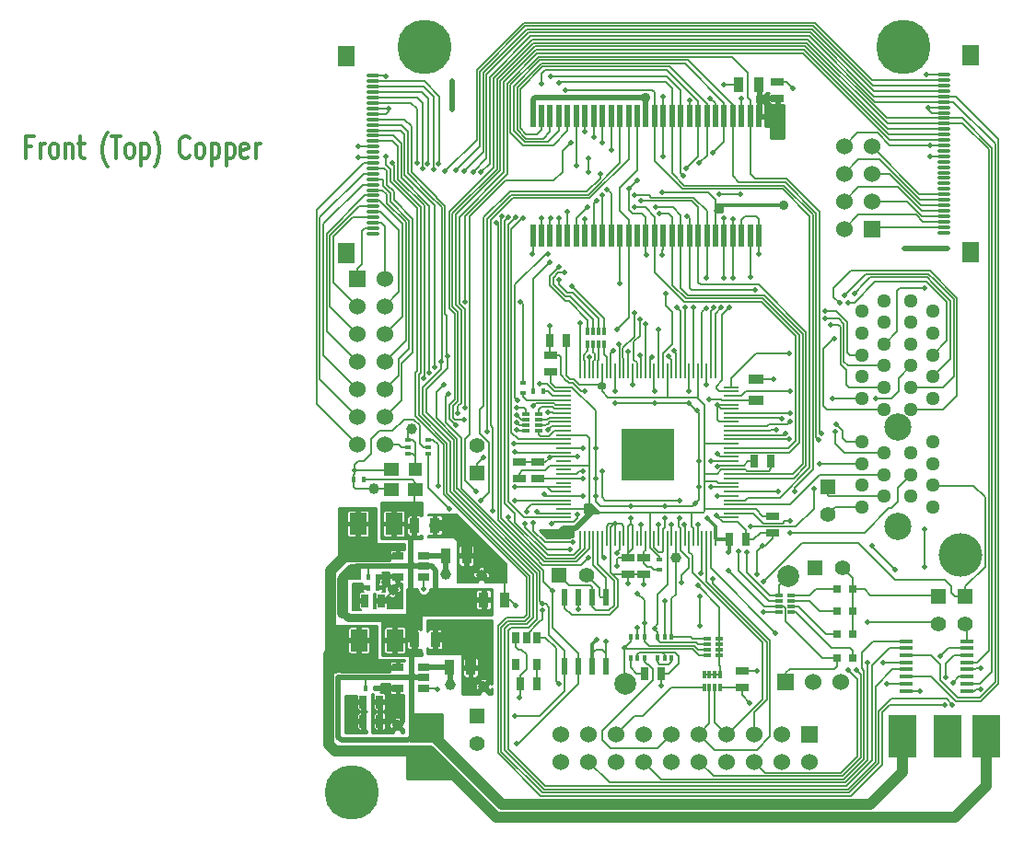
<source format=gtl>
G04 (created by PCBNEW-RS274X (2012-01-19 BZR 3256)-stable) date Mon 15 Oct 2012 17:25:38 BST*
G01*
G70*
G90*
%MOIN*%
G04 Gerber Fmt 3.4, Leading zero omitted, Abs format*
%FSLAX34Y34*%
G04 APERTURE LIST*
%ADD10C,0.006000*%
%ADD11C,0.012000*%
%ADD12O,0.057100X0.007900*%
%ADD13O,0.007900X0.057100*%
%ADD14R,0.074800X0.074800*%
%ADD15R,0.060000X0.060000*%
%ADD16C,0.060000*%
%ADD17C,0.157500*%
%ADD18C,0.051200*%
%ADD19C,0.098400*%
%ADD20C,0.039400*%
%ADD21C,0.078700*%
%ADD22R,0.055000X0.055000*%
%ADD23C,0.055000*%
%ADD24R,0.031400X0.031400*%
%ADD25R,0.035000X0.055000*%
%ADD26R,0.055000X0.035000*%
%ADD27R,0.045000X0.025000*%
%ADD28R,0.025000X0.045000*%
%ADD29R,0.015700X0.023600*%
%ADD30R,0.023600X0.015700*%
%ADD31R,0.063000X0.074800*%
%ADD32O,0.049200X0.011800*%
%ADD33R,0.020000X0.059100*%
%ADD34R,0.027600X0.039400*%
%ADD35R,0.039400X0.027600*%
%ADD36R,0.098400X0.157500*%
%ADD37R,0.025600X0.011800*%
%ADD38R,0.011800X0.025600*%
%ADD39R,0.015700X0.019700*%
%ADD40R,0.023600X0.078700*%
%ADD41R,0.060000X0.080000*%
%ADD42R,0.050000X0.015000*%
%ADD43R,0.055100X0.047200*%
%ADD44R,0.051200X0.047200*%
%ADD45C,0.196900*%
%ADD46R,0.019700X0.015700*%
%ADD47C,0.019700*%
%ADD48C,0.035400*%
%ADD49C,0.031500*%
%ADD50C,0.019700*%
%ADD51C,0.005900*%
%ADD52C,0.007900*%
%ADD53C,0.011800*%
%ADD54C,0.039400*%
%ADD55C,0.031500*%
%ADD56C,0.010000*%
G04 APERTURE END LIST*
G54D10*
G54D11*
X08186Y-24295D02*
X07986Y-24295D01*
X07986Y-24714D02*
X07986Y-23914D01*
X08272Y-23914D01*
X08500Y-24714D02*
X08500Y-24180D01*
X08500Y-24333D02*
X08528Y-24257D01*
X08557Y-24219D01*
X08614Y-24180D01*
X08671Y-24180D01*
X08957Y-24714D02*
X08899Y-24676D01*
X08871Y-24638D01*
X08842Y-24561D01*
X08842Y-24333D01*
X08871Y-24257D01*
X08899Y-24219D01*
X08957Y-24180D01*
X09042Y-24180D01*
X09099Y-24219D01*
X09128Y-24257D01*
X09157Y-24333D01*
X09157Y-24561D01*
X09128Y-24638D01*
X09099Y-24676D01*
X09042Y-24714D01*
X08957Y-24714D01*
X09414Y-24180D02*
X09414Y-24714D01*
X09414Y-24257D02*
X09442Y-24219D01*
X09500Y-24180D01*
X09585Y-24180D01*
X09642Y-24219D01*
X09671Y-24295D01*
X09671Y-24714D01*
X09871Y-24180D02*
X10100Y-24180D01*
X09957Y-23914D02*
X09957Y-24600D01*
X09985Y-24676D01*
X10043Y-24714D01*
X10100Y-24714D01*
X10928Y-25019D02*
X10900Y-24980D01*
X10843Y-24866D01*
X10814Y-24790D01*
X10785Y-24676D01*
X10757Y-24485D01*
X10757Y-24333D01*
X10785Y-24142D01*
X10814Y-24028D01*
X10843Y-23952D01*
X10900Y-23838D01*
X10928Y-23800D01*
X11071Y-23914D02*
X11414Y-23914D01*
X11243Y-24714D02*
X11243Y-23914D01*
X11700Y-24714D02*
X11642Y-24676D01*
X11614Y-24638D01*
X11585Y-24561D01*
X11585Y-24333D01*
X11614Y-24257D01*
X11642Y-24219D01*
X11700Y-24180D01*
X11785Y-24180D01*
X11842Y-24219D01*
X11871Y-24257D01*
X11900Y-24333D01*
X11900Y-24561D01*
X11871Y-24638D01*
X11842Y-24676D01*
X11785Y-24714D01*
X11700Y-24714D01*
X12157Y-24180D02*
X12157Y-24980D01*
X12157Y-24219D02*
X12214Y-24180D01*
X12328Y-24180D01*
X12385Y-24219D01*
X12414Y-24257D01*
X12443Y-24333D01*
X12443Y-24561D01*
X12414Y-24638D01*
X12385Y-24676D01*
X12328Y-24714D01*
X12214Y-24714D01*
X12157Y-24676D01*
X12643Y-25019D02*
X12671Y-24980D01*
X12728Y-24866D01*
X12757Y-24790D01*
X12786Y-24676D01*
X12814Y-24485D01*
X12814Y-24333D01*
X12786Y-24142D01*
X12757Y-24028D01*
X12728Y-23952D01*
X12671Y-23838D01*
X12643Y-23800D01*
X13900Y-24638D02*
X13871Y-24676D01*
X13785Y-24714D01*
X13728Y-24714D01*
X13643Y-24676D01*
X13585Y-24600D01*
X13557Y-24523D01*
X13528Y-24371D01*
X13528Y-24257D01*
X13557Y-24104D01*
X13585Y-24028D01*
X13643Y-23952D01*
X13728Y-23914D01*
X13785Y-23914D01*
X13871Y-23952D01*
X13900Y-23990D01*
X14243Y-24714D02*
X14185Y-24676D01*
X14157Y-24638D01*
X14128Y-24561D01*
X14128Y-24333D01*
X14157Y-24257D01*
X14185Y-24219D01*
X14243Y-24180D01*
X14328Y-24180D01*
X14385Y-24219D01*
X14414Y-24257D01*
X14443Y-24333D01*
X14443Y-24561D01*
X14414Y-24638D01*
X14385Y-24676D01*
X14328Y-24714D01*
X14243Y-24714D01*
X14700Y-24180D02*
X14700Y-24980D01*
X14700Y-24219D02*
X14757Y-24180D01*
X14871Y-24180D01*
X14928Y-24219D01*
X14957Y-24257D01*
X14986Y-24333D01*
X14986Y-24561D01*
X14957Y-24638D01*
X14928Y-24676D01*
X14871Y-24714D01*
X14757Y-24714D01*
X14700Y-24676D01*
X15243Y-24180D02*
X15243Y-24980D01*
X15243Y-24219D02*
X15300Y-24180D01*
X15414Y-24180D01*
X15471Y-24219D01*
X15500Y-24257D01*
X15529Y-24333D01*
X15529Y-24561D01*
X15500Y-24638D01*
X15471Y-24676D01*
X15414Y-24714D01*
X15300Y-24714D01*
X15243Y-24676D01*
X16014Y-24676D02*
X15957Y-24714D01*
X15843Y-24714D01*
X15786Y-24676D01*
X15757Y-24600D01*
X15757Y-24295D01*
X15786Y-24219D01*
X15843Y-24180D01*
X15957Y-24180D01*
X16014Y-24219D01*
X16043Y-24295D01*
X16043Y-24371D01*
X15757Y-24447D01*
X16300Y-24714D02*
X16300Y-24180D01*
X16300Y-24333D02*
X16328Y-24257D01*
X16357Y-24219D01*
X16414Y-24180D01*
X16471Y-24180D01*
G54D12*
X27459Y-33010D03*
X27459Y-33168D03*
X27459Y-33325D03*
X27459Y-33482D03*
X27459Y-33640D03*
X27459Y-33797D03*
X27459Y-33955D03*
X27459Y-34112D03*
X27459Y-34270D03*
X27459Y-34427D03*
X27459Y-34585D03*
X27459Y-34742D03*
X27459Y-34900D03*
X27459Y-35057D03*
X27459Y-35215D03*
X27459Y-35372D03*
X27459Y-35530D03*
X27459Y-35687D03*
X27459Y-35845D03*
X27459Y-36002D03*
X27459Y-36160D03*
X27459Y-36317D03*
X27459Y-36475D03*
X27459Y-36632D03*
X27459Y-36790D03*
X27459Y-36947D03*
X27459Y-37105D03*
X27459Y-37262D03*
X27459Y-37420D03*
X27459Y-37577D03*
X27459Y-37734D03*
X27459Y-37892D03*
G54D13*
X28049Y-38482D03*
X28207Y-38482D03*
X28364Y-38482D03*
X28521Y-38482D03*
X28679Y-38482D03*
X28836Y-38482D03*
X28994Y-38482D03*
X29151Y-38482D03*
X29309Y-38482D03*
X29466Y-38482D03*
X29624Y-38482D03*
X29781Y-38482D03*
X29939Y-38482D03*
X30096Y-38482D03*
X30254Y-38482D03*
X30411Y-38482D03*
X30569Y-38482D03*
X30726Y-38482D03*
X30884Y-38482D03*
X31041Y-38482D03*
X31199Y-38482D03*
X31356Y-38482D03*
X31514Y-38482D03*
X31671Y-38482D03*
X31829Y-38482D03*
X31986Y-38482D03*
X32144Y-38482D03*
X32301Y-38482D03*
X32459Y-38482D03*
X32616Y-38482D03*
X32773Y-38482D03*
X32931Y-38482D03*
G54D12*
X33521Y-37892D03*
X33521Y-37734D03*
X33521Y-37577D03*
X33521Y-37420D03*
X33521Y-37262D03*
X33521Y-37105D03*
X33521Y-36947D03*
X33521Y-36790D03*
X33521Y-36632D03*
X33521Y-36475D03*
X33521Y-36317D03*
X33521Y-36160D03*
X33521Y-36002D03*
X33521Y-35845D03*
X33521Y-35687D03*
X33521Y-35530D03*
X33521Y-35372D03*
X33521Y-35215D03*
X33521Y-35057D03*
X33521Y-34900D03*
X33521Y-34742D03*
X33521Y-34585D03*
X33521Y-34427D03*
X33521Y-34270D03*
X33521Y-34112D03*
X33521Y-33955D03*
X33521Y-33797D03*
X33521Y-33640D03*
X33521Y-33482D03*
X33521Y-33325D03*
X33521Y-33168D03*
X33521Y-33010D03*
G54D13*
X32931Y-32420D03*
X32773Y-32420D03*
X32616Y-32420D03*
X32459Y-32420D03*
X32301Y-32420D03*
X32144Y-32420D03*
X31986Y-32420D03*
X31829Y-32420D03*
X31671Y-32420D03*
X31514Y-32420D03*
X31356Y-32420D03*
X31199Y-32420D03*
X31041Y-32420D03*
X30884Y-32420D03*
X30726Y-32420D03*
X30569Y-32420D03*
X30411Y-32420D03*
X30254Y-32420D03*
X30096Y-32420D03*
X29939Y-32420D03*
X29781Y-32420D03*
X29624Y-32420D03*
X29466Y-32420D03*
X29309Y-32420D03*
X29151Y-32420D03*
X28994Y-32420D03*
X28836Y-32420D03*
X28679Y-32420D03*
X28521Y-32420D03*
X28364Y-32420D03*
X28207Y-32420D03*
X28049Y-32420D03*
G54D14*
X30490Y-35451D03*
X29919Y-35451D03*
X30490Y-34880D03*
X31061Y-34880D03*
X29919Y-34880D03*
X29919Y-36022D03*
X30490Y-36022D03*
X31061Y-36022D03*
X31061Y-35451D03*
G54D15*
X19976Y-29083D03*
G54D16*
X20976Y-29083D03*
X19976Y-30083D03*
X20976Y-30083D03*
X19976Y-31083D03*
X20976Y-31083D03*
X19976Y-32083D03*
X20976Y-32083D03*
X19976Y-33083D03*
X20976Y-33083D03*
X19976Y-34083D03*
X20976Y-34083D03*
X19976Y-35083D03*
X20976Y-35083D03*
G54D17*
X41811Y-39094D03*
G54D18*
X40807Y-33416D03*
X40020Y-33022D03*
X40807Y-32628D03*
X40020Y-32235D03*
X40807Y-31841D03*
X40020Y-31447D03*
X40807Y-31054D03*
X40020Y-30660D03*
X40807Y-30266D03*
X40020Y-29872D03*
X40020Y-33810D03*
G54D19*
X39528Y-34459D03*
G54D18*
X40808Y-34991D03*
X40020Y-35385D03*
X40808Y-35778D03*
X40020Y-36172D03*
X40808Y-36566D03*
X40020Y-36959D03*
X40808Y-37353D03*
X39036Y-29873D03*
X38249Y-30266D03*
X39036Y-30660D03*
X38249Y-31054D03*
X39036Y-31447D03*
X38249Y-31841D03*
X39036Y-32235D03*
X38249Y-32629D03*
X39036Y-33022D03*
X38249Y-33416D03*
X39036Y-33810D03*
X38249Y-34991D03*
X39036Y-35385D03*
X38249Y-35778D03*
X39036Y-36172D03*
X38249Y-36566D03*
X39036Y-36959D03*
X38249Y-37353D03*
G54D19*
X39528Y-38062D03*
G54D20*
X21929Y-34516D03*
G54D21*
X29685Y-43750D03*
X35591Y-39843D03*
G54D22*
X40994Y-40573D03*
G54D23*
X40994Y-41573D03*
G54D24*
X37333Y-42825D03*
X37923Y-42825D03*
X37333Y-41969D03*
X37923Y-41969D03*
X37333Y-41132D03*
X37923Y-41132D03*
X37333Y-40335D03*
X37923Y-40335D03*
G54D20*
X31496Y-39173D03*
X20571Y-36683D03*
G54D25*
X33763Y-22051D03*
X34513Y-22051D03*
G54D26*
X34419Y-33475D03*
X34419Y-32725D03*
G54D25*
X25296Y-40709D03*
X24546Y-40709D03*
X23326Y-43159D03*
X24076Y-43159D03*
X22796Y-42146D03*
X22046Y-42146D03*
X23184Y-39130D03*
X23934Y-39130D03*
X22788Y-38024D03*
X22038Y-38024D03*
G54D27*
X26988Y-32456D03*
X26988Y-31856D03*
X29774Y-39198D03*
X29774Y-39798D03*
G54D28*
X33430Y-38533D03*
X34030Y-38533D03*
G54D27*
X26506Y-36324D03*
X26506Y-35724D03*
G54D28*
X34956Y-35699D03*
X34356Y-35699D03*
G54D27*
X33902Y-43275D03*
X33902Y-43875D03*
X35000Y-37682D03*
X35000Y-38282D03*
X35189Y-21940D03*
X35189Y-22540D03*
X25827Y-36324D03*
X25827Y-35724D03*
G54D28*
X27534Y-31309D03*
X26934Y-31309D03*
X30379Y-43386D03*
X30979Y-43386D03*
X20255Y-40759D03*
X20855Y-40759D03*
X20182Y-44409D03*
X20782Y-44409D03*
G54D29*
X26693Y-33169D03*
X26339Y-33169D03*
X20724Y-39892D03*
X20370Y-39892D03*
X20366Y-40274D03*
X20720Y-40274D03*
X20640Y-43907D03*
X20286Y-43907D03*
X19847Y-36366D03*
X20201Y-36366D03*
G54D30*
X30896Y-39262D03*
X30896Y-39616D03*
X25980Y-32854D03*
X25980Y-33208D03*
G54D31*
X19590Y-21028D03*
X19590Y-28154D03*
G54D32*
X20554Y-27446D03*
X20554Y-27250D03*
X20554Y-27053D03*
X20554Y-26856D03*
X20554Y-26659D03*
X20554Y-26462D03*
X20554Y-26265D03*
X20554Y-26068D03*
X20554Y-25872D03*
X20554Y-25675D03*
X20554Y-25478D03*
X20554Y-25281D03*
X20554Y-25084D03*
X20554Y-24887D03*
X20555Y-24689D03*
X20554Y-24494D03*
X20554Y-24297D03*
X20554Y-24100D03*
X20554Y-23706D03*
X20554Y-23312D03*
X20554Y-22919D03*
X20554Y-23116D03*
X20554Y-23509D03*
X20554Y-23903D03*
X20554Y-22722D03*
X20554Y-22525D03*
X20554Y-22328D03*
X20554Y-22131D03*
X20554Y-21935D03*
X20554Y-21736D03*
G54D31*
X42186Y-28114D03*
X42186Y-20988D03*
G54D32*
X41222Y-21696D03*
X41222Y-21892D03*
X41222Y-22089D03*
X41222Y-22286D03*
X41222Y-22483D03*
X41222Y-22680D03*
X41222Y-22877D03*
X41222Y-23074D03*
X41222Y-23270D03*
X41222Y-23467D03*
X41222Y-23664D03*
X41222Y-23861D03*
X41222Y-24058D03*
X41222Y-24255D03*
X41221Y-24453D03*
X41222Y-24648D03*
X41222Y-24845D03*
X41222Y-25042D03*
X41222Y-25436D03*
X41222Y-25830D03*
X41222Y-26223D03*
X41222Y-26026D03*
X41222Y-25633D03*
X41222Y-25239D03*
X41222Y-26420D03*
X41222Y-26617D03*
X41222Y-26814D03*
X41222Y-27011D03*
X41222Y-27207D03*
X41222Y-27406D03*
G54D33*
X28978Y-43110D03*
X28478Y-43110D03*
X27978Y-43110D03*
X27478Y-43110D03*
X27478Y-40610D03*
X27978Y-40610D03*
X28478Y-40610D03*
X28978Y-40610D03*
G54D27*
X30354Y-39198D03*
X30354Y-39798D03*
G54D20*
X23327Y-43789D03*
X24547Y-43848D03*
X21427Y-45266D03*
X23189Y-39793D03*
X24478Y-39823D03*
X21270Y-40344D03*
G54D34*
X26094Y-42098D03*
X26468Y-42098D03*
X25720Y-42098D03*
X25720Y-43043D03*
X26468Y-43043D03*
G54D35*
X22386Y-43533D03*
X22386Y-43907D03*
X22386Y-43159D03*
X21441Y-43159D03*
X21441Y-43907D03*
X22386Y-39499D03*
X22386Y-39873D03*
X22386Y-39125D03*
X21441Y-39125D03*
X21441Y-39873D03*
G54D28*
X20182Y-45108D03*
X20782Y-45108D03*
G54D15*
X36346Y-45577D03*
G54D16*
X36346Y-46577D03*
X35346Y-45577D03*
X35346Y-46577D03*
X34346Y-45577D03*
X34346Y-46577D03*
X33346Y-45577D03*
X33346Y-46577D03*
X32346Y-45577D03*
X32346Y-46577D03*
X31346Y-45577D03*
X31346Y-46577D03*
X30346Y-45577D03*
X30346Y-46577D03*
X29346Y-45577D03*
X29346Y-46577D03*
X28346Y-45577D03*
X28346Y-46577D03*
X27346Y-45577D03*
X27346Y-46577D03*
G54D15*
X22343Y-46445D03*
G54D16*
X22343Y-45445D03*
G54D36*
X39720Y-45642D03*
X41334Y-45642D03*
X42751Y-45642D03*
G54D37*
X32630Y-42126D03*
X32630Y-42323D03*
X32630Y-42520D03*
X32630Y-42717D03*
X33083Y-42717D03*
X33083Y-42520D03*
X33083Y-42323D03*
X33083Y-42126D03*
G54D38*
X33120Y-43424D03*
X32923Y-43424D03*
X32726Y-43424D03*
X32529Y-43424D03*
X32529Y-43877D03*
X32726Y-43877D03*
X32923Y-43877D03*
X33120Y-43877D03*
X28907Y-31002D03*
X28710Y-31002D03*
X28513Y-31002D03*
X28316Y-31002D03*
X28316Y-31455D03*
X28513Y-31455D03*
X28710Y-31455D03*
X28907Y-31455D03*
G54D37*
X26543Y-34590D03*
X26543Y-34393D03*
X26543Y-34196D03*
X26543Y-33999D03*
X26090Y-33999D03*
X26090Y-34196D03*
X26090Y-34393D03*
X26090Y-34590D03*
G54D39*
X31094Y-42815D03*
X30838Y-42815D03*
X31350Y-42815D03*
X31350Y-42067D03*
X31094Y-42067D03*
X30838Y-42067D03*
X30118Y-42815D03*
X29862Y-42815D03*
X30374Y-42815D03*
X30374Y-42067D03*
X30118Y-42067D03*
X29862Y-42067D03*
G54D40*
X34517Y-23199D03*
X34202Y-23199D03*
X33887Y-23199D03*
X33572Y-23199D03*
X33257Y-23199D03*
X32942Y-23199D03*
X32627Y-23199D03*
X32312Y-23199D03*
X31997Y-23199D03*
X31682Y-23199D03*
X31367Y-23199D03*
X31052Y-23199D03*
X30737Y-23199D03*
X30423Y-23199D03*
X30108Y-23199D03*
X29793Y-23199D03*
X29478Y-23199D03*
X29163Y-23199D03*
X28848Y-23199D03*
X28533Y-23199D03*
X28218Y-23199D03*
X27903Y-23199D03*
X27588Y-23199D03*
X27273Y-23199D03*
X26958Y-23199D03*
X26643Y-23199D03*
X26328Y-23199D03*
X26328Y-27530D03*
X26643Y-27530D03*
X26958Y-27530D03*
X27273Y-27530D03*
X27588Y-27530D03*
X27903Y-27530D03*
X28218Y-27530D03*
X28533Y-27530D03*
X28848Y-27530D03*
X29163Y-27530D03*
X29478Y-27530D03*
X29793Y-27530D03*
X30108Y-27530D03*
X30423Y-27530D03*
X30737Y-27530D03*
X31052Y-27530D03*
X31367Y-27530D03*
X31682Y-27530D03*
X31997Y-27530D03*
X32312Y-27530D03*
X32627Y-27530D03*
X32942Y-27530D03*
X33257Y-27530D03*
X33572Y-27530D03*
X33887Y-27530D03*
X34202Y-27530D03*
X34517Y-27530D03*
G54D37*
X35235Y-40561D03*
X35235Y-40758D03*
X35235Y-40955D03*
X35235Y-41152D03*
X35688Y-41152D03*
X35688Y-40955D03*
X35688Y-40758D03*
X35688Y-40561D03*
G54D22*
X37008Y-36616D03*
G54D23*
X37008Y-37616D03*
G54D22*
X41988Y-40573D03*
G54D23*
X41988Y-41573D03*
G54D28*
X26461Y-43760D03*
X25861Y-43760D03*
G54D41*
X20000Y-37953D03*
X21300Y-37953D03*
X20039Y-42175D03*
X21339Y-42175D03*
G54D42*
X42031Y-44006D03*
X42031Y-43750D03*
X42031Y-43494D03*
X42031Y-43238D03*
X42031Y-42982D03*
X42031Y-42726D03*
X42031Y-42470D03*
X42031Y-42214D03*
X39827Y-42214D03*
X39827Y-42470D03*
X39827Y-42726D03*
X39827Y-42982D03*
X39827Y-43238D03*
X39827Y-43494D03*
X39827Y-43750D03*
X39827Y-44006D03*
G54D15*
X38594Y-27280D03*
G54D16*
X37594Y-27280D03*
X38594Y-26280D03*
X37594Y-26280D03*
X38594Y-25280D03*
X37594Y-25280D03*
X38594Y-24280D03*
X37594Y-24280D03*
G54D15*
X35486Y-43681D03*
G54D16*
X36486Y-43681D03*
X37486Y-43681D03*
G54D22*
X24311Y-44923D03*
G54D23*
X24311Y-45923D03*
G54D22*
X27266Y-39823D03*
G54D23*
X28266Y-39823D03*
G54D43*
X21201Y-36732D03*
X22067Y-36732D03*
G54D44*
X22067Y-35984D03*
G54D43*
X21201Y-35984D03*
G54D45*
X22417Y-20685D03*
X39752Y-20685D03*
X19776Y-47677D03*
G54D22*
X36557Y-39547D03*
G54D23*
X37557Y-39547D03*
G54D22*
X24301Y-36110D03*
G54D23*
X24301Y-35110D03*
G54D46*
X21803Y-35177D03*
X21803Y-34921D03*
X21803Y-35433D03*
X22551Y-35433D03*
X22551Y-35177D03*
X22551Y-34921D03*
G54D47*
X39787Y-27972D03*
X41343Y-27972D03*
X30728Y-33150D03*
X33888Y-22569D03*
G54D48*
X30423Y-22530D03*
G54D47*
X28150Y-35217D03*
X27008Y-37953D03*
X31020Y-25950D03*
X19882Y-36024D03*
X22386Y-40335D03*
X40502Y-29409D03*
X32352Y-36634D03*
X28602Y-36319D03*
X40354Y-44006D03*
X29882Y-37766D03*
X32283Y-33868D03*
X33425Y-39654D03*
X28602Y-35217D03*
X28159Y-36939D03*
X31024Y-28228D03*
G54D48*
X34941Y-23199D03*
G54D47*
X32638Y-37746D03*
X23356Y-41663D03*
X28602Y-36939D03*
X32352Y-35689D03*
X31102Y-40748D03*
X30728Y-33583D03*
X32200Y-37229D03*
X32311Y-40201D03*
X31988Y-33150D03*
X31102Y-37756D03*
X24045Y-43819D03*
X33425Y-38976D03*
G54D48*
X35177Y-23780D03*
X24370Y-41850D03*
G54D47*
X31998Y-22618D03*
G54D48*
X35394Y-26417D03*
G54D47*
X29370Y-39488D03*
X27972Y-41063D03*
X32785Y-35689D03*
X19793Y-44409D03*
X28652Y-42146D03*
X27953Y-37638D03*
X26732Y-36890D03*
X32776Y-36634D03*
X31093Y-37333D03*
X29311Y-33159D03*
X28976Y-42205D03*
X30118Y-41732D03*
X29882Y-37333D03*
X32707Y-33445D03*
X31988Y-33583D03*
G54D48*
X24076Y-42144D03*
G54D47*
X29311Y-33583D03*
X28150Y-36319D03*
X20030Y-43159D03*
X22874Y-43947D03*
X28049Y-30691D03*
X29480Y-29260D03*
X28366Y-31929D03*
X29390Y-30906D03*
X37969Y-29622D03*
X35646Y-33142D03*
X37185Y-33413D03*
X35339Y-34165D03*
X37319Y-34354D03*
X35646Y-34256D03*
X37264Y-34610D03*
X35157Y-34543D03*
X35646Y-37870D03*
X35642Y-38287D03*
X24280Y-36791D03*
X28850Y-24150D03*
X25433Y-37724D03*
X27709Y-24150D03*
X24882Y-37480D03*
X26465Y-37516D03*
X29161Y-24429D03*
X25780Y-33492D03*
X26874Y-28177D03*
X26870Y-34555D03*
X26886Y-33925D03*
X24673Y-34638D03*
X28780Y-25285D03*
X29026Y-25846D03*
X25679Y-37116D03*
X24459Y-37116D03*
X25669Y-35370D03*
X24547Y-35551D03*
X25640Y-35059D03*
X36917Y-30248D03*
X29996Y-30335D03*
X30201Y-30555D03*
X36921Y-30535D03*
X37736Y-29945D03*
X35622Y-31803D03*
X38740Y-33425D03*
X35642Y-33969D03*
X37122Y-30740D03*
X30413Y-30736D03*
X30886Y-30929D03*
X37236Y-31256D03*
X31240Y-31898D03*
X37598Y-29685D03*
X31433Y-31693D03*
X37449Y-29965D03*
X36781Y-34675D03*
X35463Y-34675D03*
X35610Y-34902D03*
X36673Y-34911D03*
X32835Y-24537D03*
X31142Y-29636D03*
X32343Y-24902D03*
X31555Y-30128D03*
X26642Y-22035D03*
X31831Y-30138D03*
X31890Y-25089D03*
X26646Y-26898D03*
X26961Y-26898D03*
X31772Y-25354D03*
X26961Y-21760D03*
X32146Y-30128D03*
X27272Y-21976D03*
X35797Y-36791D03*
X27276Y-26890D03*
X35207Y-36791D03*
X27591Y-26642D03*
X27496Y-22248D03*
X30000Y-26496D03*
X28307Y-26496D03*
X28209Y-26909D03*
X30906Y-26713D03*
X30768Y-26496D03*
X27903Y-25000D03*
X28642Y-26260D03*
X30256Y-26260D03*
X32626Y-29051D03*
X28858Y-26063D03*
X30020Y-26063D03*
X32608Y-30148D03*
X28533Y-23957D03*
X32874Y-30138D03*
X33258Y-26890D03*
X33256Y-29059D03*
X28219Y-23760D03*
X33575Y-29055D03*
X33150Y-30128D03*
X33573Y-26909D03*
X34202Y-29024D03*
X33435Y-30118D03*
X34183Y-44449D03*
X25679Y-44921D03*
X23100Y-32913D03*
X26585Y-32894D03*
X26665Y-40846D03*
X23287Y-33248D03*
X25728Y-45915D03*
X33768Y-38961D03*
X27047Y-40384D03*
X26329Y-33701D03*
X34063Y-38984D03*
X26110Y-37528D03*
X27685Y-38898D03*
X26043Y-37941D03*
X32421Y-39754D03*
X32844Y-39961D03*
X35118Y-41909D03*
X25974Y-26890D03*
X24459Y-25226D03*
X25709Y-26860D03*
X24161Y-25217D03*
X25453Y-26841D03*
X23839Y-25197D03*
X23531Y-25165D03*
X25197Y-26831D03*
X25000Y-27057D03*
X28909Y-39181D03*
X23134Y-25201D03*
X28327Y-39181D03*
X29232Y-31693D03*
X23228Y-31886D03*
X23012Y-32087D03*
X29433Y-31441D03*
X22791Y-32283D03*
X29791Y-31705D03*
X30197Y-31858D03*
X22591Y-32480D03*
X22386Y-32697D03*
X30630Y-31909D03*
X42530Y-43189D03*
X38041Y-43268D03*
X39016Y-42982D03*
X38435Y-42982D03*
X41083Y-42766D03*
X37736Y-43268D03*
X23539Y-34378D03*
X25752Y-34555D03*
X23858Y-34173D03*
X25748Y-34291D03*
X41524Y-44524D03*
X21240Y-24894D03*
X41528Y-43709D03*
X27732Y-29346D03*
X22134Y-24898D03*
X41236Y-44520D03*
X27283Y-29134D03*
X21004Y-24665D03*
X41260Y-43512D03*
X22331Y-25102D03*
X25677Y-36638D03*
X22902Y-36575D03*
X23323Y-37417D03*
X27768Y-38638D03*
X26350Y-37933D03*
X36703Y-35778D03*
X34205Y-38067D03*
X36506Y-36693D03*
X30108Y-40472D03*
X29360Y-39006D03*
X30374Y-41545D03*
X31061Y-34880D03*
X31061Y-35451D03*
X31061Y-36022D03*
X30490Y-35451D03*
X30490Y-36022D03*
X29919Y-36022D03*
X29919Y-35451D03*
X29919Y-34880D03*
X30490Y-34880D03*
X28337Y-25236D03*
X32756Y-22547D03*
X33228Y-22051D03*
X29941Y-32933D03*
X28337Y-24734D03*
X33012Y-35433D03*
X32303Y-37992D03*
X40571Y-21693D03*
X33012Y-36949D03*
X27933Y-35531D03*
X30256Y-37992D03*
X31059Y-24646D03*
X30108Y-25522D03*
X34508Y-28199D03*
X21614Y-37303D03*
X33012Y-35876D03*
X32390Y-40602D03*
G54D49*
X23181Y-40441D03*
G54D47*
X30354Y-40161D03*
X35047Y-32724D03*
G54D48*
X22037Y-37382D03*
G54D47*
X38593Y-38770D03*
X34433Y-39776D03*
G54D49*
X24012Y-40476D03*
G54D47*
X39439Y-39626D03*
X32386Y-41650D03*
X29793Y-25827D03*
X21024Y-21742D03*
X31821Y-37982D03*
X40512Y-38150D03*
X40699Y-24252D03*
X39154Y-43740D03*
X32618Y-32933D03*
X29772Y-40114D03*
X33061Y-26024D03*
X31055Y-22496D03*
X26933Y-30791D03*
X31348Y-37992D03*
X26323Y-28189D03*
X33829Y-26024D03*
X34433Y-43280D03*
X21024Y-37303D03*
X34382Y-29484D03*
X40640Y-22874D03*
X30433Y-28228D03*
X31909Y-26811D03*
X23394Y-22941D03*
X23394Y-21925D03*
X28209Y-33169D03*
X21093Y-22923D03*
X40699Y-24646D03*
X19951Y-39823D03*
X33012Y-33642D03*
X32992Y-37648D03*
X30876Y-37982D03*
X20020Y-24291D03*
X35740Y-22173D03*
X34646Y-38740D03*
X30980Y-43835D03*
X25856Y-44242D03*
X40512Y-39508D03*
G54D49*
X23799Y-41106D03*
G54D47*
X29311Y-37953D03*
X26929Y-35571D03*
X20020Y-24685D03*
X30728Y-41762D03*
X38455Y-41535D03*
X22524Y-24909D03*
X27480Y-28868D03*
X22925Y-24906D03*
X26929Y-28494D03*
X42530Y-43947D03*
X22728Y-25118D03*
X27274Y-28652D03*
X25886Y-29906D03*
X23862Y-29906D03*
X25756Y-33768D03*
X23866Y-33768D03*
X23626Y-33957D03*
X25756Y-34028D03*
X28130Y-36053D03*
X28829Y-36053D03*
X34673Y-41157D03*
X29646Y-42451D03*
X27274Y-43750D03*
X31644Y-37106D03*
X31713Y-40098D03*
X31644Y-37756D03*
X34673Y-40051D03*
X26677Y-41102D03*
G54D48*
X24787Y-39228D03*
X27004Y-38343D03*
X25063Y-39756D03*
G54D47*
X25724Y-40921D03*
X19909Y-40760D03*
G54D50*
X39787Y-27972D02*
X41343Y-27972D01*
G54D51*
X20787Y-34587D02*
X20476Y-34898D01*
X21259Y-34587D02*
X20787Y-34587D01*
X21669Y-34177D02*
X21259Y-34587D01*
X22018Y-34177D02*
X21669Y-34177D01*
X22232Y-34391D02*
X22018Y-34177D01*
X22232Y-35043D02*
X22232Y-34391D01*
X22366Y-35177D02*
X22232Y-35043D01*
X20476Y-35430D02*
X20476Y-35433D01*
X20571Y-36683D02*
X19896Y-36683D01*
X22551Y-35177D02*
X22366Y-35177D01*
X19882Y-35830D02*
X19882Y-36024D01*
X20019Y-35693D02*
X19882Y-35830D01*
X20216Y-35693D02*
X20019Y-35693D01*
X20476Y-35433D02*
X20216Y-35693D01*
X19847Y-36634D02*
X19847Y-36366D01*
X29939Y-38019D02*
X29939Y-38482D01*
X27978Y-41057D02*
X27972Y-41063D01*
G54D52*
X30728Y-33583D02*
X29311Y-33583D01*
G54D51*
X33887Y-22570D02*
X33888Y-22569D01*
G54D50*
X30423Y-22530D02*
X30423Y-23199D01*
X30305Y-22530D02*
X30423Y-22530D01*
G54D51*
X27459Y-37892D02*
X27069Y-37892D01*
X20182Y-44409D02*
X19793Y-44409D01*
X31024Y-28050D02*
X31052Y-28022D01*
X19847Y-36366D02*
X19847Y-36185D01*
X34537Y-23219D02*
X34517Y-23199D01*
X20476Y-34898D02*
X20476Y-35430D01*
G54D53*
X32931Y-38482D02*
X32931Y-38039D01*
G54D51*
X35465Y-41012D02*
X35465Y-41497D01*
X27459Y-37892D02*
X27817Y-37892D01*
X29781Y-38482D02*
X29781Y-38054D01*
X33083Y-42323D02*
X33083Y-42126D01*
X34941Y-23385D02*
X35089Y-23533D01*
G54D53*
X33430Y-38971D02*
X33425Y-38976D01*
G54D51*
X27452Y-36324D02*
X27459Y-36317D01*
X27069Y-37892D02*
X27008Y-37953D01*
X29774Y-39005D02*
X29939Y-38840D01*
G54D52*
X32352Y-36634D02*
X32352Y-35689D01*
G54D51*
X27817Y-37892D02*
X27953Y-37756D01*
G54D54*
X24370Y-41850D02*
X24076Y-42144D01*
G54D51*
X33887Y-23199D02*
X33887Y-22570D01*
X39508Y-29527D02*
X39626Y-29409D01*
X35640Y-43209D02*
X35486Y-43363D01*
X35089Y-23533D02*
X35177Y-23780D01*
X20571Y-36683D02*
X21152Y-36683D01*
X32726Y-43424D02*
X32923Y-43424D01*
X31041Y-38482D02*
X31041Y-38142D01*
X33521Y-33482D02*
X34412Y-33482D01*
G54D50*
X26397Y-22530D02*
X26328Y-22599D01*
X30305Y-22530D02*
X26397Y-22530D01*
X26328Y-23199D02*
X26328Y-22599D01*
G54D51*
X30314Y-22539D02*
X30305Y-22530D01*
X29781Y-38482D02*
X29781Y-39191D01*
X28478Y-42664D02*
X28478Y-43110D01*
X29882Y-37766D02*
X29882Y-37963D01*
X29781Y-39191D02*
X29774Y-39198D01*
X27459Y-33010D02*
X27754Y-33010D01*
X32311Y-40201D02*
X33083Y-40973D01*
X29882Y-37963D02*
X29883Y-37963D01*
X37333Y-43110D02*
X37234Y-43209D01*
X33083Y-43095D02*
X33083Y-42717D01*
X30726Y-38482D02*
X30726Y-38822D01*
X28148Y-36317D02*
X27459Y-36317D01*
X39065Y-31447D02*
X39508Y-31004D01*
X32942Y-26625D02*
X32942Y-26210D01*
X30726Y-33148D02*
X30726Y-32420D01*
X33521Y-33482D02*
X33167Y-33482D01*
X36793Y-42825D02*
X37333Y-42825D01*
G54D52*
X28602Y-36319D02*
X28602Y-36939D01*
X28602Y-36319D02*
X28602Y-35217D01*
G54D51*
X21161Y-36024D02*
X21201Y-35984D01*
X19882Y-36024D02*
X21161Y-36024D01*
G54D52*
X27459Y-36947D02*
X26789Y-36947D01*
G54D51*
X33425Y-39654D02*
X34726Y-40955D01*
X32682Y-25950D02*
X31020Y-25950D01*
G54D52*
X32352Y-33947D02*
X32278Y-33873D01*
G54D53*
X32942Y-26625D02*
X33150Y-26417D01*
G54D50*
X34941Y-23199D02*
X34941Y-23219D01*
G54D51*
X26506Y-36324D02*
X27452Y-36324D01*
X31024Y-28228D02*
X31024Y-28050D01*
X35235Y-40955D02*
X35408Y-40955D01*
X31014Y-38986D02*
X31053Y-38947D01*
X35147Y-22582D02*
X35189Y-22540D01*
X27978Y-40610D02*
X27978Y-41057D01*
X31052Y-28022D02*
X31052Y-27530D01*
X34941Y-23199D02*
X34941Y-23385D01*
X34412Y-33482D02*
X34419Y-33475D01*
G54D52*
X29309Y-33157D02*
X29309Y-32420D01*
G54D51*
X30726Y-38822D02*
X30890Y-38986D01*
G54D50*
X23356Y-41663D02*
X22873Y-42146D01*
G54D53*
X28652Y-42146D02*
X28478Y-42320D01*
G54D51*
X33120Y-43424D02*
X33120Y-43132D01*
G54D53*
X33150Y-26417D02*
X35394Y-26417D01*
G54D51*
X21152Y-36683D02*
X21201Y-36732D01*
X32787Y-35687D02*
X32785Y-35689D01*
G54D53*
X28478Y-42320D02*
X28478Y-43110D01*
G54D52*
X32942Y-27530D02*
X32942Y-26625D01*
G54D51*
X33120Y-43132D02*
X33083Y-43095D01*
G54D52*
X32200Y-37229D02*
X32352Y-37077D01*
G54D51*
X29883Y-37963D02*
X29939Y-38019D01*
X29872Y-37963D02*
X29882Y-37963D01*
G54D54*
X24076Y-43159D02*
X24076Y-42144D01*
G54D51*
X34513Y-22051D02*
X34513Y-23195D01*
X33083Y-42717D02*
X33083Y-42520D01*
X35486Y-43363D02*
X35486Y-43681D01*
G54D53*
X33430Y-38533D02*
X33430Y-38971D01*
G54D51*
X35465Y-41497D02*
X36793Y-42825D01*
X33083Y-40973D02*
X33083Y-42126D01*
X31986Y-33148D02*
X31986Y-32420D01*
X34645Y-22540D02*
X34513Y-22672D01*
G54D53*
X32931Y-38039D02*
X32638Y-37746D01*
G54D52*
X28978Y-43110D02*
X28978Y-42207D01*
G54D51*
X31041Y-38142D02*
X31102Y-38081D01*
G54D52*
X31094Y-42067D02*
X31094Y-40756D01*
G54D51*
X24076Y-43788D02*
X24076Y-43159D01*
X29781Y-38054D02*
X29872Y-37963D01*
G54D50*
X24076Y-42610D02*
X23612Y-42146D01*
G54D53*
X35147Y-23219D02*
X34941Y-23219D01*
G54D51*
X29939Y-38840D02*
X29939Y-38482D01*
X32942Y-26210D02*
X32682Y-25950D01*
X31986Y-33148D02*
X31988Y-33150D01*
X33130Y-33445D02*
X32707Y-33445D01*
X37234Y-43209D02*
X35640Y-43209D01*
X37333Y-42825D02*
X37333Y-43110D01*
X39508Y-31004D02*
X39508Y-29527D01*
X39626Y-29409D02*
X40502Y-29409D01*
X28978Y-43110D02*
X28978Y-42649D01*
G54D53*
X34941Y-23219D02*
X34537Y-23219D01*
G54D51*
X26789Y-36947D02*
X26732Y-36890D01*
X39036Y-31447D02*
X39065Y-31447D01*
X24045Y-43819D02*
X24076Y-43788D01*
X29370Y-39252D02*
X29424Y-39198D01*
X34726Y-40955D02*
X35235Y-40955D01*
X31997Y-22619D02*
X31998Y-22618D01*
X31997Y-23199D02*
X31997Y-22619D01*
G54D52*
X29882Y-37333D02*
X31093Y-37333D01*
X31988Y-33583D02*
X30728Y-33583D01*
G54D51*
X28148Y-36317D02*
X28150Y-36319D01*
X32787Y-35687D02*
X33521Y-35687D01*
X28612Y-42530D02*
X28478Y-42664D01*
X30726Y-33148D02*
X30728Y-33150D01*
X28148Y-35215D02*
X27459Y-35215D01*
X26988Y-32844D02*
X26988Y-32456D01*
G54D53*
X33430Y-38533D02*
X32982Y-38533D01*
G54D51*
X32923Y-43424D02*
X33120Y-43424D01*
G54D52*
X28978Y-42207D02*
X28976Y-42205D01*
G54D51*
X35189Y-22540D02*
X34645Y-22540D01*
G54D52*
X32352Y-35689D02*
X32352Y-33947D01*
G54D51*
X32529Y-43424D02*
X32726Y-43424D01*
X28859Y-42530D02*
X28612Y-42530D01*
X27459Y-33010D02*
X27154Y-33010D01*
X28602Y-33858D02*
X28602Y-33947D01*
X27754Y-33010D02*
X28602Y-33858D01*
X33083Y-42520D02*
X33083Y-42323D01*
X19847Y-36185D02*
X19882Y-36150D01*
X19896Y-36683D02*
X19847Y-36634D01*
X32778Y-36632D02*
X32776Y-36634D01*
X27953Y-37756D02*
X27953Y-37638D01*
X32778Y-36632D02*
X33521Y-36632D01*
X22386Y-39873D02*
X22386Y-40335D01*
G54D52*
X28790Y-37333D02*
X29882Y-37333D01*
G54D51*
X39827Y-44006D02*
X40354Y-44006D01*
G54D52*
X32278Y-33873D02*
X31988Y-33583D01*
G54D51*
X28148Y-35215D02*
X28150Y-35217D01*
X31102Y-38081D02*
X31102Y-37756D01*
G54D52*
X29311Y-33159D02*
X29309Y-33157D01*
X27459Y-36947D02*
X28151Y-36947D01*
G54D50*
X24076Y-43159D02*
X24076Y-42610D01*
G54D51*
X31053Y-38947D02*
X31053Y-38494D01*
X28151Y-36947D02*
X28159Y-36939D01*
G54D53*
X32982Y-38533D02*
X32931Y-38482D01*
G54D52*
X28602Y-35217D02*
X28602Y-33947D01*
G54D51*
X28978Y-42649D02*
X28859Y-42530D01*
G54D52*
X31094Y-40756D02*
X31102Y-40748D01*
X28602Y-37145D02*
X28790Y-37333D01*
G54D51*
X34513Y-22672D02*
X34513Y-23195D01*
G54D52*
X28602Y-36939D02*
X28602Y-37145D01*
X32096Y-37333D02*
X32200Y-37229D01*
G54D51*
X29774Y-39198D02*
X29774Y-39005D01*
X35147Y-23219D02*
X35147Y-22582D01*
G54D52*
X31093Y-37333D02*
X32096Y-37333D01*
G54D51*
X31053Y-38494D02*
X31041Y-38482D01*
G54D52*
X30118Y-42067D02*
X30118Y-41732D01*
G54D51*
X33167Y-33482D02*
X33130Y-33445D01*
X29424Y-39198D02*
X29774Y-39198D01*
G54D52*
X32352Y-37077D02*
X32352Y-36634D01*
G54D51*
X30890Y-38986D02*
X31014Y-38986D01*
X34513Y-23195D02*
X34517Y-23199D01*
X29370Y-39488D02*
X29370Y-39252D01*
X27154Y-33010D02*
X26988Y-32844D01*
G54D50*
X22873Y-42146D02*
X22796Y-42146D01*
G54D52*
X32283Y-33868D02*
X32278Y-33873D01*
G54D50*
X23612Y-42146D02*
X22796Y-42146D01*
G54D51*
X19882Y-36150D02*
X19882Y-36024D01*
X35408Y-40955D02*
X35465Y-41012D01*
G54D54*
X25020Y-48597D02*
X22604Y-46181D01*
G54D51*
X22874Y-43947D02*
X22834Y-43907D01*
G54D54*
X41624Y-48597D02*
X42751Y-47470D01*
X25020Y-48597D02*
X41624Y-48597D01*
G54D51*
X22834Y-43907D02*
X22386Y-43907D01*
X21441Y-43159D02*
X20030Y-43159D01*
G54D54*
X19004Y-39667D02*
X19004Y-42600D01*
X22604Y-46181D02*
X19173Y-46181D01*
X18934Y-45942D02*
X18934Y-42684D01*
X18934Y-45942D02*
X19173Y-46181D01*
G54D51*
X19774Y-38996D02*
X20088Y-38682D01*
G54D54*
X19675Y-38996D02*
X19004Y-39667D01*
G54D51*
X19675Y-38996D02*
X19774Y-38996D01*
G54D54*
X18927Y-42677D02*
X19004Y-42600D01*
X18927Y-42677D02*
X18934Y-42684D01*
X42751Y-47470D02*
X42751Y-45642D01*
G54D51*
X29488Y-27540D02*
X29478Y-27530D01*
X28049Y-32420D02*
X28049Y-30691D01*
X29480Y-29260D02*
X29488Y-29252D01*
X29488Y-27540D02*
X29488Y-29252D01*
X30108Y-25158D02*
X29469Y-25797D01*
X30108Y-23199D02*
X30108Y-25158D01*
X29793Y-26939D02*
X29793Y-27530D01*
X29469Y-26615D02*
X29793Y-26939D01*
X29469Y-25797D02*
X29469Y-26615D01*
X28364Y-32420D02*
X28364Y-31931D01*
X29390Y-30906D02*
X29793Y-30503D01*
X29793Y-30503D02*
X29793Y-27530D01*
X28364Y-31931D02*
X28366Y-31929D01*
X34035Y-33154D02*
X35634Y-33154D01*
X35634Y-33154D02*
X35646Y-33142D01*
X33521Y-33325D02*
X33864Y-33325D01*
X37969Y-29613D02*
X38356Y-29226D01*
X40812Y-29247D02*
X41445Y-29880D01*
X38356Y-29223D02*
X38544Y-29035D01*
X38544Y-29035D02*
X40595Y-29035D01*
X40595Y-29035D02*
X40812Y-29252D01*
X40812Y-29252D02*
X40812Y-29247D01*
X38356Y-29226D02*
X38356Y-29223D01*
X37969Y-29622D02*
X37969Y-29613D01*
X41445Y-29880D02*
X41445Y-31990D01*
X41445Y-31990D02*
X40807Y-32628D01*
X33864Y-33325D02*
X34035Y-33154D01*
X38249Y-33416D02*
X37188Y-33416D01*
X37188Y-33416D02*
X37185Y-33413D01*
X33521Y-34112D02*
X35286Y-34112D01*
X35286Y-34112D02*
X35339Y-34165D01*
X37689Y-35000D02*
X38240Y-35000D01*
X34866Y-34354D02*
X35548Y-34354D01*
X35548Y-34354D02*
X35646Y-34256D01*
X37539Y-34850D02*
X37689Y-35000D01*
X37539Y-34574D02*
X37539Y-34850D01*
X33521Y-34427D02*
X34793Y-34427D01*
X34793Y-34427D02*
X34866Y-34354D01*
X38240Y-35000D02*
X38249Y-34991D01*
X37319Y-34354D02*
X37539Y-34574D01*
X37264Y-34610D02*
X37287Y-34633D01*
X33521Y-34585D02*
X34903Y-34585D01*
X34903Y-34585D02*
X34945Y-34543D01*
X37606Y-35385D02*
X39036Y-35385D01*
X37606Y-35385D02*
X37287Y-35066D01*
X34945Y-34543D02*
X35157Y-34543D01*
X37287Y-34633D02*
X37287Y-35066D01*
X36722Y-36172D02*
X35636Y-37258D01*
X39036Y-36172D02*
X36722Y-36172D01*
X35636Y-37262D02*
X35636Y-37258D01*
X35636Y-37262D02*
X33521Y-37262D01*
X35646Y-37870D02*
X35449Y-37870D01*
X35373Y-37946D02*
X34689Y-37946D01*
X38327Y-38287D02*
X35642Y-38287D01*
X35449Y-37870D02*
X35373Y-37946D01*
X34689Y-37946D02*
X34320Y-37577D01*
X33521Y-37577D02*
X34320Y-37577D01*
X39301Y-37392D02*
X39528Y-37165D01*
X39222Y-37392D02*
X39301Y-37392D01*
X38327Y-38287D02*
X39222Y-37392D01*
X39528Y-37165D02*
X39528Y-36664D01*
X39528Y-36664D02*
X40020Y-36172D01*
X24056Y-26818D02*
X24056Y-34708D01*
X25343Y-25531D02*
X24056Y-26818D01*
X27071Y-25531D02*
X25343Y-25531D01*
X28848Y-23199D02*
X28848Y-24148D01*
X26809Y-39208D02*
X25433Y-37832D01*
X24056Y-34708D02*
X23886Y-34878D01*
X27394Y-24465D02*
X27394Y-25208D01*
X27394Y-25208D02*
X27071Y-25531D01*
X23886Y-34878D02*
X23886Y-36397D01*
X25433Y-37832D02*
X25433Y-37724D01*
X28207Y-38482D02*
X28207Y-38855D01*
X28848Y-24148D02*
X28850Y-24150D01*
X27709Y-24150D02*
X27394Y-24465D01*
X27854Y-39208D02*
X26809Y-39208D01*
X28207Y-38855D02*
X27854Y-39208D01*
X23886Y-36397D02*
X24280Y-36791D01*
X26526Y-37577D02*
X26465Y-37516D01*
X24793Y-34399D02*
X24866Y-34472D01*
X26526Y-37577D02*
X27459Y-37577D01*
X29793Y-24755D02*
X28387Y-26161D01*
X28387Y-26161D02*
X25596Y-26161D01*
X24793Y-26964D02*
X24793Y-34399D01*
X24866Y-34472D02*
X24866Y-37464D01*
X29793Y-23199D02*
X29793Y-24755D01*
X25596Y-26161D02*
X24793Y-26964D01*
X24866Y-37464D02*
X24882Y-37480D01*
X29163Y-24427D02*
X29163Y-23199D01*
X25681Y-29295D02*
X26799Y-28177D01*
X29161Y-24429D02*
X29163Y-24427D01*
X25681Y-33393D02*
X25780Y-33492D01*
X26799Y-28177D02*
X26874Y-28177D01*
X26998Y-34427D02*
X26870Y-34555D01*
X25681Y-29295D02*
X25681Y-33393D01*
X27459Y-34427D02*
X26998Y-34427D01*
X24672Y-34637D02*
X24673Y-34638D01*
X29478Y-24898D02*
X28336Y-26040D01*
X28336Y-26040D02*
X25545Y-26040D01*
X27085Y-33955D02*
X27459Y-33955D01*
X27055Y-33925D02*
X27085Y-33955D01*
X29478Y-24898D02*
X29478Y-23199D01*
X25545Y-26040D02*
X24672Y-26913D01*
X24672Y-26913D02*
X24672Y-34637D01*
X26886Y-33925D02*
X27055Y-33925D01*
X24738Y-36837D02*
X24459Y-37116D01*
X28760Y-25444D02*
X28285Y-25919D01*
X24551Y-26863D02*
X24551Y-33687D01*
X25495Y-25919D02*
X24551Y-26863D01*
X28760Y-25305D02*
X28760Y-25444D01*
X24551Y-33687D02*
X24419Y-33819D01*
X24738Y-35013D02*
X24738Y-36837D01*
X25679Y-37116D02*
X25690Y-37105D01*
X24419Y-33819D02*
X24419Y-34694D01*
X29163Y-27530D02*
X29163Y-25983D01*
X27459Y-37105D02*
X25690Y-37105D01*
X24419Y-34694D02*
X24738Y-35013D01*
X29163Y-25983D02*
X29026Y-25846D01*
X28780Y-25285D02*
X28760Y-25305D01*
X28285Y-25919D02*
X25495Y-25919D01*
X25671Y-35372D02*
X25669Y-35370D01*
X27459Y-35372D02*
X25671Y-35372D01*
X24301Y-35797D02*
X24301Y-36110D01*
X24547Y-35551D02*
X24301Y-35797D01*
X27459Y-35057D02*
X25642Y-35057D01*
X25642Y-35057D02*
X25640Y-35059D01*
X37807Y-31851D02*
X38239Y-31851D01*
X36917Y-30248D02*
X37303Y-30248D01*
X29624Y-32420D02*
X29624Y-31974D01*
X37709Y-30654D02*
X37709Y-31753D01*
X29624Y-31974D02*
X29587Y-31937D01*
X29587Y-31937D02*
X29587Y-31594D01*
X37303Y-30248D02*
X37709Y-30654D01*
X29996Y-31185D02*
X29996Y-30335D01*
X29587Y-31594D02*
X29996Y-31185D01*
X37709Y-31753D02*
X37807Y-31851D01*
X38239Y-31851D02*
X38249Y-31841D01*
X30096Y-32119D02*
X30096Y-32420D01*
X30096Y-32119D02*
X29992Y-32015D01*
X37418Y-30535D02*
X37588Y-30705D01*
X39036Y-32235D02*
X37732Y-32235D01*
X36921Y-30535D02*
X37418Y-30535D01*
X30201Y-31153D02*
X30201Y-30555D01*
X29992Y-32015D02*
X29992Y-31362D01*
X29992Y-31362D02*
X30201Y-31153D01*
X37588Y-30705D02*
X37588Y-32091D01*
X37588Y-32091D02*
X37732Y-32235D01*
X34398Y-31803D02*
X35622Y-31803D01*
X33521Y-33010D02*
X33521Y-32680D01*
X33521Y-32680D02*
X34398Y-31803D01*
X38710Y-29203D02*
X37968Y-29945D01*
X41315Y-29922D02*
X41310Y-29922D01*
X41315Y-29922D02*
X41315Y-31333D01*
X40807Y-31841D02*
X41315Y-31333D01*
X41310Y-29922D02*
X40591Y-29203D01*
X40591Y-29203D02*
X38710Y-29203D01*
X37736Y-29945D02*
X37968Y-29945D01*
X35628Y-33955D02*
X35642Y-33969D01*
X39567Y-32688D02*
X40020Y-32235D01*
X39321Y-33415D02*
X38750Y-33415D01*
X38740Y-33425D02*
X38750Y-33415D01*
X39567Y-33169D02*
X39321Y-33415D01*
X33521Y-33955D02*
X35628Y-33955D01*
X39567Y-33169D02*
X39567Y-32688D01*
X37372Y-30740D02*
X37467Y-30835D01*
X30411Y-30738D02*
X30413Y-30736D01*
X37467Y-30835D02*
X37467Y-32172D01*
X37122Y-30740D02*
X37372Y-30740D01*
X30411Y-32420D02*
X30411Y-30738D01*
X37681Y-32386D02*
X37681Y-32923D01*
X37780Y-33022D02*
X37681Y-32923D01*
X37780Y-33022D02*
X39036Y-33022D01*
X37467Y-32172D02*
X37681Y-32386D01*
X30884Y-32420D02*
X30884Y-30931D01*
X36832Y-31636D02*
X36832Y-33678D01*
X30884Y-30931D02*
X30886Y-30929D01*
X36973Y-33819D02*
X39027Y-33819D01*
X37236Y-31256D02*
X37212Y-31256D01*
X37212Y-31256D02*
X36832Y-31636D01*
X36832Y-33678D02*
X36973Y-33819D01*
X39027Y-33819D02*
X39036Y-33810D01*
X41566Y-32631D02*
X41175Y-33022D01*
X41175Y-33022D02*
X40020Y-33022D01*
X31356Y-32014D02*
X31356Y-32420D01*
X31356Y-32014D02*
X31240Y-31898D01*
X40869Y-29132D02*
X41566Y-29829D01*
X40869Y-29127D02*
X40656Y-28914D01*
X40656Y-28914D02*
X38369Y-28914D01*
X38369Y-28914D02*
X37598Y-29685D01*
X40869Y-29132D02*
X40869Y-29127D01*
X41566Y-29829D02*
X41566Y-32631D01*
X41687Y-33309D02*
X41186Y-33810D01*
X40020Y-33810D02*
X41186Y-33810D01*
X37224Y-29740D02*
X37224Y-29418D01*
X37224Y-29418D02*
X37618Y-29024D01*
X37449Y-29965D02*
X37224Y-29740D01*
X41687Y-29773D02*
X41687Y-33309D01*
X37618Y-29026D02*
X37618Y-29024D01*
X37851Y-28793D02*
X37618Y-29026D01*
X40707Y-28793D02*
X37851Y-28793D01*
X41687Y-29773D02*
X40707Y-28793D01*
X31514Y-32420D02*
X31514Y-31774D01*
X31514Y-31774D02*
X31433Y-31693D01*
X36711Y-34605D02*
X36781Y-34675D01*
X34202Y-22619D02*
X34118Y-22535D01*
X34118Y-21610D02*
X33548Y-21040D01*
X36711Y-26662D02*
X36711Y-34605D01*
X27588Y-23735D02*
X27588Y-23199D01*
X25518Y-22059D02*
X25518Y-23782D01*
X34202Y-23199D02*
X34202Y-25296D01*
X25990Y-24254D02*
X27069Y-24254D01*
X27069Y-24254D02*
X27588Y-23735D01*
X34370Y-25464D02*
X35513Y-25464D01*
X34202Y-23199D02*
X34202Y-22619D01*
X26537Y-21040D02*
X25518Y-22059D01*
X25518Y-23782D02*
X25990Y-24254D01*
X35513Y-25464D02*
X36711Y-26662D01*
X35396Y-34742D02*
X33521Y-34742D01*
X34118Y-22535D02*
X34118Y-21610D01*
X35463Y-34675D02*
X35396Y-34742D01*
X33548Y-21040D02*
X26537Y-21040D01*
X34202Y-25296D02*
X34370Y-25464D01*
X35462Y-25585D02*
X36590Y-26713D01*
X26041Y-24133D02*
X26867Y-24133D01*
X25639Y-23731D02*
X26041Y-24133D01*
X36590Y-26713D02*
X36590Y-34828D01*
X33572Y-22793D02*
X31940Y-21161D01*
X25639Y-22109D02*
X25639Y-23731D01*
X33789Y-25585D02*
X35462Y-25585D01*
X27273Y-23727D02*
X27273Y-23199D01*
X36590Y-34828D02*
X36673Y-34911D01*
X33572Y-25368D02*
X33789Y-25585D01*
X26587Y-21161D02*
X25639Y-22109D01*
X33572Y-23199D02*
X33572Y-22793D01*
X31940Y-21161D02*
X26587Y-21161D01*
X35608Y-34900D02*
X33521Y-34900D01*
X33572Y-23199D02*
X33572Y-25368D01*
X35610Y-34902D02*
X35608Y-34900D01*
X26867Y-24133D02*
X27273Y-23727D01*
X33257Y-24115D02*
X32835Y-24537D01*
X25760Y-23680D02*
X26092Y-24012D01*
X31370Y-31457D02*
X31370Y-30287D01*
X31041Y-31786D02*
X31041Y-32420D01*
X33257Y-22706D02*
X31833Y-21282D01*
X33257Y-23199D02*
X33257Y-22706D01*
X31142Y-30059D02*
X31142Y-29636D01*
X31041Y-31786D02*
X31370Y-31457D01*
X26638Y-21282D02*
X25760Y-22160D01*
X26092Y-24012D02*
X26701Y-24012D01*
X31833Y-21282D02*
X26638Y-21282D01*
X33257Y-23199D02*
X33257Y-24115D01*
X26701Y-24012D02*
X26958Y-23755D01*
X25760Y-22160D02*
X25760Y-23680D01*
X31370Y-30287D02*
X31142Y-30059D01*
X26958Y-23755D02*
X26958Y-23199D01*
X26643Y-23684D02*
X26643Y-23199D01*
X26688Y-21403D02*
X25882Y-22209D01*
X32627Y-23199D02*
X32627Y-24618D01*
X26488Y-23839D02*
X26643Y-23684D01*
X32627Y-24618D02*
X32343Y-24902D01*
X25882Y-22209D02*
X25882Y-23630D01*
X31265Y-21403D02*
X26688Y-21403D01*
X31555Y-30128D02*
X31671Y-30244D01*
X26091Y-23839D02*
X26488Y-23839D01*
X25882Y-23630D02*
X26091Y-23839D01*
X31671Y-30244D02*
X31671Y-32420D01*
X32627Y-22765D02*
X31265Y-21403D01*
X32627Y-23199D02*
X32627Y-22765D01*
X32312Y-24667D02*
X31890Y-25089D01*
X31829Y-30140D02*
X31829Y-32420D01*
X32312Y-23199D02*
X32312Y-24667D01*
X26643Y-26901D02*
X26646Y-26898D01*
X31173Y-21524D02*
X32312Y-22663D01*
X26783Y-21524D02*
X31173Y-21524D01*
X26643Y-27530D02*
X26643Y-26901D01*
X26642Y-22035D02*
X26642Y-21665D01*
X32312Y-22663D02*
X32312Y-23199D01*
X26642Y-21665D02*
X26783Y-21524D01*
X31831Y-30138D02*
X31829Y-30140D01*
X31185Y-21756D02*
X31682Y-22253D01*
X26958Y-27530D02*
X26958Y-26901D01*
X26965Y-21756D02*
X31185Y-21756D01*
X31682Y-25264D02*
X31772Y-25354D01*
X32146Y-30128D02*
X32144Y-30130D01*
X26961Y-21760D02*
X26965Y-21756D01*
X32144Y-30130D02*
X32144Y-32420D01*
X26958Y-26901D02*
X26961Y-26898D01*
X31682Y-23199D02*
X31682Y-25264D01*
X31682Y-22253D02*
X31682Y-23199D01*
X31808Y-25706D02*
X35411Y-25706D01*
X27272Y-21976D02*
X27279Y-21969D01*
X31367Y-23199D02*
X31367Y-25265D01*
X27279Y-21969D02*
X31146Y-21969D01*
X35411Y-25706D02*
X36469Y-26764D01*
X36469Y-35978D02*
X35797Y-36650D01*
X27273Y-27530D02*
X27273Y-26893D01*
X27273Y-26893D02*
X27276Y-26890D01*
X31367Y-25265D02*
X31808Y-25706D01*
X35207Y-36791D02*
X35206Y-36790D01*
X31146Y-21969D02*
X31367Y-22190D01*
X31367Y-22190D02*
X31367Y-23199D01*
X35206Y-36790D02*
X33521Y-36790D01*
X36469Y-26764D02*
X36469Y-35978D01*
X35797Y-36650D02*
X35797Y-36791D01*
X27588Y-27530D02*
X27588Y-26645D01*
X33995Y-37105D02*
X34093Y-37007D01*
X36348Y-26811D02*
X36348Y-35926D01*
X30654Y-22248D02*
X30737Y-22331D01*
X35267Y-37007D02*
X36348Y-35926D01*
X27496Y-22248D02*
X30654Y-22248D01*
X31752Y-25827D02*
X35364Y-25827D01*
X34093Y-37007D02*
X35267Y-37007D01*
X33521Y-37105D02*
X33995Y-37105D01*
X30737Y-24812D02*
X31752Y-25827D01*
X30737Y-24812D02*
X30737Y-23199D01*
X27588Y-26645D02*
X27591Y-26642D01*
X35364Y-25827D02*
X36348Y-26811D01*
X30737Y-22331D02*
X30737Y-23199D01*
X30394Y-26496D02*
X30000Y-26496D01*
X30737Y-27530D02*
X30737Y-28847D01*
X30737Y-26839D02*
X30394Y-26496D01*
X34606Y-29921D02*
X35846Y-31161D01*
X31811Y-29921D02*
X34606Y-29921D01*
X30737Y-28847D02*
X31811Y-29921D01*
X35846Y-34961D02*
X35592Y-35215D01*
X35846Y-31161D02*
X35846Y-34961D01*
X30737Y-27530D02*
X30737Y-26839D01*
X35592Y-35215D02*
X33521Y-35215D01*
X28307Y-26496D02*
X27903Y-26900D01*
X27903Y-26900D02*
X27903Y-27530D01*
X35967Y-31110D02*
X35967Y-35012D01*
X31862Y-29800D02*
X34657Y-29800D01*
X31367Y-27530D02*
X31367Y-29305D01*
X28218Y-26918D02*
X28209Y-26909D01*
X34657Y-29800D02*
X35967Y-31110D01*
X28218Y-26918D02*
X28218Y-27530D01*
X31240Y-26713D02*
X30906Y-26713D01*
X35607Y-35372D02*
X33521Y-35372D01*
X35967Y-35012D02*
X35607Y-35372D01*
X31367Y-29305D02*
X31862Y-29800D01*
X31367Y-26840D02*
X31240Y-26713D01*
X31367Y-27530D02*
X31367Y-26840D01*
X31682Y-27530D02*
X31682Y-29422D01*
X27903Y-23199D02*
X27903Y-25000D01*
X31682Y-26780D02*
X31398Y-26496D01*
X34708Y-29679D02*
X36102Y-31073D01*
X31939Y-29679D02*
X34708Y-29679D01*
X35740Y-36160D02*
X33521Y-36160D01*
X31682Y-29422D02*
X31939Y-29679D01*
X36102Y-35798D02*
X35740Y-36160D01*
X31398Y-26496D02*
X30768Y-26496D01*
X31682Y-27530D02*
X31682Y-26780D01*
X36102Y-31073D02*
X36102Y-35798D01*
X35770Y-36317D02*
X33521Y-36317D01*
X36223Y-31022D02*
X36223Y-35864D01*
X32312Y-27530D02*
X32312Y-29213D01*
X36223Y-35864D02*
X35770Y-36317D01*
X32086Y-26260D02*
X30256Y-26260D01*
X32312Y-27530D02*
X32312Y-26486D01*
X32312Y-26486D02*
X32086Y-26260D01*
X28533Y-26369D02*
X28533Y-27530D01*
X32312Y-29213D02*
X32394Y-29295D01*
X32394Y-29295D02*
X34496Y-29295D01*
X28642Y-26260D02*
X28533Y-26369D01*
X34496Y-29295D02*
X36223Y-31022D01*
X32137Y-26139D02*
X30618Y-26139D01*
X28848Y-26073D02*
X28848Y-27530D01*
X32627Y-29050D02*
X32626Y-29051D01*
X30542Y-26063D02*
X30020Y-26063D01*
X28858Y-26063D02*
X28848Y-26073D01*
X32627Y-27530D02*
X32627Y-29050D01*
X32608Y-30148D02*
X32459Y-30297D01*
X32627Y-27530D02*
X32627Y-26629D01*
X32627Y-26629D02*
X32137Y-26139D01*
X30618Y-26139D02*
X30542Y-26063D01*
X32459Y-30297D02*
X32459Y-32420D01*
X33257Y-27530D02*
X33257Y-29058D01*
X33257Y-29058D02*
X33256Y-29059D01*
X32773Y-30239D02*
X32773Y-32420D01*
X33257Y-26891D02*
X33258Y-26890D01*
X28533Y-23957D02*
X28533Y-23199D01*
X33257Y-27530D02*
X33257Y-26891D01*
X32874Y-30138D02*
X32773Y-30239D01*
X33572Y-26910D02*
X33573Y-26909D01*
X28219Y-23760D02*
X28218Y-23759D01*
X28218Y-23759D02*
X28218Y-23199D01*
X33150Y-30128D02*
X32931Y-30347D01*
X32931Y-30347D02*
X32931Y-32420D01*
X33572Y-27530D02*
X33572Y-29052D01*
X33572Y-27530D02*
X33572Y-26910D01*
X33572Y-29052D02*
X33575Y-29055D01*
X32963Y-33061D02*
X33070Y-33168D01*
X33521Y-33168D02*
X33070Y-33168D01*
X33189Y-32756D02*
X33189Y-30383D01*
X33189Y-32756D02*
X32963Y-32982D01*
X33189Y-30383D02*
X33435Y-30137D01*
X32963Y-32982D02*
X32963Y-33061D01*
X33435Y-30137D02*
X33435Y-30118D01*
X34202Y-27530D02*
X34202Y-29024D01*
X20554Y-24887D02*
X20216Y-24887D01*
X20216Y-24887D02*
X18505Y-26598D01*
X18505Y-26598D02*
X18505Y-33612D01*
X18505Y-33612D02*
X19976Y-35083D01*
X20554Y-25281D02*
X20203Y-25281D01*
X18626Y-32733D02*
X19976Y-34083D01*
X18626Y-26858D02*
X18626Y-32733D01*
X20203Y-25281D02*
X18626Y-26858D01*
X20554Y-25675D02*
X20163Y-25675D01*
X20163Y-25675D02*
X18747Y-27091D01*
X18747Y-27091D02*
X18747Y-31854D01*
X18747Y-31854D02*
X19976Y-33083D01*
X20906Y-25522D02*
X20862Y-25478D01*
X21850Y-31277D02*
X21850Y-31619D01*
X20976Y-33083D02*
X21465Y-32594D01*
X21465Y-32004D02*
X21465Y-32594D01*
X20906Y-25719D02*
X20906Y-25522D01*
X21172Y-25985D02*
X21172Y-26304D01*
X20906Y-25719D02*
X21172Y-25985D01*
X21850Y-31619D02*
X21465Y-32004D01*
X21851Y-31276D02*
X21850Y-31277D01*
X21851Y-31276D02*
X21851Y-26983D01*
X20862Y-25478D02*
X20554Y-25478D01*
X21851Y-26983D02*
X21172Y-26304D01*
X21586Y-32154D02*
X21586Y-33473D01*
X21294Y-26235D02*
X21972Y-26913D01*
X20974Y-25108D02*
X20974Y-25104D01*
X21294Y-26235D02*
X21294Y-25935D01*
X20976Y-34083D02*
X21586Y-33473D01*
X21972Y-26913D02*
X21972Y-31768D01*
X21033Y-25674D02*
X21033Y-25167D01*
X20954Y-25084D02*
X20974Y-25104D01*
X21294Y-25935D02*
X21033Y-25674D01*
X20554Y-25084D02*
X20954Y-25084D01*
X21972Y-31768D02*
X21586Y-32154D01*
X21033Y-25167D02*
X20974Y-25108D01*
X20976Y-32083D02*
X21730Y-31329D01*
X21730Y-27034D02*
X21051Y-26355D01*
X21730Y-31329D02*
X21730Y-27034D01*
X20887Y-25872D02*
X20554Y-25872D01*
X21051Y-26036D02*
X21051Y-26355D01*
X21051Y-26036D02*
X20887Y-25872D01*
X20251Y-26068D02*
X18868Y-27451D01*
X20554Y-26068D02*
X20251Y-26068D01*
X18868Y-27451D02*
X18868Y-30975D01*
X18868Y-30975D02*
X19976Y-32083D01*
X40325Y-26026D02*
X41222Y-26026D01*
X38594Y-24280D02*
X38594Y-24295D01*
X38594Y-24295D02*
X40325Y-26026D01*
X30689Y-43622D02*
X30689Y-43211D01*
X30374Y-42943D02*
X30374Y-42815D01*
X30857Y-46073D02*
X29153Y-46073D01*
X30374Y-42943D02*
X30477Y-43046D01*
X29153Y-46073D02*
X28858Y-45778D01*
X31346Y-45577D02*
X31346Y-45584D01*
X28858Y-45778D02*
X28858Y-45453D01*
X30477Y-43046D02*
X30524Y-43046D01*
X30689Y-43211D02*
X30524Y-43046D01*
X31346Y-45584D02*
X30857Y-46073D01*
X28858Y-45453D02*
X30689Y-43622D01*
X20809Y-26659D02*
X21488Y-27338D01*
X21488Y-27338D02*
X21488Y-29571D01*
X20554Y-26659D02*
X20809Y-26659D01*
X21488Y-29571D02*
X20976Y-30083D01*
X20976Y-27181D02*
X20976Y-29083D01*
X20848Y-27053D02*
X20976Y-27181D01*
X20554Y-27053D02*
X20848Y-27053D01*
X38118Y-26756D02*
X37594Y-27280D01*
X40450Y-27011D02*
X40195Y-26756D01*
X40195Y-26756D02*
X38118Y-26756D01*
X41222Y-27011D02*
X40450Y-27011D01*
X39543Y-25760D02*
X38114Y-25760D01*
X40400Y-26617D02*
X39543Y-25760D01*
X41222Y-26617D02*
X40400Y-26617D01*
X38114Y-25760D02*
X37594Y-26280D01*
X30838Y-42815D02*
X30838Y-42954D01*
X30838Y-42954D02*
X30925Y-43041D01*
X31350Y-42942D02*
X31350Y-42815D01*
X31251Y-43041D02*
X31350Y-42942D01*
X30925Y-43041D02*
X31251Y-43041D01*
X33902Y-44168D02*
X33902Y-43875D01*
X33122Y-43875D02*
X33120Y-43877D01*
X33902Y-43875D02*
X33122Y-43875D01*
X34183Y-44449D02*
X33902Y-44168D01*
X20743Y-39873D02*
X20724Y-39892D01*
X21441Y-40236D02*
X21441Y-39873D01*
X21441Y-39873D02*
X20743Y-39873D01*
X20918Y-40759D02*
X21441Y-40236D01*
X20724Y-40270D02*
X20720Y-40274D01*
X20855Y-40759D02*
X20918Y-40759D01*
X20724Y-39892D02*
X20724Y-40270D01*
G54D50*
X23179Y-39125D02*
X23184Y-39130D01*
G54D53*
X23189Y-39135D02*
X23184Y-39130D01*
G54D50*
X23189Y-39793D02*
X23189Y-39135D01*
X22386Y-39125D02*
X23179Y-39125D01*
X23327Y-43789D02*
X23327Y-43160D01*
G54D51*
X23327Y-43160D02*
X23326Y-43159D01*
G54D50*
X22386Y-43159D02*
X23326Y-43159D01*
G54D51*
X30379Y-43386D02*
X30087Y-43386D01*
X29862Y-43161D02*
X29862Y-42815D01*
X30087Y-43386D02*
X29862Y-43161D01*
X30306Y-44911D02*
X30012Y-44911D01*
X31340Y-43877D02*
X30306Y-44911D01*
X32529Y-43877D02*
X31340Y-43877D01*
X30012Y-44911D02*
X29346Y-45577D01*
X20554Y-26462D02*
X20035Y-26462D01*
X18989Y-27508D02*
X18989Y-30096D01*
X18989Y-30096D02*
X19976Y-31083D01*
X20035Y-26462D02*
X18989Y-27508D01*
X39235Y-25280D02*
X38594Y-25280D01*
X40375Y-26420D02*
X39235Y-25280D01*
X41222Y-26420D02*
X40375Y-26420D01*
X26925Y-40972D02*
X26799Y-40846D01*
X26925Y-41999D02*
X26925Y-40972D01*
X27478Y-42552D02*
X26925Y-41999D01*
X27478Y-43110D02*
X27478Y-44028D01*
X26585Y-44921D02*
X25679Y-44921D01*
X27478Y-44028D02*
X26585Y-44921D01*
X26665Y-40846D02*
X26587Y-40768D01*
X26665Y-40846D02*
X26799Y-40846D01*
X27459Y-33168D02*
X27105Y-33168D01*
X22827Y-33186D02*
X23100Y-32913D01*
X26585Y-32894D02*
X26831Y-32894D01*
X23588Y-34887D02*
X22827Y-34126D01*
X26588Y-40701D02*
X26588Y-39690D01*
X23594Y-36696D02*
X23594Y-36673D01*
X22827Y-34126D02*
X22827Y-33186D01*
X23594Y-36673D02*
X23588Y-36673D01*
X26831Y-32894D02*
X27105Y-33168D01*
X26587Y-40702D02*
X26588Y-40701D01*
X26587Y-40768D02*
X26587Y-40702D01*
X26588Y-39690D02*
X23594Y-36696D01*
X27478Y-43110D02*
X27478Y-42552D01*
X23588Y-36673D02*
X23588Y-34887D01*
X29272Y-40915D02*
X29272Y-40020D01*
X28478Y-40968D02*
X28612Y-41102D01*
X29272Y-40020D02*
X28679Y-39427D01*
X28679Y-39427D02*
X28679Y-38482D01*
X28478Y-40610D02*
X28478Y-40968D01*
X28612Y-41102D02*
X29085Y-41102D01*
X29085Y-41102D02*
X29272Y-40915D01*
X28478Y-40269D02*
X28406Y-40197D01*
X28406Y-40197D02*
X27640Y-40197D01*
X27640Y-40197D02*
X27266Y-39823D01*
X28478Y-40610D02*
X28478Y-40269D01*
X28978Y-40610D02*
X28978Y-39913D01*
X28521Y-39456D02*
X28521Y-38482D01*
X28978Y-39913D02*
X28521Y-39456D01*
X28789Y-40610D02*
X28730Y-40551D01*
X28730Y-40551D02*
X28730Y-40287D01*
X28730Y-40287D02*
X28266Y-39823D01*
X28978Y-40610D02*
X28789Y-40610D01*
X26709Y-39639D02*
X23742Y-36672D01*
X26709Y-40047D02*
X26709Y-39639D01*
X27046Y-40384D02*
X26709Y-40047D01*
X27978Y-43754D02*
X25817Y-45915D01*
X25817Y-45915D02*
X25728Y-45915D01*
X27978Y-43110D02*
X27978Y-43754D01*
X33760Y-39657D02*
X34861Y-40758D01*
X33760Y-38969D02*
X33760Y-39657D01*
X34861Y-40758D02*
X35235Y-40758D01*
X33768Y-38961D02*
X33760Y-38969D01*
X23742Y-34869D02*
X23172Y-34299D01*
X27133Y-33640D02*
X27459Y-33640D01*
X23742Y-36672D02*
X23742Y-34869D01*
X27096Y-33603D02*
X26427Y-33603D01*
X23172Y-33363D02*
X23172Y-34299D01*
X27133Y-33640D02*
X27096Y-33603D01*
X27046Y-41731D02*
X27046Y-40385D01*
X27046Y-40385D02*
X27047Y-40384D01*
X27978Y-43110D02*
X27978Y-42663D01*
X27978Y-42663D02*
X27046Y-41731D01*
X26427Y-33603D02*
X26329Y-33701D01*
X23287Y-33248D02*
X23172Y-33363D01*
X27047Y-40384D02*
X27046Y-40384D01*
X26040Y-37944D02*
X26040Y-38095D01*
X34071Y-39728D02*
X34904Y-40561D01*
X35235Y-40199D02*
X35591Y-39843D01*
X35235Y-40561D02*
X35235Y-40199D01*
X34063Y-38984D02*
X34071Y-38992D01*
X26040Y-37944D02*
X26043Y-37941D01*
X27459Y-37262D02*
X26277Y-37262D01*
X26040Y-38095D02*
X26843Y-38898D01*
X26277Y-37262D02*
X26110Y-37429D01*
X34071Y-38992D02*
X34071Y-39728D01*
X26110Y-37429D02*
X26110Y-37528D01*
X26843Y-38898D02*
X27685Y-38898D01*
X34904Y-40561D02*
X35235Y-40561D01*
X34429Y-46142D02*
X34924Y-45647D01*
X34924Y-45647D02*
X34924Y-42193D01*
X34924Y-42193D02*
X32844Y-40113D01*
X32844Y-40113D02*
X32844Y-39961D01*
X32911Y-46142D02*
X32346Y-45577D01*
X32459Y-39716D02*
X32421Y-39754D01*
X32459Y-38482D02*
X32459Y-39716D01*
X32911Y-46142D02*
X34429Y-46142D01*
X32726Y-43877D02*
X32726Y-45197D01*
X32726Y-45197D02*
X32346Y-45577D01*
X34803Y-44331D02*
X34803Y-42244D01*
X34346Y-45577D02*
X34346Y-44788D01*
X34346Y-44788D02*
X34803Y-44331D01*
X32616Y-38482D02*
X32618Y-38484D01*
X32618Y-40059D02*
X32618Y-38484D01*
X32618Y-40059D02*
X34803Y-42244D01*
X32773Y-38482D02*
X32773Y-39564D01*
X32773Y-39564D02*
X35118Y-41909D01*
X32923Y-43877D02*
X32923Y-45154D01*
X31986Y-38482D02*
X31986Y-38986D01*
X32102Y-39102D02*
X32102Y-39715D01*
X32923Y-45154D02*
X33346Y-45577D01*
X32102Y-39715D02*
X34649Y-42262D01*
X31986Y-38986D02*
X32102Y-39102D01*
X33380Y-45577D02*
X34649Y-44308D01*
X34649Y-44308D02*
X34649Y-42262D01*
X33346Y-45577D02*
X33380Y-45577D01*
X41701Y-44264D02*
X41071Y-43634D01*
X24459Y-25226D02*
X24777Y-24908D01*
X24777Y-21772D02*
X26257Y-20292D01*
X41071Y-43051D02*
X40746Y-42726D01*
X25559Y-34651D02*
X25559Y-27283D01*
X27459Y-34900D02*
X25808Y-34900D01*
X26257Y-20292D02*
X36329Y-20292D01*
X38717Y-22680D02*
X41222Y-22680D01*
X41071Y-43634D02*
X41071Y-43051D01*
X43069Y-43691D02*
X42496Y-44264D01*
X25974Y-26890D02*
X25952Y-26890D01*
X24777Y-24908D02*
X24777Y-21772D01*
X42496Y-44264D02*
X41701Y-44264D01*
X41550Y-22680D02*
X43069Y-24199D01*
X43069Y-24199D02*
X43069Y-43691D01*
X36329Y-20292D02*
X38717Y-22680D01*
X25808Y-34900D02*
X25559Y-34651D01*
X25952Y-26890D02*
X25559Y-27283D01*
X41222Y-22680D02*
X41550Y-22680D01*
X40746Y-42726D02*
X39827Y-42726D01*
X26614Y-34779D02*
X26543Y-34708D01*
X27459Y-34585D02*
X27116Y-34585D01*
X27116Y-34585D02*
X26922Y-34779D01*
X26922Y-34779D02*
X26614Y-34779D01*
X26543Y-34708D02*
X26543Y-34590D01*
X42547Y-44385D02*
X41650Y-44385D01*
X43190Y-43742D02*
X42547Y-44385D01*
X43190Y-24020D02*
X43190Y-43742D01*
X41653Y-22483D02*
X43190Y-24020D01*
X41222Y-22483D02*
X41653Y-22483D01*
X27459Y-37734D02*
X26017Y-37734D01*
X25433Y-27136D02*
X25709Y-26860D01*
X41650Y-44385D02*
X40759Y-43494D01*
X40759Y-43494D02*
X39827Y-43494D01*
X36380Y-20171D02*
X38692Y-22483D01*
X24161Y-25217D02*
X24656Y-24722D01*
X24656Y-24722D02*
X24656Y-21695D01*
X25433Y-37150D02*
X25433Y-27136D01*
X26017Y-37734D02*
X25433Y-37150D01*
X38692Y-22483D02*
X41222Y-22483D01*
X26180Y-20171D02*
X36380Y-20171D01*
X24656Y-21695D02*
X26180Y-20171D01*
X26812Y-34341D02*
X26884Y-34341D01*
X26884Y-34341D02*
X26955Y-34270D01*
X26543Y-34393D02*
X26760Y-34393D01*
X26955Y-34270D02*
X27459Y-34270D01*
X26760Y-34393D02*
X26812Y-34341D01*
X28049Y-38482D02*
X28049Y-38842D01*
X26860Y-39087D02*
X25681Y-37908D01*
X25312Y-37233D02*
X25312Y-26982D01*
X25681Y-37908D02*
X25681Y-37602D01*
X36432Y-20050D02*
X38668Y-22286D01*
X25681Y-37602D02*
X25312Y-37233D01*
X38668Y-22286D02*
X41222Y-22286D01*
X28049Y-38842D02*
X27804Y-39087D01*
X27804Y-39087D02*
X26860Y-39087D01*
X25312Y-26982D02*
X25453Y-26841D01*
X23839Y-25197D02*
X24535Y-24501D01*
X24535Y-24501D02*
X24535Y-21623D01*
X24535Y-21623D02*
X26108Y-20050D01*
X26108Y-20050D02*
X36432Y-20050D01*
X26857Y-34196D02*
X26941Y-34112D01*
X26941Y-34112D02*
X27459Y-34112D01*
X26543Y-34196D02*
X26857Y-34196D01*
X25191Y-26837D02*
X25197Y-26831D01*
X28364Y-38871D02*
X27906Y-39329D01*
X36483Y-19929D02*
X38643Y-22089D01*
X28364Y-38482D02*
X28364Y-38871D01*
X26758Y-39329D02*
X25191Y-37762D01*
X25191Y-37762D02*
X25191Y-26837D01*
X23531Y-25165D02*
X24414Y-24282D01*
X24414Y-21572D02*
X26057Y-19929D01*
X27906Y-39329D02*
X26758Y-39329D01*
X26057Y-19929D02*
X36483Y-19929D01*
X24414Y-24282D02*
X24414Y-21572D01*
X38643Y-22089D02*
X41222Y-22089D01*
X26634Y-33736D02*
X26543Y-33827D01*
X27047Y-33736D02*
X26634Y-33736D01*
X26543Y-33999D02*
X26543Y-33827D01*
X27108Y-33797D02*
X27459Y-33797D01*
X27108Y-33797D02*
X27047Y-33736D01*
X28836Y-39108D02*
X28909Y-39181D01*
X38618Y-21892D02*
X41222Y-21892D01*
X24293Y-24042D02*
X24293Y-21522D01*
X25070Y-27127D02*
X25000Y-27057D01*
X26690Y-39450D02*
X28062Y-39450D01*
X26427Y-39185D02*
X26427Y-39187D01*
X26427Y-39187D02*
X26690Y-39450D01*
X36534Y-19808D02*
X38618Y-21892D01*
X28836Y-38482D02*
X28836Y-39108D01*
X25070Y-37828D02*
X25070Y-27127D01*
X28327Y-39181D02*
X28327Y-39185D01*
X23134Y-25201D02*
X24293Y-24042D01*
X26007Y-19808D02*
X36534Y-19808D01*
X26427Y-39185D02*
X25070Y-37828D01*
X28327Y-39185D02*
X28062Y-39450D01*
X24293Y-21522D02*
X26007Y-19808D01*
X26120Y-33482D02*
X25980Y-33342D01*
X25980Y-33342D02*
X25980Y-33208D01*
X27459Y-33482D02*
X26120Y-33482D01*
X26467Y-39741D02*
X26467Y-41412D01*
X21929Y-25212D02*
X21929Y-23559D01*
X21682Y-23312D02*
X20554Y-23312D01*
X23149Y-30353D02*
X23149Y-26441D01*
X23220Y-31878D02*
X23220Y-30424D01*
X38617Y-46526D02*
X38617Y-43099D01*
X23228Y-32314D02*
X23228Y-31886D01*
X26780Y-47458D02*
X37685Y-47458D01*
X25429Y-46107D02*
X26780Y-47458D01*
X25429Y-41827D02*
X25429Y-46107D01*
X25539Y-41717D02*
X25429Y-41827D01*
X39246Y-42470D02*
X38617Y-43099D01*
X39827Y-42470D02*
X39246Y-42470D01*
X21929Y-23559D02*
X21682Y-23312D01*
X23228Y-31886D02*
X23220Y-31878D01*
X22464Y-33935D02*
X23467Y-34938D01*
X22464Y-33078D02*
X22464Y-33935D01*
X23228Y-32314D02*
X22464Y-33078D01*
X23149Y-26441D02*
X22848Y-26140D01*
X23220Y-30424D02*
X23149Y-30353D01*
X29151Y-31774D02*
X29232Y-31693D01*
X23467Y-34938D02*
X23467Y-36741D01*
X29151Y-32420D02*
X29151Y-31774D01*
X23467Y-36741D02*
X26467Y-39741D01*
X22848Y-26131D02*
X21929Y-25212D01*
X37685Y-47458D02*
X38617Y-46526D01*
X26467Y-41412D02*
X26162Y-41717D01*
X26162Y-41717D02*
X25539Y-41717D01*
X22848Y-26140D02*
X22848Y-26131D01*
X28907Y-31831D02*
X28907Y-31455D01*
X28994Y-32420D02*
X28994Y-31918D01*
X28994Y-31918D02*
X28907Y-31831D01*
X38738Y-46577D02*
X38738Y-43852D01*
X38738Y-43852D02*
X39352Y-43238D01*
X25308Y-46158D02*
X26729Y-47579D01*
X23028Y-26492D02*
X22591Y-26055D01*
X22591Y-26055D02*
X22591Y-26046D01*
X25469Y-41596D02*
X25308Y-41757D01*
X25308Y-41757D02*
X25308Y-46158D01*
X23012Y-32087D02*
X23028Y-32103D01*
X23012Y-32087D02*
X23012Y-32358D01*
X23012Y-32358D02*
X22343Y-33027D01*
X21808Y-23749D02*
X21568Y-23509D01*
X23028Y-32103D02*
X23028Y-26492D01*
X29466Y-32420D02*
X29466Y-31474D01*
X23346Y-36792D02*
X26346Y-39792D01*
X26346Y-39792D02*
X26346Y-41361D01*
X21568Y-23509D02*
X20554Y-23509D01*
X37736Y-47579D02*
X38738Y-46577D01*
X29433Y-31441D02*
X29466Y-31474D01*
X22343Y-33027D02*
X22343Y-33986D01*
X23346Y-34989D02*
X23346Y-36792D01*
X22343Y-33986D02*
X23346Y-34989D01*
X21808Y-25263D02*
X21808Y-23749D01*
X39352Y-43238D02*
X39827Y-43238D01*
X26729Y-47579D02*
X37736Y-47579D01*
X26346Y-41361D02*
X26111Y-41596D01*
X26111Y-41596D02*
X25469Y-41596D01*
X22591Y-26046D02*
X21808Y-25263D01*
X28679Y-32059D02*
X28710Y-32028D01*
X28710Y-32028D02*
X28710Y-31455D01*
X28679Y-32420D02*
X28679Y-32059D01*
X21687Y-25321D02*
X21687Y-23852D01*
X29791Y-31705D02*
X29781Y-31715D01*
X20554Y-23706D02*
X21541Y-23706D01*
X22783Y-32291D02*
X22783Y-26417D01*
X22783Y-26417D02*
X21687Y-25321D01*
X22791Y-32283D02*
X22783Y-32291D01*
X29781Y-31715D02*
X29781Y-32420D01*
X21687Y-23852D02*
X21541Y-23706D01*
X28513Y-31751D02*
X28513Y-31455D01*
X28563Y-31801D02*
X28513Y-31751D01*
X28521Y-32050D02*
X28563Y-32008D01*
X28521Y-32420D02*
X28521Y-32050D01*
X28563Y-32008D02*
X28563Y-31801D01*
X20554Y-23903D02*
X21285Y-23903D01*
X30254Y-31915D02*
X30254Y-32420D01*
X22587Y-32484D02*
X22587Y-26457D01*
X21566Y-24184D02*
X21285Y-23903D01*
X21566Y-25436D02*
X21566Y-24184D01*
X22587Y-26457D02*
X21566Y-25436D01*
X22591Y-32480D02*
X22587Y-32484D01*
X30254Y-31915D02*
X30197Y-31858D01*
X28316Y-31704D02*
X28316Y-31455D01*
X28170Y-31850D02*
X28316Y-31704D01*
X28207Y-32420D02*
X28207Y-32065D01*
X28207Y-32065D02*
X28170Y-32028D01*
X28170Y-32028D02*
X28170Y-31850D01*
X22394Y-26436D02*
X21445Y-25487D01*
X22386Y-32697D02*
X22394Y-32689D01*
X30569Y-31970D02*
X30569Y-32420D01*
X20554Y-24100D02*
X21254Y-24100D01*
X22394Y-32689D02*
X22394Y-26436D01*
X30569Y-31970D02*
X30630Y-31909D01*
X21445Y-25487D02*
X21445Y-24291D01*
X21445Y-24291D02*
X21254Y-24100D01*
X27046Y-33325D02*
X26890Y-33169D01*
X27459Y-33325D02*
X27046Y-33325D01*
X26890Y-33169D02*
X26693Y-33169D01*
X19110Y-27559D02*
X19110Y-29217D01*
X20554Y-26856D02*
X19813Y-26856D01*
X19110Y-29217D02*
X19976Y-30083D01*
X19813Y-26856D02*
X19110Y-27559D01*
X40425Y-26814D02*
X39891Y-26280D01*
X39891Y-26280D02*
X38594Y-26280D01*
X41222Y-26814D02*
X40425Y-26814D01*
X20150Y-28562D02*
X19976Y-28736D01*
X20246Y-27250D02*
X20150Y-27346D01*
X20554Y-27250D02*
X20246Y-27250D01*
X19976Y-28736D02*
X19976Y-29083D01*
X20150Y-27346D02*
X20150Y-28562D01*
X38667Y-27207D02*
X38594Y-27280D01*
X41222Y-27207D02*
X38667Y-27207D01*
X20554Y-26265D02*
X20789Y-26265D01*
X21609Y-27085D02*
X21609Y-30450D01*
X20789Y-26265D02*
X21609Y-27085D01*
X21609Y-30450D02*
X20976Y-31083D01*
X41222Y-26223D02*
X40350Y-26223D01*
X38122Y-24752D02*
X37594Y-25280D01*
X38879Y-24752D02*
X38122Y-24752D01*
X40350Y-26223D02*
X38879Y-24752D01*
X38228Y-42619D02*
X38633Y-42214D01*
X30984Y-47215D02*
X37585Y-47215D01*
X38228Y-43189D02*
X38228Y-42619D01*
X38314Y-46486D02*
X38314Y-43275D01*
X38314Y-43275D02*
X38228Y-43189D01*
X38633Y-42214D02*
X39827Y-42214D01*
X30346Y-46577D02*
X30984Y-47215D01*
X37585Y-47215D02*
X38314Y-46486D01*
X42520Y-43199D02*
X42382Y-43199D01*
X42382Y-43199D02*
X42343Y-43238D01*
X38193Y-46436D02*
X38193Y-43420D01*
X32347Y-46577D02*
X32864Y-47094D01*
X32864Y-47094D02*
X37535Y-47094D01*
X32346Y-46577D02*
X32347Y-46577D01*
X42530Y-43189D02*
X42520Y-43199D01*
X38193Y-43420D02*
X38041Y-43268D01*
X42343Y-43238D02*
X42031Y-43238D01*
X37535Y-47094D02*
X38193Y-46436D01*
X28346Y-46577D02*
X28346Y-46589D01*
X39016Y-42982D02*
X39827Y-42982D01*
X29094Y-47337D02*
X37634Y-47337D01*
X37634Y-47337D02*
X38435Y-46536D01*
X38435Y-46536D02*
X38435Y-42982D01*
X28346Y-46589D02*
X29094Y-47337D01*
X34748Y-46973D02*
X37485Y-46973D01*
X34352Y-46577D02*
X34748Y-46973D01*
X41083Y-42766D02*
X41379Y-42470D01*
X41379Y-42470D02*
X42031Y-42470D01*
X34346Y-46577D02*
X34352Y-46577D01*
X37485Y-46973D02*
X38072Y-46386D01*
X38072Y-46386D02*
X38072Y-43604D01*
X38072Y-43604D02*
X37736Y-43268D01*
X23298Y-30168D02*
X23298Y-26671D01*
X24898Y-25071D02*
X24898Y-21822D01*
X23312Y-33639D02*
X23494Y-33457D01*
X24898Y-21822D02*
X26307Y-20413D01*
X26307Y-20413D02*
X36278Y-20413D01*
X41867Y-23270D02*
X42948Y-24351D01*
X42948Y-24351D02*
X42948Y-43308D01*
X23312Y-34157D02*
X23312Y-33639D01*
X23298Y-26671D02*
X24898Y-25071D01*
X23533Y-34378D02*
X23312Y-34157D01*
X41222Y-23270D02*
X41867Y-23270D01*
X23539Y-34378D02*
X23533Y-34378D01*
X42506Y-43750D02*
X42031Y-43750D01*
X42948Y-43308D02*
X42506Y-43750D01*
X25787Y-34590D02*
X25752Y-34555D01*
X26090Y-34590D02*
X25787Y-34590D01*
X36278Y-20413D02*
X39135Y-23270D01*
X39135Y-23270D02*
X41222Y-23270D01*
X23494Y-30364D02*
X23298Y-30168D01*
X23494Y-33457D02*
X23494Y-30364D01*
X23433Y-34106D02*
X23433Y-33690D01*
X42408Y-42982D02*
X42031Y-42982D01*
X41222Y-23467D02*
X41892Y-23467D01*
X23419Y-26721D02*
X25035Y-25105D01*
X23615Y-30282D02*
X23419Y-30086D01*
X36241Y-20548D02*
X39160Y-23467D01*
X25850Y-34393D02*
X25748Y-34291D01*
X25035Y-21856D02*
X26343Y-20548D01*
X26090Y-34393D02*
X25850Y-34393D01*
X25035Y-25105D02*
X25035Y-21856D01*
X42827Y-42563D02*
X42408Y-42982D01*
X42827Y-24402D02*
X42827Y-42563D01*
X41892Y-23467D02*
X42827Y-24402D01*
X23433Y-33690D02*
X23615Y-33508D01*
X23500Y-34173D02*
X23433Y-34106D01*
X23858Y-34173D02*
X23500Y-34173D01*
X23615Y-33508D02*
X23615Y-30282D01*
X23419Y-30086D02*
X23419Y-26721D01*
X26343Y-20548D02*
X36241Y-20548D01*
X39160Y-23467D02*
X41222Y-23467D01*
X41295Y-44295D02*
X41524Y-44524D01*
X25187Y-46210D02*
X26677Y-47700D01*
X22197Y-34012D02*
X22197Y-32568D01*
X22197Y-32568D02*
X22273Y-32492D01*
X38859Y-44742D02*
X39306Y-44295D01*
X41528Y-43709D02*
X41743Y-43494D01*
X41743Y-43494D02*
X42031Y-43494D01*
X37790Y-47700D02*
X38859Y-46631D01*
X38859Y-46631D02*
X38859Y-44742D01*
X21324Y-25537D02*
X21324Y-24978D01*
X23225Y-36843D02*
X23225Y-35040D01*
X21923Y-22722D02*
X20554Y-22722D01*
X28907Y-31002D02*
X28907Y-30521D01*
X21324Y-24978D02*
X21240Y-24894D01*
X28907Y-30521D02*
X27732Y-29346D01*
X26677Y-47700D02*
X37790Y-47700D01*
X26225Y-39843D02*
X23225Y-36843D01*
X23225Y-35040D02*
X22197Y-34012D01*
X22134Y-24898D02*
X22134Y-22933D01*
X22134Y-22933D02*
X21923Y-22722D01*
X22273Y-32492D02*
X22273Y-26486D01*
X26225Y-41309D02*
X26059Y-41475D01*
X25417Y-41475D02*
X25187Y-41705D01*
X22273Y-26486D02*
X21324Y-25537D01*
X26225Y-41309D02*
X26225Y-39843D01*
X26059Y-41475D02*
X25417Y-41475D01*
X25187Y-41705D02*
X25187Y-46210D01*
X39306Y-44295D02*
X41295Y-44295D01*
X28710Y-30531D02*
X27766Y-29587D01*
X26104Y-41247D02*
X26104Y-39894D01*
X22076Y-32487D02*
X22152Y-32411D01*
X25066Y-46261D02*
X26626Y-47821D01*
X27283Y-29291D02*
X27283Y-29134D01*
X21161Y-25117D02*
X21004Y-24960D01*
X21004Y-24960D02*
X21004Y-24665D01*
X22132Y-22525D02*
X20554Y-22525D01*
X25997Y-41354D02*
X25366Y-41354D01*
X27579Y-29587D02*
X27283Y-29291D01*
X22331Y-22724D02*
X22132Y-22525D01*
X41264Y-43023D02*
X41561Y-42726D01*
X25366Y-41354D02*
X25066Y-41654D01*
X38980Y-46682D02*
X38980Y-44792D01*
X22152Y-26537D02*
X21161Y-25546D01*
X39252Y-44520D02*
X41236Y-44520D01*
X37841Y-47821D02*
X38980Y-46682D01*
X26626Y-47821D02*
X37841Y-47821D01*
X22152Y-26663D02*
X22152Y-26537D01*
X21161Y-25546D02*
X21161Y-25117D01*
X22331Y-25102D02*
X22331Y-22724D01*
X22152Y-32411D02*
X22152Y-26663D01*
X41264Y-43508D02*
X41264Y-43023D01*
X22076Y-34063D02*
X22076Y-32487D01*
X27766Y-29587D02*
X27579Y-29587D01*
X41260Y-43512D02*
X41264Y-43508D01*
X28710Y-31002D02*
X28710Y-30531D01*
X38980Y-44792D02*
X39252Y-44520D01*
X23104Y-36894D02*
X23104Y-35091D01*
X41561Y-42726D02*
X42031Y-42726D01*
X23104Y-35091D02*
X22076Y-34063D01*
X25066Y-41654D02*
X25066Y-46261D01*
X26104Y-41247D02*
X25997Y-41354D01*
X26104Y-39894D02*
X23104Y-36894D01*
X27459Y-36790D02*
X26999Y-36790D01*
X25683Y-36632D02*
X25677Y-36638D01*
X26841Y-36632D02*
X25683Y-36632D01*
X26999Y-36790D02*
X26841Y-36632D01*
X27459Y-36632D02*
X26841Y-36632D01*
X22902Y-36575D02*
X22902Y-35327D01*
X22902Y-35327D02*
X22902Y-35098D01*
X22902Y-35098D02*
X22725Y-34921D01*
X22725Y-34921D02*
X22551Y-34921D01*
X22551Y-36645D02*
X22551Y-35433D01*
X23323Y-37417D02*
X22551Y-36645D01*
X26350Y-38209D02*
X26350Y-37933D01*
X26779Y-38638D02*
X26350Y-38209D01*
X27768Y-38638D02*
X26779Y-38638D01*
X38249Y-35778D02*
X36703Y-35778D01*
X35850Y-38067D02*
X36506Y-37411D01*
X34205Y-38067D02*
X35850Y-38067D01*
X36506Y-37411D02*
X36506Y-36693D01*
X32630Y-42520D02*
X32312Y-42520D01*
X30527Y-42377D02*
X30374Y-42224D01*
X32169Y-42377D02*
X30527Y-42377D01*
X30374Y-42224D02*
X30374Y-42067D01*
X30374Y-40738D02*
X30108Y-40472D01*
X29360Y-39006D02*
X29466Y-38900D01*
X29466Y-38900D02*
X29466Y-38482D01*
X30374Y-41545D02*
X30374Y-40738D01*
X32312Y-42520D02*
X32169Y-42377D01*
X30374Y-42067D02*
X30374Y-41545D01*
X30491Y-35451D02*
X30490Y-35451D01*
G54D53*
X30522Y-35482D02*
X30491Y-35451D01*
G54D51*
X28337Y-24734D02*
X28337Y-25236D01*
X29931Y-26713D02*
X29793Y-26575D01*
X30266Y-26713D02*
X29931Y-26713D01*
X29793Y-26575D02*
X29793Y-25827D01*
X21563Y-35177D02*
X21469Y-35083D01*
X21469Y-35083D02*
X20976Y-35083D01*
X21803Y-35177D02*
X21563Y-35177D01*
X29803Y-25827D02*
X30108Y-25522D01*
X32942Y-22733D02*
X32942Y-23199D01*
X32942Y-22733D02*
X32756Y-22547D01*
X30423Y-27530D02*
X30423Y-26870D01*
X26949Y-35571D02*
X26990Y-35530D01*
G54D50*
X21929Y-45689D02*
X21821Y-45797D01*
X21929Y-43406D02*
X21929Y-45266D01*
G54D51*
X21961Y-36366D02*
X22067Y-36472D01*
X34030Y-38193D02*
X34030Y-38533D01*
X30423Y-28218D02*
X30433Y-28228D01*
G54D53*
X21919Y-38534D02*
X22038Y-38415D01*
G54D51*
X31492Y-42617D02*
X31020Y-42617D01*
X25861Y-44237D02*
X25856Y-44242D01*
X34433Y-39776D02*
X34433Y-38953D01*
X20370Y-39590D02*
X20461Y-39499D01*
X26934Y-31802D02*
X26988Y-31856D01*
X35000Y-38282D02*
X35000Y-38493D01*
G54D50*
X21909Y-39499D02*
X20461Y-39499D01*
G54D51*
X31052Y-24639D02*
X31059Y-24646D01*
X31052Y-23199D02*
X31052Y-24639D01*
G54D50*
X22038Y-39499D02*
X21919Y-39380D01*
G54D51*
X29151Y-39727D02*
X29409Y-39985D01*
X31247Y-43386D02*
X31614Y-43019D01*
X33521Y-34270D02*
X33089Y-34270D01*
X32390Y-41646D02*
X32390Y-40602D01*
X29084Y-37953D02*
X29311Y-37953D01*
X33521Y-33640D02*
X33014Y-33640D01*
X27559Y-32776D02*
X27560Y-32776D01*
X22067Y-36472D02*
X22067Y-36732D01*
X39257Y-24252D02*
X38804Y-23799D01*
X29094Y-41270D02*
X27737Y-41270D01*
G54D50*
X19400Y-45797D02*
X19291Y-45688D01*
G54D51*
X27343Y-32560D02*
X27343Y-31920D01*
X22037Y-36762D02*
X22067Y-36732D01*
X30186Y-42617D02*
X30118Y-42685D01*
X31020Y-42617D02*
X30186Y-42617D01*
X26106Y-43224D02*
X25861Y-43469D01*
X31094Y-42691D02*
X31020Y-42617D01*
X42031Y-42214D02*
X42031Y-41616D01*
X30979Y-43386D02*
X30979Y-43834D01*
X34433Y-38953D02*
X34646Y-38740D01*
X31094Y-42815D02*
X31094Y-42691D01*
X20201Y-36366D02*
X21961Y-36366D01*
X22046Y-42146D02*
X22046Y-41869D01*
X32992Y-37677D02*
X33207Y-37892D01*
X34428Y-43275D02*
X34433Y-43280D01*
X29151Y-38073D02*
X29151Y-38482D01*
X19867Y-39572D02*
X19867Y-39739D01*
X26328Y-28184D02*
X26323Y-28189D01*
X26929Y-35581D02*
X26786Y-35724D01*
X34508Y-28199D02*
X34517Y-28190D01*
X33012Y-34193D02*
X33012Y-33642D01*
X20026Y-24297D02*
X20020Y-24291D01*
X29311Y-37953D02*
X29271Y-37953D01*
X20554Y-24297D02*
X20026Y-24297D01*
G54D50*
X20344Y-43533D02*
X22386Y-43533D01*
G54D51*
X30423Y-26870D02*
X30266Y-26713D01*
X40574Y-21696D02*
X40571Y-21693D01*
X41222Y-24648D02*
X40701Y-24648D01*
X30118Y-42685D02*
X30118Y-42815D01*
G54D50*
X22668Y-39499D02*
X22825Y-39656D01*
G54D51*
X33521Y-35845D02*
X33043Y-35845D01*
X41222Y-21696D02*
X40574Y-21696D01*
X33978Y-35845D02*
X33521Y-35845D01*
X33521Y-37734D02*
X33078Y-37734D01*
G54D50*
X21821Y-45797D02*
X19400Y-45797D01*
G54D51*
X39827Y-43750D02*
X39164Y-43750D01*
X20555Y-24689D02*
X20024Y-24689D01*
X27559Y-32776D02*
X27343Y-32560D01*
G54D50*
X19291Y-45688D02*
X19291Y-43505D01*
G54D51*
X29939Y-32931D02*
X29939Y-32420D01*
X26934Y-30792D02*
X26933Y-30791D01*
X27343Y-31920D02*
X27279Y-31856D01*
G54D50*
X21909Y-42009D02*
X22046Y-42146D01*
G54D51*
X25861Y-43469D02*
X25861Y-43760D01*
X33148Y-33797D02*
X33521Y-33797D01*
X35736Y-22173D02*
X35740Y-22173D01*
X25807Y-42510D02*
X25720Y-42423D01*
X34414Y-26835D02*
X34011Y-26835D01*
X29774Y-39798D02*
X29774Y-40112D01*
X35503Y-21940D02*
X35736Y-22173D01*
G54D50*
X21919Y-39380D02*
X21919Y-38534D01*
G54D51*
X31997Y-29418D02*
X32063Y-29484D01*
X32301Y-37994D02*
X32303Y-37992D01*
X32992Y-37648D02*
X32992Y-37677D01*
X21089Y-22919D02*
X20554Y-22919D01*
G54D50*
X21929Y-45266D02*
X21929Y-45689D01*
X21909Y-39499D02*
X21909Y-41368D01*
G54D52*
X20286Y-43907D02*
X20286Y-43533D01*
G54D51*
X23449Y-40709D02*
X23181Y-40441D01*
X31829Y-37990D02*
X31829Y-38482D01*
X29151Y-38482D02*
X29151Y-39727D01*
X33089Y-34270D02*
X33012Y-34193D01*
G54D52*
X20370Y-39892D02*
X20370Y-39590D01*
G54D51*
X22038Y-37383D02*
X22037Y-37382D01*
G54D50*
X22386Y-39499D02*
X22668Y-39499D01*
G54D51*
X40701Y-24648D02*
X40699Y-24646D01*
X32301Y-37994D02*
X32301Y-38482D01*
X27932Y-35530D02*
X27933Y-35531D01*
X35000Y-38493D02*
X34753Y-38740D01*
X38804Y-23799D02*
X38075Y-23799D01*
X28085Y-33169D02*
X27780Y-32864D01*
X30884Y-37990D02*
X30884Y-38482D01*
X33207Y-37892D02*
X33521Y-37892D01*
X26106Y-42691D02*
X25925Y-42510D01*
X24196Y-40709D02*
X23799Y-41106D01*
X27932Y-35530D02*
X27459Y-35530D01*
X32616Y-32931D02*
X32618Y-32933D01*
X38075Y-23799D02*
X37594Y-24280D01*
X31614Y-42739D02*
X31492Y-42617D01*
X31614Y-43019D02*
X31614Y-42739D01*
X28994Y-38043D02*
X29084Y-37953D01*
X38593Y-38780D02*
X38593Y-38770D01*
G54D50*
X22386Y-43533D02*
X22056Y-43533D01*
X19940Y-39499D02*
X19867Y-39572D01*
X22825Y-39656D02*
X22825Y-40728D01*
X22046Y-41507D02*
X22046Y-42146D01*
G54D51*
X33043Y-35845D02*
X33012Y-35876D01*
X28209Y-33169D02*
X28085Y-33169D01*
X22037Y-37382D02*
X21348Y-37382D01*
X39439Y-39626D02*
X38593Y-38780D01*
X21929Y-45266D02*
X22333Y-45266D01*
G54D52*
X20286Y-43533D02*
X20295Y-43524D01*
G54D51*
X40512Y-38907D02*
X40512Y-38898D01*
X20998Y-23116D02*
X21093Y-23021D01*
X22037Y-36762D02*
X22067Y-36732D01*
X37923Y-41132D02*
X37923Y-41969D01*
X34753Y-38740D02*
X34646Y-38740D01*
X29624Y-38040D02*
X29537Y-37953D01*
X37923Y-41132D02*
X37923Y-40335D01*
X24546Y-40709D02*
X23449Y-40709D01*
G54D52*
X20295Y-43524D02*
X20344Y-43524D01*
G54D51*
X34124Y-35699D02*
X33978Y-35845D01*
X26106Y-42691D02*
X26106Y-43224D01*
X27737Y-41270D02*
X27478Y-41011D01*
X27780Y-32864D02*
X27648Y-32864D01*
X33012Y-33642D02*
X33012Y-33661D01*
X34419Y-32725D02*
X35046Y-32725D01*
X29939Y-32931D02*
X29941Y-32933D01*
X26929Y-35571D02*
X26949Y-35571D01*
X29222Y-39798D02*
X29151Y-39727D01*
X30254Y-37994D02*
X30254Y-38482D01*
X40702Y-24255D02*
X40699Y-24252D01*
X27459Y-35530D02*
X26990Y-35530D01*
X40643Y-22877D02*
X40640Y-22874D01*
X29774Y-40112D02*
X29772Y-40114D01*
X33014Y-36947D02*
X33012Y-36949D01*
X41222Y-22877D02*
X40643Y-22877D01*
X34356Y-35699D02*
X34124Y-35699D01*
X34517Y-28190D02*
X34517Y-27530D01*
X21089Y-22919D02*
X21093Y-22923D01*
X31997Y-26899D02*
X31909Y-26811D01*
X33521Y-36947D02*
X33014Y-36947D01*
X31997Y-27530D02*
X31997Y-26899D01*
X20554Y-23116D02*
X20998Y-23116D01*
G54D50*
X21909Y-41368D02*
X21909Y-42009D01*
G54D51*
X21018Y-21736D02*
X21024Y-21742D01*
G54D50*
X23394Y-21925D02*
X23394Y-22941D01*
G54D51*
X31997Y-27530D02*
X31997Y-29418D01*
X40512Y-38898D02*
X40512Y-39508D01*
X20554Y-21736D02*
X21018Y-21736D01*
X27279Y-31856D02*
X26988Y-31856D01*
X28994Y-38482D02*
X28994Y-38043D01*
X27478Y-41011D02*
X27478Y-40610D01*
X29624Y-38482D02*
X29624Y-38040D01*
X25925Y-42510D02*
X25807Y-42510D01*
X29409Y-39985D02*
X29409Y-40955D01*
X32063Y-29484D02*
X34382Y-29484D01*
X19867Y-39739D02*
X19951Y-39823D01*
X37923Y-39913D02*
X37557Y-39547D01*
X37923Y-40335D02*
X37923Y-39913D01*
X32616Y-32420D02*
X32616Y-32931D01*
G54D55*
X19646Y-41368D02*
X21909Y-41368D01*
G54D51*
X35189Y-21940D02*
X35503Y-21940D01*
X24546Y-40709D02*
X24196Y-40709D01*
X33521Y-35530D02*
X33109Y-35530D01*
X26786Y-35724D02*
X26506Y-35724D01*
X34011Y-26835D02*
X33887Y-26959D01*
G54D54*
X39720Y-46969D02*
X38551Y-48138D01*
G54D50*
X19867Y-39572D02*
X19459Y-39980D01*
G54D51*
X21093Y-23021D02*
X21093Y-22923D01*
X32386Y-41650D02*
X32390Y-41646D01*
X22046Y-41869D02*
X21663Y-41486D01*
X29309Y-38482D02*
X29309Y-37955D01*
X24245Y-40709D02*
X24012Y-40476D01*
X30254Y-37994D02*
X30256Y-37992D01*
X22038Y-38024D02*
X22038Y-37383D01*
X33078Y-37734D02*
X32992Y-37648D01*
X40512Y-38898D02*
X40512Y-38150D01*
X33521Y-37892D02*
X33729Y-37892D01*
X26934Y-31309D02*
X26934Y-30792D01*
X33014Y-33640D02*
X33012Y-33642D01*
X29774Y-39798D02*
X29222Y-39798D01*
X35046Y-32725D02*
X35047Y-32724D01*
G54D50*
X22386Y-39499D02*
X21909Y-39499D01*
G54D51*
X34572Y-38282D02*
X35000Y-38282D01*
X34321Y-38533D02*
X34572Y-38282D01*
X34030Y-38533D02*
X34321Y-38533D01*
X20024Y-24689D02*
X20020Y-24685D01*
X33763Y-22051D02*
X33228Y-22051D01*
G54D50*
X22056Y-43533D02*
X21929Y-43406D01*
G54D51*
X24546Y-40709D02*
X24245Y-40709D01*
X41222Y-24255D02*
X40702Y-24255D01*
X39164Y-43750D02*
X39154Y-43740D01*
G54D50*
X20344Y-43533D02*
X19319Y-43533D01*
G54D51*
X25861Y-43760D02*
X25861Y-44237D01*
X27560Y-32776D02*
X27648Y-32864D01*
G54D50*
X22038Y-38415D02*
X22038Y-38024D01*
X21929Y-42697D02*
X22046Y-42580D01*
G54D54*
X19459Y-39980D02*
X19459Y-41181D01*
G54D51*
X31052Y-22499D02*
X31055Y-22496D01*
X29537Y-37953D02*
X29311Y-37953D01*
X30354Y-39798D02*
X30354Y-40161D01*
X21614Y-37303D02*
X21024Y-37303D01*
X31829Y-37990D02*
X31821Y-37982D01*
X42031Y-41616D02*
X41988Y-41573D01*
X31052Y-23199D02*
X31052Y-22499D01*
X22037Y-37382D02*
X22037Y-36762D01*
X40640Y-22953D02*
X40761Y-23074D01*
X33887Y-26959D02*
X33887Y-27530D01*
X34517Y-27530D02*
X34517Y-26938D01*
X33012Y-33661D02*
X33148Y-33797D01*
G54D54*
X38551Y-48138D02*
X25205Y-48138D01*
G54D50*
X21929Y-43406D02*
X21929Y-42697D01*
G54D51*
X29271Y-37953D02*
X29151Y-38073D01*
X30354Y-39798D02*
X29774Y-39798D01*
X40699Y-24252D02*
X39257Y-24252D01*
X30979Y-43386D02*
X31247Y-43386D01*
G54D52*
X20344Y-43524D02*
X20344Y-43533D01*
G54D50*
X20461Y-39499D02*
X19940Y-39499D01*
G54D51*
X30979Y-43834D02*
X30980Y-43835D01*
G54D55*
X19459Y-41181D02*
X19646Y-41368D01*
G54D51*
X34517Y-26938D02*
X34414Y-26835D01*
X38543Y-40551D02*
X40972Y-40551D01*
X40972Y-40551D02*
X40994Y-40573D01*
X38327Y-40335D02*
X38543Y-40551D01*
X37923Y-40335D02*
X38327Y-40335D01*
G54D54*
X39720Y-45642D02*
X39720Y-46969D01*
G54D51*
X40761Y-23074D02*
X41222Y-23074D01*
X25720Y-42098D02*
X25720Y-42423D01*
X33061Y-26024D02*
X33829Y-26024D01*
G54D53*
X22386Y-39499D02*
X22038Y-39499D01*
G54D51*
X33902Y-43275D02*
X34428Y-43275D01*
X21348Y-37382D02*
X21614Y-37303D01*
X26934Y-31309D02*
X26934Y-31802D01*
G54D50*
X22046Y-42580D02*
X22046Y-42146D01*
G54D51*
X29309Y-37955D02*
X29311Y-37953D01*
X29793Y-25827D02*
X29803Y-25827D01*
X26929Y-35571D02*
X26929Y-35581D01*
X29409Y-40955D02*
X29094Y-41270D01*
X33729Y-37892D02*
X34030Y-38193D01*
X30423Y-27530D02*
X30423Y-28218D01*
X30884Y-37990D02*
X30876Y-37982D01*
X31356Y-38000D02*
X31356Y-38482D01*
G54D53*
X19319Y-43533D02*
X19291Y-43505D01*
G54D51*
X26328Y-27530D02*
X26328Y-28184D01*
G54D50*
X22825Y-40728D02*
X22046Y-41507D01*
G54D51*
X40640Y-22874D02*
X40640Y-22953D01*
X31356Y-38000D02*
X31348Y-37992D01*
X33109Y-35530D02*
X33012Y-35433D01*
G54D54*
X25205Y-48138D02*
X22333Y-45266D01*
G54D51*
X26506Y-35724D02*
X25827Y-35724D01*
X30728Y-41762D02*
X30728Y-41713D01*
X30838Y-41872D02*
X30728Y-41762D01*
X30838Y-42067D02*
X30838Y-42161D01*
X30728Y-41713D02*
X30838Y-41603D01*
X32300Y-42323D02*
X32630Y-42323D01*
X32233Y-42256D02*
X32300Y-42323D01*
X31199Y-40169D02*
X31199Y-38482D01*
X30838Y-42161D02*
X30933Y-42256D01*
X38455Y-41535D02*
X40956Y-41535D01*
X30838Y-41603D02*
X30838Y-40530D01*
X30933Y-42256D02*
X32233Y-42256D01*
X30838Y-42067D02*
X30838Y-41872D01*
X40956Y-41535D02*
X40994Y-41573D01*
X30838Y-40530D02*
X31199Y-40169D01*
X31514Y-38482D02*
X31514Y-39155D01*
X32630Y-42126D02*
X32094Y-42126D01*
X31496Y-40512D02*
X31358Y-40650D01*
X31358Y-42059D02*
X31350Y-42067D01*
X31358Y-40650D02*
X31358Y-42059D01*
X32035Y-42067D02*
X31350Y-42067D01*
X31514Y-39155D02*
X31496Y-39173D01*
X32094Y-42126D02*
X32035Y-42067D01*
X31496Y-39173D02*
X31496Y-40512D01*
X22531Y-24902D02*
X22531Y-22551D01*
X22531Y-22551D02*
X22308Y-22328D01*
X22308Y-22328D02*
X20554Y-22328D01*
X28513Y-30570D02*
X27677Y-29734D01*
X27067Y-29055D02*
X27254Y-28868D01*
X27520Y-29734D02*
X27067Y-29281D01*
X22524Y-24909D02*
X22531Y-24902D01*
X27677Y-29734D02*
X27520Y-29734D01*
X27067Y-29281D02*
X27067Y-29055D01*
X28513Y-31002D02*
X28513Y-30570D01*
X27254Y-28868D02*
X27480Y-28868D01*
X26339Y-29084D02*
X26929Y-28494D01*
X22925Y-24906D02*
X22941Y-24890D01*
X22941Y-24890D02*
X22941Y-22472D01*
X22941Y-22472D02*
X22404Y-21935D01*
X26339Y-33169D02*
X26339Y-29084D01*
X22404Y-21935D02*
X20554Y-21935D01*
X37815Y-42451D02*
X37923Y-42559D01*
X37156Y-42451D02*
X37815Y-42451D01*
X35857Y-41152D02*
X37156Y-42451D01*
X35688Y-41152D02*
X35857Y-41152D01*
X37923Y-42559D02*
X37923Y-42825D01*
X35688Y-40955D02*
X35936Y-40955D01*
X35936Y-40955D02*
X36950Y-41969D01*
X36950Y-41969D02*
X37333Y-41969D01*
X36703Y-41132D02*
X37333Y-41132D01*
X35688Y-40758D02*
X36329Y-40758D01*
X36329Y-40758D02*
X36703Y-41132D01*
X35688Y-40561D02*
X36338Y-40561D01*
X36338Y-40561D02*
X36564Y-40335D01*
X36564Y-40335D02*
X37333Y-40335D01*
X42323Y-44006D02*
X42031Y-44006D01*
X42530Y-43947D02*
X42382Y-43947D01*
X42382Y-43947D02*
X42323Y-44006D01*
X22067Y-35516D02*
X21984Y-35433D01*
X21984Y-35433D02*
X21803Y-35433D01*
X22067Y-35984D02*
X22067Y-35516D01*
X21968Y-34921D02*
X22067Y-35020D01*
X22067Y-35020D02*
X22067Y-35516D01*
X21803Y-34921D02*
X21968Y-34921D01*
X22118Y-36035D02*
X22067Y-35984D01*
X21803Y-34642D02*
X21929Y-34516D01*
X21803Y-34921D02*
X21803Y-34642D01*
X28316Y-30580D02*
X27633Y-29897D01*
X28316Y-31002D02*
X28316Y-30580D01*
X27515Y-29897D02*
X26946Y-29328D01*
X26946Y-28980D02*
X27274Y-28652D01*
X26946Y-29328D02*
X26946Y-28980D01*
X22728Y-25118D02*
X22732Y-25114D01*
X22732Y-25114D02*
X22732Y-22480D01*
X22732Y-22480D02*
X22383Y-22131D01*
X27633Y-29897D02*
X27515Y-29897D01*
X20554Y-22131D02*
X22383Y-22131D01*
X25398Y-22007D02*
X26486Y-20919D01*
X25980Y-30000D02*
X25886Y-29906D01*
X23862Y-26819D02*
X25398Y-25283D01*
X36096Y-20919D02*
X39235Y-24058D01*
X39235Y-24058D02*
X41222Y-24058D01*
X26486Y-20919D02*
X34799Y-20919D01*
X34799Y-20919D02*
X36096Y-20919D01*
X23862Y-29906D02*
X23862Y-26819D01*
X25980Y-32854D02*
X25980Y-30000D01*
X25398Y-25283D02*
X25398Y-22007D01*
X23866Y-33768D02*
X23866Y-30189D01*
X26436Y-20798D02*
X36147Y-20798D01*
X23661Y-26848D02*
X25277Y-25232D01*
X23661Y-29984D02*
X23661Y-26848D01*
X26090Y-33834D02*
X26024Y-33768D01*
X26090Y-33999D02*
X26090Y-33834D01*
X26024Y-33768D02*
X25756Y-33768D01*
X25277Y-21957D02*
X26436Y-20798D01*
X25277Y-25232D02*
X25277Y-21957D01*
X36147Y-20798D02*
X39210Y-23861D01*
X39210Y-23861D02*
X41222Y-23861D01*
X23866Y-30189D02*
X23661Y-29984D01*
X39185Y-23664D02*
X41222Y-23664D01*
X23626Y-33689D02*
X23736Y-33579D01*
X23736Y-33579D02*
X23736Y-30231D01*
X36190Y-20669D02*
X39185Y-23664D01*
X23736Y-30231D02*
X23540Y-30035D01*
X23540Y-26771D02*
X25156Y-25155D01*
X25920Y-34196D02*
X25756Y-34032D01*
X25156Y-21907D02*
X26394Y-20669D01*
X23626Y-33957D02*
X23626Y-33689D01*
X26090Y-34196D02*
X25920Y-34196D01*
X25156Y-25155D02*
X25156Y-21907D01*
X23540Y-30035D02*
X23540Y-26771D01*
X26394Y-20669D02*
X34890Y-20669D01*
X34890Y-20669D02*
X36190Y-20669D01*
X25756Y-34032D02*
X25756Y-34028D01*
X26461Y-43050D02*
X26468Y-43043D01*
X26461Y-43760D02*
X26461Y-43050D01*
X37048Y-36959D02*
X37008Y-36919D01*
X37008Y-36919D02*
X37008Y-36616D01*
X37096Y-36959D02*
X37048Y-36959D01*
X39036Y-36959D02*
X37096Y-36959D01*
X38249Y-37353D02*
X37271Y-37353D01*
X37271Y-37353D02*
X37008Y-37616D01*
X30354Y-39380D02*
X30354Y-39198D01*
X30708Y-39616D02*
X30600Y-39508D01*
X30896Y-39616D02*
X30708Y-39616D01*
X30354Y-38966D02*
X30411Y-38909D01*
X30354Y-39198D02*
X30354Y-38966D01*
X30600Y-39508D02*
X30482Y-39508D01*
X30482Y-39508D02*
X30354Y-39380D01*
X30411Y-38909D02*
X30411Y-38482D01*
X39459Y-40000D02*
X41250Y-40000D01*
X41250Y-40000D02*
X41467Y-40217D01*
X28012Y-36053D02*
X28130Y-36053D01*
X31671Y-38108D02*
X31671Y-38482D01*
X31713Y-39822D02*
X31713Y-40098D01*
X32630Y-42717D02*
X32337Y-42717D01*
X32116Y-42496D02*
X29691Y-42496D01*
X28829Y-36053D02*
X28839Y-36063D01*
X29691Y-42496D02*
X29646Y-42451D01*
X28839Y-36988D02*
X28957Y-37106D01*
X29646Y-42451D02*
X29862Y-42235D01*
X31614Y-38051D02*
X31671Y-38108D01*
X31671Y-38482D02*
X31671Y-38929D01*
X28957Y-37106D02*
X31644Y-37106D01*
X31671Y-38929D02*
X31969Y-39227D01*
X29862Y-42235D02*
X29862Y-42067D01*
X31969Y-39227D02*
X31969Y-39566D01*
X34678Y-41152D02*
X34673Y-41157D01*
X31614Y-37786D02*
X31614Y-38051D01*
X29646Y-42451D02*
X29646Y-43711D01*
X27905Y-36160D02*
X28012Y-36053D01*
X38101Y-38642D02*
X39459Y-40000D01*
X36082Y-38642D02*
X38101Y-38642D01*
X27274Y-43750D02*
X27165Y-43641D01*
X26792Y-42098D02*
X26468Y-42098D01*
X27165Y-42471D02*
X27165Y-43641D01*
X26792Y-42098D02*
X27165Y-42471D01*
X40817Y-36575D02*
X40808Y-36566D01*
X41988Y-40237D02*
X41988Y-40573D01*
X42697Y-39528D02*
X41988Y-40237D01*
X42697Y-36986D02*
X42697Y-39528D01*
X42286Y-36575D02*
X42697Y-36986D01*
X40817Y-36575D02*
X42286Y-36575D01*
X29646Y-43711D02*
X29685Y-43750D01*
X35235Y-41152D02*
X34678Y-41152D01*
X28839Y-36063D02*
X28839Y-36988D01*
X31969Y-39566D02*
X31713Y-39822D01*
X27459Y-36160D02*
X27905Y-36160D01*
X32337Y-42717D02*
X32116Y-42496D01*
X31644Y-37756D02*
X31614Y-37786D01*
X40817Y-36575D02*
X40808Y-36566D01*
X34673Y-40051D02*
X36082Y-38642D01*
X41596Y-40573D02*
X41988Y-40573D01*
X41467Y-40444D02*
X41596Y-40573D01*
X41467Y-40217D02*
X41467Y-40444D01*
G54D52*
X31199Y-33376D02*
X31191Y-33376D01*
X33030Y-36475D02*
X32982Y-36427D01*
X28366Y-35845D02*
X28366Y-35846D01*
G54D51*
X34396Y-37420D02*
X34658Y-37682D01*
X34658Y-37682D02*
X35000Y-37682D01*
X27459Y-35845D02*
X26941Y-35845D01*
G54D52*
X33521Y-35057D02*
X32559Y-35057D01*
G54D51*
X27534Y-31309D02*
X27534Y-32578D01*
X26677Y-41406D02*
X26677Y-41102D01*
X33521Y-37420D02*
X34396Y-37420D01*
X19910Y-40759D02*
X19909Y-40760D01*
G54D52*
X32559Y-35069D02*
X32559Y-36161D01*
X32559Y-36427D02*
X32559Y-37421D01*
G54D51*
X28836Y-32808D02*
X28836Y-32420D01*
G54D52*
X32301Y-32420D02*
X32301Y-33413D01*
X32559Y-35057D02*
X32559Y-35069D01*
G54D51*
X26551Y-41535D02*
X26551Y-41532D01*
X34085Y-36039D02*
X34887Y-36039D01*
X27004Y-38343D02*
X26924Y-38287D01*
G54D52*
X30571Y-37539D02*
X28671Y-37539D01*
X32559Y-37491D02*
X32511Y-37539D01*
X31199Y-32420D02*
X31199Y-33376D01*
X30569Y-38482D02*
X30569Y-37539D01*
G54D51*
X34048Y-36002D02*
X34085Y-36039D01*
X26551Y-41532D02*
X26677Y-41406D01*
G54D54*
X23941Y-39123D02*
X23934Y-39130D01*
G54D52*
X32559Y-37421D02*
X32559Y-37491D01*
X28541Y-37409D02*
X28455Y-37323D01*
X32067Y-38051D02*
X32067Y-37539D01*
G54D51*
X27534Y-32578D02*
X27692Y-32736D01*
G54D52*
X32982Y-36427D02*
X32559Y-36427D01*
G54D53*
X24890Y-39130D02*
X24787Y-39228D01*
G54D51*
X27692Y-32736D02*
X27824Y-32736D01*
X34887Y-36039D02*
X34956Y-35970D01*
X32993Y-36161D02*
X32559Y-36161D01*
G54D52*
X33521Y-37420D02*
X32559Y-37420D01*
G54D51*
X20255Y-40759D02*
X19910Y-40759D01*
G54D54*
X23579Y-38024D02*
X23941Y-38386D01*
G54D52*
X28836Y-33167D02*
X29045Y-33376D01*
X33521Y-36475D02*
X33030Y-36475D01*
G54D51*
X19909Y-40760D02*
X19909Y-40469D01*
X25296Y-40709D02*
X25512Y-40709D01*
X30896Y-39164D02*
X30896Y-39262D01*
G54D52*
X27459Y-37420D02*
X28358Y-37420D01*
X32301Y-33413D02*
X32264Y-33376D01*
G54D51*
X26094Y-41992D02*
X26551Y-41535D01*
X25512Y-40709D02*
X25724Y-40921D01*
X26762Y-36024D02*
X25954Y-36024D01*
G54D54*
X23941Y-38386D02*
X23941Y-39123D01*
G54D52*
X32144Y-38128D02*
X32067Y-38051D01*
X32559Y-33671D02*
X32559Y-35069D01*
G54D51*
X28021Y-32933D02*
X28711Y-32933D01*
X33521Y-36002D02*
X34048Y-36002D01*
X28711Y-32933D02*
X28836Y-32808D01*
G54D52*
X32067Y-37539D02*
X30571Y-37539D01*
G54D51*
X19909Y-40469D02*
X20104Y-40274D01*
X33152Y-36002D02*
X32993Y-36161D01*
X32559Y-37420D02*
X32559Y-37421D01*
G54D52*
X32511Y-37539D02*
X32067Y-37539D01*
G54D53*
X23934Y-39130D02*
X24890Y-39130D01*
G54D52*
X28836Y-32420D02*
X28836Y-33167D01*
G54D54*
X22788Y-38024D02*
X23579Y-38024D01*
G54D50*
X27874Y-38106D02*
X28429Y-37551D01*
X28429Y-37551D02*
X28441Y-37551D01*
G54D52*
X28441Y-37409D02*
X28541Y-37409D01*
G54D50*
X27453Y-38106D02*
X27874Y-38106D01*
X27279Y-38280D02*
X27453Y-38106D01*
X28441Y-37551D02*
X28441Y-37409D01*
X27004Y-38343D02*
X27279Y-38280D01*
G54D52*
X28366Y-37234D02*
X28366Y-35846D01*
G54D51*
X26094Y-42098D02*
X26094Y-41992D01*
X30569Y-38482D02*
X30569Y-38837D01*
G54D52*
X28358Y-37420D02*
X28455Y-37323D01*
G54D51*
X34956Y-35970D02*
X34956Y-35699D01*
X30569Y-38837D02*
X30896Y-39164D01*
G54D52*
X31191Y-33376D02*
X32264Y-33376D01*
X30569Y-37539D02*
X30571Y-37539D01*
X29045Y-33376D02*
X31191Y-33376D01*
G54D51*
X33521Y-36002D02*
X33152Y-36002D01*
G54D52*
X32264Y-33376D02*
X32559Y-33671D01*
X27459Y-34742D02*
X28265Y-34742D01*
X28455Y-37323D02*
X28366Y-37234D01*
X28265Y-34742D02*
X28366Y-34843D01*
G54D51*
X25827Y-36151D02*
X25827Y-36324D01*
X25296Y-39536D02*
X24787Y-39228D01*
X25296Y-40709D02*
X25296Y-39536D01*
G54D52*
X28671Y-37539D02*
X28541Y-37409D01*
G54D51*
X20104Y-40274D02*
X20366Y-40274D01*
X27824Y-32736D02*
X28021Y-32933D01*
G54D52*
X32559Y-36161D02*
X32559Y-36427D01*
X28366Y-34843D02*
X28366Y-35846D01*
X27459Y-35845D02*
X28366Y-35845D01*
G54D51*
X25954Y-36024D02*
X25827Y-36151D01*
G54D52*
X32144Y-38482D02*
X32144Y-38128D01*
G54D51*
X26941Y-35845D02*
X26762Y-36024D01*
G54D10*
G36*
X21607Y-41036D02*
X21568Y-41036D01*
X21568Y-40355D01*
X21550Y-40241D01*
X21542Y-40220D01*
X21501Y-40197D01*
X21417Y-40280D01*
X21417Y-40113D01*
X21394Y-40072D01*
X21382Y-40069D01*
X21382Y-39932D01*
X21167Y-39932D01*
X21142Y-39957D01*
X21143Y-40031D01*
X21157Y-40067D01*
X21146Y-40072D01*
X21123Y-40113D01*
X21270Y-40261D01*
X21417Y-40113D01*
X21417Y-40280D01*
X21353Y-40344D01*
X21501Y-40491D01*
X21542Y-40468D01*
X21568Y-40355D01*
X21568Y-41036D01*
X21417Y-41036D01*
X21068Y-41036D01*
X21081Y-41004D01*
X21081Y-40964D01*
X21082Y-40843D01*
X21057Y-40818D01*
X20953Y-40818D01*
X20914Y-40818D01*
X20904Y-40818D01*
X20796Y-40818D01*
X20757Y-40818D01*
X20653Y-40818D01*
X20628Y-40843D01*
X20629Y-40964D01*
X20629Y-41004D01*
X20641Y-41036D01*
X20582Y-41036D01*
X20582Y-40475D01*
X20585Y-40478D01*
X20622Y-40493D01*
X20622Y-40494D01*
X20636Y-40494D01*
X20629Y-40514D01*
X20629Y-40554D01*
X20628Y-40675D01*
X20653Y-40700D01*
X20757Y-40700D01*
X20796Y-40700D01*
X20904Y-40700D01*
X20914Y-40700D01*
X20953Y-40700D01*
X21057Y-40700D01*
X21082Y-40675D01*
X21081Y-40585D01*
X21124Y-40628D01*
X21142Y-40609D01*
X21146Y-40616D01*
X21259Y-40642D01*
X21373Y-40624D01*
X21394Y-40616D01*
X21417Y-40575D01*
X21298Y-40455D01*
X21270Y-40427D01*
X21187Y-40344D01*
X21159Y-40316D01*
X21158Y-40316D01*
X21039Y-40197D01*
X20998Y-40220D01*
X20972Y-40333D01*
X20987Y-40432D01*
X20953Y-40432D01*
X20939Y-40432D01*
X20904Y-40432D01*
X20904Y-39976D01*
X20879Y-39951D01*
X20763Y-39951D01*
X20763Y-40075D01*
X20759Y-40079D01*
X20759Y-40215D01*
X20875Y-40215D01*
X20900Y-40190D01*
X20899Y-40176D01*
X20899Y-40136D01*
X20884Y-40099D01*
X20870Y-40085D01*
X20888Y-40067D01*
X20903Y-40030D01*
X20903Y-39990D01*
X20904Y-39976D01*
X20904Y-40432D01*
X20890Y-40432D01*
X20899Y-40412D01*
X20899Y-40372D01*
X20900Y-40358D01*
X20875Y-40333D01*
X20818Y-40333D01*
X20759Y-40333D01*
X20681Y-40333D01*
X20661Y-40333D01*
X20661Y-40215D01*
X20681Y-40215D01*
X20681Y-40091D01*
X20685Y-40087D01*
X20685Y-39951D01*
X20665Y-39951D01*
X20665Y-39833D01*
X20685Y-39833D01*
X20763Y-39833D01*
X20822Y-39833D01*
X20879Y-39833D01*
X20904Y-39808D01*
X20903Y-39794D01*
X20903Y-39754D01*
X20888Y-39717D01*
X20886Y-39715D01*
X21143Y-39715D01*
X21142Y-39789D01*
X21167Y-39814D01*
X21343Y-39814D01*
X21382Y-39814D01*
X21500Y-39814D01*
X21500Y-39932D01*
X21500Y-39971D01*
X21500Y-40088D01*
X21525Y-40113D01*
X21604Y-40112D01*
X21607Y-40909D01*
X21607Y-41036D01*
X21607Y-41036D01*
G37*
G54D52*
X21607Y-41036D02*
X21568Y-41036D01*
X21568Y-40355D01*
X21550Y-40241D01*
X21542Y-40220D01*
X21501Y-40197D01*
X21417Y-40280D01*
X21417Y-40113D01*
X21394Y-40072D01*
X21382Y-40069D01*
X21382Y-39932D01*
X21167Y-39932D01*
X21142Y-39957D01*
X21143Y-40031D01*
X21157Y-40067D01*
X21146Y-40072D01*
X21123Y-40113D01*
X21270Y-40261D01*
X21417Y-40113D01*
X21417Y-40280D01*
X21353Y-40344D01*
X21501Y-40491D01*
X21542Y-40468D01*
X21568Y-40355D01*
X21568Y-41036D01*
X21417Y-41036D01*
X21068Y-41036D01*
X21081Y-41004D01*
X21081Y-40964D01*
X21082Y-40843D01*
X21057Y-40818D01*
X20953Y-40818D01*
X20914Y-40818D01*
X20904Y-40818D01*
X20796Y-40818D01*
X20757Y-40818D01*
X20653Y-40818D01*
X20628Y-40843D01*
X20629Y-40964D01*
X20629Y-41004D01*
X20641Y-41036D01*
X20582Y-41036D01*
X20582Y-40475D01*
X20585Y-40478D01*
X20622Y-40493D01*
X20622Y-40494D01*
X20636Y-40494D01*
X20629Y-40514D01*
X20629Y-40554D01*
X20628Y-40675D01*
X20653Y-40700D01*
X20757Y-40700D01*
X20796Y-40700D01*
X20904Y-40700D01*
X20914Y-40700D01*
X20953Y-40700D01*
X21057Y-40700D01*
X21082Y-40675D01*
X21081Y-40585D01*
X21124Y-40628D01*
X21142Y-40609D01*
X21146Y-40616D01*
X21259Y-40642D01*
X21373Y-40624D01*
X21394Y-40616D01*
X21417Y-40575D01*
X21298Y-40455D01*
X21270Y-40427D01*
X21187Y-40344D01*
X21159Y-40316D01*
X21158Y-40316D01*
X21039Y-40197D01*
X20998Y-40220D01*
X20972Y-40333D01*
X20987Y-40432D01*
X20953Y-40432D01*
X20939Y-40432D01*
X20904Y-40432D01*
X20904Y-39976D01*
X20879Y-39951D01*
X20763Y-39951D01*
X20763Y-40075D01*
X20759Y-40079D01*
X20759Y-40215D01*
X20875Y-40215D01*
X20900Y-40190D01*
X20899Y-40176D01*
X20899Y-40136D01*
X20884Y-40099D01*
X20870Y-40085D01*
X20888Y-40067D01*
X20903Y-40030D01*
X20903Y-39990D01*
X20904Y-39976D01*
X20904Y-40432D01*
X20890Y-40432D01*
X20899Y-40412D01*
X20899Y-40372D01*
X20900Y-40358D01*
X20875Y-40333D01*
X20818Y-40333D01*
X20759Y-40333D01*
X20681Y-40333D01*
X20661Y-40333D01*
X20661Y-40215D01*
X20681Y-40215D01*
X20681Y-40091D01*
X20685Y-40087D01*
X20685Y-39951D01*
X20665Y-39951D01*
X20665Y-39833D01*
X20685Y-39833D01*
X20763Y-39833D01*
X20822Y-39833D01*
X20879Y-39833D01*
X20904Y-39808D01*
X20903Y-39794D01*
X20903Y-39754D01*
X20888Y-39717D01*
X20886Y-39715D01*
X21143Y-39715D01*
X21142Y-39789D01*
X21167Y-39814D01*
X21343Y-39814D01*
X21382Y-39814D01*
X21500Y-39814D01*
X21500Y-39932D01*
X21500Y-39971D01*
X21500Y-40088D01*
X21525Y-40113D01*
X21604Y-40112D01*
X21607Y-40909D01*
X21607Y-41036D01*
G54D10*
G36*
X25378Y-40079D02*
X24776Y-40079D01*
X24776Y-39834D01*
X24758Y-39720D01*
X24750Y-39699D01*
X24709Y-39676D01*
X24625Y-39759D01*
X24625Y-39592D01*
X24602Y-39551D01*
X24489Y-39525D01*
X24375Y-39543D01*
X24354Y-39551D01*
X24331Y-39592D01*
X24478Y-39740D01*
X24625Y-39592D01*
X24625Y-39759D01*
X24561Y-39823D01*
X24709Y-39970D01*
X24750Y-39947D01*
X24776Y-39834D01*
X24776Y-40079D01*
X24610Y-40079D01*
X24625Y-40054D01*
X24478Y-39906D01*
X24395Y-39989D01*
X24395Y-39823D01*
X24247Y-39676D01*
X24211Y-39696D01*
X24211Y-39214D01*
X24211Y-39046D01*
X24210Y-38875D01*
X24210Y-38835D01*
X24195Y-38798D01*
X24166Y-38769D01*
X24129Y-38754D01*
X24018Y-38753D01*
X23993Y-38778D01*
X23993Y-39071D01*
X24186Y-39071D01*
X24211Y-39046D01*
X24211Y-39214D01*
X24186Y-39189D01*
X23993Y-39189D01*
X23993Y-39482D01*
X24018Y-39507D01*
X24129Y-39506D01*
X24166Y-39491D01*
X24195Y-39462D01*
X24210Y-39425D01*
X24210Y-39385D01*
X24211Y-39214D01*
X24211Y-39696D01*
X24206Y-39699D01*
X24180Y-39812D01*
X24198Y-39926D01*
X24206Y-39947D01*
X24247Y-39970D01*
X24395Y-39823D01*
X24395Y-39989D01*
X24331Y-40054D01*
X24345Y-40079D01*
X23875Y-40079D01*
X23875Y-39482D01*
X23875Y-39189D01*
X23875Y-39071D01*
X23875Y-38778D01*
X23850Y-38753D01*
X23739Y-38754D01*
X23702Y-38769D01*
X23673Y-38798D01*
X23658Y-38835D01*
X23658Y-38875D01*
X23657Y-39046D01*
X23682Y-39071D01*
X23875Y-39071D01*
X23875Y-39189D01*
X23682Y-39189D01*
X23657Y-39214D01*
X23658Y-39385D01*
X23658Y-39425D01*
X23673Y-39462D01*
X23702Y-39491D01*
X23739Y-39506D01*
X23850Y-39507D01*
X23875Y-39482D01*
X23875Y-40079D01*
X23614Y-40079D01*
X23614Y-38582D01*
X23473Y-38441D01*
X23065Y-38441D01*
X23065Y-38108D01*
X23065Y-37940D01*
X23064Y-37769D01*
X23064Y-37729D01*
X23049Y-37692D01*
X23020Y-37663D01*
X22983Y-37648D01*
X22872Y-37647D01*
X22847Y-37672D01*
X22847Y-37965D01*
X23040Y-37965D01*
X23065Y-37940D01*
X23065Y-38108D01*
X23040Y-38083D01*
X22847Y-38083D01*
X22847Y-38376D01*
X22872Y-38401D01*
X22983Y-38400D01*
X23020Y-38385D01*
X23049Y-38356D01*
X23064Y-38319D01*
X23064Y-38279D01*
X23065Y-38108D01*
X23065Y-38441D01*
X22559Y-38441D01*
X22559Y-38386D01*
X22593Y-38400D01*
X22704Y-38401D01*
X22729Y-38376D01*
X22729Y-38122D01*
X22729Y-38083D01*
X22729Y-37965D01*
X22729Y-37926D01*
X22729Y-37672D01*
X22704Y-37647D01*
X22593Y-37648D01*
X22559Y-37661D01*
X22559Y-37622D01*
X23253Y-37622D01*
X23280Y-37633D01*
X23366Y-37633D01*
X23392Y-37622D01*
X23575Y-37622D01*
X25378Y-39414D01*
X25378Y-40079D01*
X25378Y-40079D01*
G37*
G54D52*
X25378Y-40079D02*
X24776Y-40079D01*
X24776Y-39834D01*
X24758Y-39720D01*
X24750Y-39699D01*
X24709Y-39676D01*
X24625Y-39759D01*
X24625Y-39592D01*
X24602Y-39551D01*
X24489Y-39525D01*
X24375Y-39543D01*
X24354Y-39551D01*
X24331Y-39592D01*
X24478Y-39740D01*
X24625Y-39592D01*
X24625Y-39759D01*
X24561Y-39823D01*
X24709Y-39970D01*
X24750Y-39947D01*
X24776Y-39834D01*
X24776Y-40079D01*
X24610Y-40079D01*
X24625Y-40054D01*
X24478Y-39906D01*
X24395Y-39989D01*
X24395Y-39823D01*
X24247Y-39676D01*
X24211Y-39696D01*
X24211Y-39214D01*
X24211Y-39046D01*
X24210Y-38875D01*
X24210Y-38835D01*
X24195Y-38798D01*
X24166Y-38769D01*
X24129Y-38754D01*
X24018Y-38753D01*
X23993Y-38778D01*
X23993Y-39071D01*
X24186Y-39071D01*
X24211Y-39046D01*
X24211Y-39214D01*
X24186Y-39189D01*
X23993Y-39189D01*
X23993Y-39482D01*
X24018Y-39507D01*
X24129Y-39506D01*
X24166Y-39491D01*
X24195Y-39462D01*
X24210Y-39425D01*
X24210Y-39385D01*
X24211Y-39214D01*
X24211Y-39696D01*
X24206Y-39699D01*
X24180Y-39812D01*
X24198Y-39926D01*
X24206Y-39947D01*
X24247Y-39970D01*
X24395Y-39823D01*
X24395Y-39989D01*
X24331Y-40054D01*
X24345Y-40079D01*
X23875Y-40079D01*
X23875Y-39482D01*
X23875Y-39189D01*
X23875Y-39071D01*
X23875Y-38778D01*
X23850Y-38753D01*
X23739Y-38754D01*
X23702Y-38769D01*
X23673Y-38798D01*
X23658Y-38835D01*
X23658Y-38875D01*
X23657Y-39046D01*
X23682Y-39071D01*
X23875Y-39071D01*
X23875Y-39189D01*
X23682Y-39189D01*
X23657Y-39214D01*
X23658Y-39385D01*
X23658Y-39425D01*
X23673Y-39462D01*
X23702Y-39491D01*
X23739Y-39506D01*
X23850Y-39507D01*
X23875Y-39482D01*
X23875Y-40079D01*
X23614Y-40079D01*
X23614Y-38582D01*
X23473Y-38441D01*
X23065Y-38441D01*
X23065Y-38108D01*
X23065Y-37940D01*
X23064Y-37769D01*
X23064Y-37729D01*
X23049Y-37692D01*
X23020Y-37663D01*
X22983Y-37648D01*
X22872Y-37647D01*
X22847Y-37672D01*
X22847Y-37965D01*
X23040Y-37965D01*
X23065Y-37940D01*
X23065Y-38108D01*
X23040Y-38083D01*
X22847Y-38083D01*
X22847Y-38376D01*
X22872Y-38401D01*
X22983Y-38400D01*
X23020Y-38385D01*
X23049Y-38356D01*
X23064Y-38319D01*
X23064Y-38279D01*
X23065Y-38108D01*
X23065Y-38441D01*
X22559Y-38441D01*
X22559Y-38386D01*
X22593Y-38400D01*
X22704Y-38401D01*
X22729Y-38376D01*
X22729Y-38122D01*
X22729Y-38083D01*
X22729Y-37965D01*
X22729Y-37926D01*
X22729Y-37672D01*
X22704Y-37647D01*
X22593Y-37648D01*
X22559Y-37661D01*
X22559Y-37622D01*
X23253Y-37622D01*
X23280Y-37633D01*
X23366Y-37633D01*
X23392Y-37622D01*
X23575Y-37622D01*
X25378Y-39414D01*
X25378Y-40079D01*
G54D10*
G36*
X20406Y-40333D02*
X20405Y-40333D01*
X20327Y-40333D01*
X20268Y-40333D01*
X20211Y-40333D01*
X20186Y-40358D01*
X20187Y-40372D01*
X20187Y-40412D01*
X20195Y-40432D01*
X20171Y-40432D01*
X20157Y-40432D01*
X20110Y-40433D01*
X20073Y-40448D01*
X20044Y-40477D01*
X20029Y-40514D01*
X20029Y-40554D01*
X20028Y-40675D01*
X20053Y-40700D01*
X20157Y-40700D01*
X20196Y-40700D01*
X20314Y-40700D01*
X20314Y-40818D01*
X20196Y-40818D01*
X20157Y-40818D01*
X20053Y-40818D01*
X20028Y-40843D01*
X20029Y-40964D01*
X20029Y-41004D01*
X20044Y-41041D01*
X20073Y-41070D01*
X20105Y-41083D01*
X19807Y-41083D01*
X19807Y-40137D01*
X20187Y-40137D01*
X20187Y-40176D01*
X20186Y-40190D01*
X20211Y-40215D01*
X20268Y-40215D01*
X20327Y-40215D01*
X20405Y-40215D01*
X20406Y-40215D01*
X20406Y-40333D01*
X20406Y-40333D01*
G37*
G54D52*
X20406Y-40333D02*
X20405Y-40333D01*
X20327Y-40333D01*
X20268Y-40333D01*
X20211Y-40333D01*
X20186Y-40358D01*
X20187Y-40372D01*
X20187Y-40412D01*
X20195Y-40432D01*
X20171Y-40432D01*
X20157Y-40432D01*
X20110Y-40433D01*
X20073Y-40448D01*
X20044Y-40477D01*
X20029Y-40514D01*
X20029Y-40554D01*
X20028Y-40675D01*
X20053Y-40700D01*
X20157Y-40700D01*
X20196Y-40700D01*
X20314Y-40700D01*
X20314Y-40818D01*
X20196Y-40818D01*
X20157Y-40818D01*
X20053Y-40818D01*
X20028Y-40843D01*
X20029Y-40964D01*
X20029Y-41004D01*
X20044Y-41041D01*
X20073Y-41070D01*
X20105Y-41083D01*
X19807Y-41083D01*
X19807Y-40137D01*
X20187Y-40137D01*
X20187Y-40176D01*
X20186Y-40190D01*
X20211Y-40215D01*
X20268Y-40215D01*
X20327Y-40215D01*
X20405Y-40215D01*
X20406Y-40215D01*
X20406Y-40333D01*
G54D10*
G36*
X24842Y-44113D02*
X24693Y-44113D01*
X24709Y-44078D01*
X24547Y-43916D01*
X24479Y-43984D01*
X24479Y-43848D01*
X24364Y-43733D01*
X24364Y-43457D01*
X24364Y-43412D01*
X24364Y-43235D01*
X24364Y-43083D01*
X24364Y-42906D01*
X24364Y-42861D01*
X24346Y-42820D01*
X24315Y-42788D01*
X24273Y-42771D01*
X24152Y-42771D01*
X24124Y-42799D01*
X24124Y-43111D01*
X24336Y-43111D01*
X24364Y-43083D01*
X24364Y-43235D01*
X24336Y-43207D01*
X24124Y-43207D01*
X24124Y-43519D01*
X24152Y-43547D01*
X24273Y-43547D01*
X24315Y-43530D01*
X24346Y-43498D01*
X24364Y-43457D01*
X24364Y-43733D01*
X24317Y-43686D01*
X24271Y-43707D01*
X24238Y-43823D01*
X24252Y-43943D01*
X24271Y-43989D01*
X24317Y-44010D01*
X24479Y-43848D01*
X24479Y-43984D01*
X24385Y-44078D01*
X24400Y-44113D01*
X24028Y-44113D01*
X24028Y-43519D01*
X24028Y-43207D01*
X24028Y-43111D01*
X24028Y-42799D01*
X24000Y-42771D01*
X23879Y-42771D01*
X23837Y-42788D01*
X23806Y-42820D01*
X23788Y-42861D01*
X23788Y-42906D01*
X23788Y-43083D01*
X23816Y-43111D01*
X24028Y-43111D01*
X24028Y-43207D01*
X23816Y-43207D01*
X23788Y-43235D01*
X23788Y-43412D01*
X23788Y-43457D01*
X23806Y-43498D01*
X23837Y-43530D01*
X23879Y-43547D01*
X24000Y-43547D01*
X24028Y-43519D01*
X24028Y-44113D01*
X23761Y-44113D01*
X23761Y-42667D01*
X23084Y-42667D01*
X23084Y-42444D01*
X23084Y-42399D01*
X23084Y-42222D01*
X23084Y-42070D01*
X23084Y-41893D01*
X23084Y-41848D01*
X23066Y-41807D01*
X23035Y-41775D01*
X22993Y-41758D01*
X22872Y-41758D01*
X22844Y-41786D01*
X22844Y-42098D01*
X23056Y-42098D01*
X23084Y-42070D01*
X23084Y-42222D01*
X23056Y-42194D01*
X22844Y-42194D01*
X22844Y-42506D01*
X22872Y-42534D01*
X22993Y-42534D01*
X23035Y-42517D01*
X23066Y-42485D01*
X23084Y-42444D01*
X23084Y-42667D01*
X22511Y-42667D01*
X22511Y-42450D01*
X22526Y-42485D01*
X22557Y-42517D01*
X22599Y-42534D01*
X22720Y-42534D01*
X22748Y-42506D01*
X22748Y-42244D01*
X22748Y-42194D01*
X22748Y-42098D01*
X22748Y-42048D01*
X22748Y-41786D01*
X22720Y-41758D01*
X22599Y-41758D01*
X22557Y-41775D01*
X22526Y-41807D01*
X22511Y-41841D01*
X22511Y-41448D01*
X24842Y-41448D01*
X24842Y-43753D01*
X24823Y-43707D01*
X24777Y-43686D01*
X24709Y-43754D01*
X24709Y-43618D01*
X24688Y-43572D01*
X24572Y-43539D01*
X24452Y-43553D01*
X24406Y-43572D01*
X24385Y-43618D01*
X24547Y-43780D01*
X24709Y-43618D01*
X24709Y-43754D01*
X24615Y-43848D01*
X24777Y-44010D01*
X24823Y-43989D01*
X24842Y-43922D01*
X24842Y-44113D01*
X24842Y-44113D01*
G37*
G54D56*
X24842Y-44113D02*
X24693Y-44113D01*
X24709Y-44078D01*
X24547Y-43916D01*
X24479Y-43984D01*
X24479Y-43848D01*
X24364Y-43733D01*
X24364Y-43457D01*
X24364Y-43412D01*
X24364Y-43235D01*
X24364Y-43083D01*
X24364Y-42906D01*
X24364Y-42861D01*
X24346Y-42820D01*
X24315Y-42788D01*
X24273Y-42771D01*
X24152Y-42771D01*
X24124Y-42799D01*
X24124Y-43111D01*
X24336Y-43111D01*
X24364Y-43083D01*
X24364Y-43235D01*
X24336Y-43207D01*
X24124Y-43207D01*
X24124Y-43519D01*
X24152Y-43547D01*
X24273Y-43547D01*
X24315Y-43530D01*
X24346Y-43498D01*
X24364Y-43457D01*
X24364Y-43733D01*
X24317Y-43686D01*
X24271Y-43707D01*
X24238Y-43823D01*
X24252Y-43943D01*
X24271Y-43989D01*
X24317Y-44010D01*
X24479Y-43848D01*
X24479Y-43984D01*
X24385Y-44078D01*
X24400Y-44113D01*
X24028Y-44113D01*
X24028Y-43519D01*
X24028Y-43207D01*
X24028Y-43111D01*
X24028Y-42799D01*
X24000Y-42771D01*
X23879Y-42771D01*
X23837Y-42788D01*
X23806Y-42820D01*
X23788Y-42861D01*
X23788Y-42906D01*
X23788Y-43083D01*
X23816Y-43111D01*
X24028Y-43111D01*
X24028Y-43207D01*
X23816Y-43207D01*
X23788Y-43235D01*
X23788Y-43412D01*
X23788Y-43457D01*
X23806Y-43498D01*
X23837Y-43530D01*
X23879Y-43547D01*
X24000Y-43547D01*
X24028Y-43519D01*
X24028Y-44113D01*
X23761Y-44113D01*
X23761Y-42667D01*
X23084Y-42667D01*
X23084Y-42444D01*
X23084Y-42399D01*
X23084Y-42222D01*
X23084Y-42070D01*
X23084Y-41893D01*
X23084Y-41848D01*
X23066Y-41807D01*
X23035Y-41775D01*
X22993Y-41758D01*
X22872Y-41758D01*
X22844Y-41786D01*
X22844Y-42098D01*
X23056Y-42098D01*
X23084Y-42070D01*
X23084Y-42222D01*
X23056Y-42194D01*
X22844Y-42194D01*
X22844Y-42506D01*
X22872Y-42534D01*
X22993Y-42534D01*
X23035Y-42517D01*
X23066Y-42485D01*
X23084Y-42444D01*
X23084Y-42667D01*
X22511Y-42667D01*
X22511Y-42450D01*
X22526Y-42485D01*
X22557Y-42517D01*
X22599Y-42534D01*
X22720Y-42534D01*
X22748Y-42506D01*
X22748Y-42244D01*
X22748Y-42194D01*
X22748Y-42098D01*
X22748Y-42048D01*
X22748Y-41786D01*
X22720Y-41758D01*
X22599Y-41758D01*
X22557Y-41775D01*
X22526Y-41807D01*
X22511Y-41841D01*
X22511Y-41448D01*
X24842Y-41448D01*
X24842Y-43753D01*
X24823Y-43707D01*
X24777Y-43686D01*
X24709Y-43754D01*
X24709Y-43618D01*
X24688Y-43572D01*
X24572Y-43539D01*
X24452Y-43553D01*
X24406Y-43572D01*
X24385Y-43618D01*
X24547Y-43780D01*
X24709Y-43618D01*
X24709Y-43754D01*
X24615Y-43848D01*
X24777Y-44010D01*
X24823Y-43989D01*
X24842Y-43922D01*
X24842Y-44113D01*
G54D10*
G36*
X21653Y-45521D02*
X21577Y-45521D01*
X21589Y-45496D01*
X21427Y-45334D01*
X21359Y-45402D01*
X21359Y-45266D01*
X21197Y-45104D01*
X21151Y-45125D01*
X21118Y-45241D01*
X21132Y-45361D01*
X21151Y-45407D01*
X21197Y-45428D01*
X21359Y-45266D01*
X21359Y-45402D01*
X21265Y-45496D01*
X21276Y-45521D01*
X21020Y-45521D01*
X21020Y-45356D01*
X21020Y-45311D01*
X21020Y-45184D01*
X21020Y-45032D01*
X21020Y-44905D01*
X21020Y-44860D01*
X21020Y-44657D01*
X21020Y-44612D01*
X21020Y-44485D01*
X20992Y-44457D01*
X20830Y-44457D01*
X20830Y-44719D01*
X20858Y-44747D01*
X20929Y-44747D01*
X20971Y-44730D01*
X21002Y-44698D01*
X21020Y-44657D01*
X21020Y-44860D01*
X21002Y-44819D01*
X20971Y-44787D01*
X20929Y-44770D01*
X20858Y-44770D01*
X20830Y-44798D01*
X20830Y-45060D01*
X20992Y-45060D01*
X21020Y-45032D01*
X21020Y-45184D01*
X20992Y-45156D01*
X20830Y-45156D01*
X20830Y-45418D01*
X20858Y-45446D01*
X20929Y-45446D01*
X20971Y-45429D01*
X21002Y-45397D01*
X21020Y-45356D01*
X21020Y-45521D01*
X20734Y-45521D01*
X20734Y-45418D01*
X20734Y-45156D01*
X20734Y-45060D01*
X20734Y-44798D01*
X20734Y-44719D01*
X20734Y-44457D01*
X20572Y-44457D01*
X20544Y-44485D01*
X20544Y-44612D01*
X20544Y-44657D01*
X20562Y-44698D01*
X20593Y-44730D01*
X20635Y-44747D01*
X20706Y-44747D01*
X20734Y-44719D01*
X20734Y-44798D01*
X20706Y-44770D01*
X20635Y-44770D01*
X20593Y-44787D01*
X20562Y-44819D01*
X20544Y-44860D01*
X20544Y-44905D01*
X20544Y-45032D01*
X20572Y-45060D01*
X20734Y-45060D01*
X20734Y-45156D01*
X20572Y-45156D01*
X20544Y-45184D01*
X20544Y-45311D01*
X20544Y-45356D01*
X20562Y-45397D01*
X20593Y-45429D01*
X20635Y-45446D01*
X20706Y-45446D01*
X20734Y-45418D01*
X20734Y-45521D01*
X20503Y-45521D01*
X20503Y-44123D01*
X20540Y-44138D01*
X20542Y-44138D01*
X20554Y-44138D01*
X20544Y-44161D01*
X20544Y-44206D01*
X20544Y-44333D01*
X20572Y-44361D01*
X20684Y-44361D01*
X20734Y-44361D01*
X20830Y-44361D01*
X20880Y-44361D01*
X20992Y-44361D01*
X21020Y-44333D01*
X21020Y-44206D01*
X21020Y-44161D01*
X21002Y-44120D01*
X20971Y-44088D01*
X20929Y-44071D01*
X20880Y-44071D01*
X20858Y-44071D01*
X20820Y-44071D01*
X20831Y-44048D01*
X20831Y-44003D01*
X20831Y-43983D01*
X20803Y-43955D01*
X20738Y-43955D01*
X20679Y-43955D01*
X20601Y-43955D01*
X20592Y-43955D01*
X20592Y-43859D01*
X20601Y-43859D01*
X20679Y-43859D01*
X20738Y-43859D01*
X20803Y-43859D01*
X20831Y-43831D01*
X20831Y-43811D01*
X20831Y-43766D01*
X20828Y-43760D01*
X21131Y-43760D01*
X21131Y-43831D01*
X21159Y-43859D01*
X21343Y-43859D01*
X21393Y-43859D01*
X21489Y-43859D01*
X21489Y-43955D01*
X21489Y-44005D01*
X21489Y-44130D01*
X21517Y-44158D01*
X21616Y-44158D01*
X21653Y-44158D01*
X21653Y-45108D01*
X21589Y-45172D01*
X21589Y-45036D01*
X21568Y-44990D01*
X21452Y-44957D01*
X21393Y-44963D01*
X21393Y-44130D01*
X21393Y-43955D01*
X21159Y-43955D01*
X21131Y-43983D01*
X21131Y-44067D01*
X21148Y-44109D01*
X21180Y-44140D01*
X21221Y-44158D01*
X21266Y-44158D01*
X21365Y-44158D01*
X21393Y-44130D01*
X21393Y-44963D01*
X21332Y-44971D01*
X21286Y-44990D01*
X21265Y-45036D01*
X21427Y-45198D01*
X21589Y-45036D01*
X21589Y-45172D01*
X21495Y-45266D01*
X21653Y-45424D01*
X21653Y-45521D01*
X21653Y-45521D01*
G37*
G54D56*
X21653Y-45521D02*
X21577Y-45521D01*
X21589Y-45496D01*
X21427Y-45334D01*
X21359Y-45402D01*
X21359Y-45266D01*
X21197Y-45104D01*
X21151Y-45125D01*
X21118Y-45241D01*
X21132Y-45361D01*
X21151Y-45407D01*
X21197Y-45428D01*
X21359Y-45266D01*
X21359Y-45402D01*
X21265Y-45496D01*
X21276Y-45521D01*
X21020Y-45521D01*
X21020Y-45356D01*
X21020Y-45311D01*
X21020Y-45184D01*
X21020Y-45032D01*
X21020Y-44905D01*
X21020Y-44860D01*
X21020Y-44657D01*
X21020Y-44612D01*
X21020Y-44485D01*
X20992Y-44457D01*
X20830Y-44457D01*
X20830Y-44719D01*
X20858Y-44747D01*
X20929Y-44747D01*
X20971Y-44730D01*
X21002Y-44698D01*
X21020Y-44657D01*
X21020Y-44860D01*
X21002Y-44819D01*
X20971Y-44787D01*
X20929Y-44770D01*
X20858Y-44770D01*
X20830Y-44798D01*
X20830Y-45060D01*
X20992Y-45060D01*
X21020Y-45032D01*
X21020Y-45184D01*
X20992Y-45156D01*
X20830Y-45156D01*
X20830Y-45418D01*
X20858Y-45446D01*
X20929Y-45446D01*
X20971Y-45429D01*
X21002Y-45397D01*
X21020Y-45356D01*
X21020Y-45521D01*
X20734Y-45521D01*
X20734Y-45418D01*
X20734Y-45156D01*
X20734Y-45060D01*
X20734Y-44798D01*
X20734Y-44719D01*
X20734Y-44457D01*
X20572Y-44457D01*
X20544Y-44485D01*
X20544Y-44612D01*
X20544Y-44657D01*
X20562Y-44698D01*
X20593Y-44730D01*
X20635Y-44747D01*
X20706Y-44747D01*
X20734Y-44719D01*
X20734Y-44798D01*
X20706Y-44770D01*
X20635Y-44770D01*
X20593Y-44787D01*
X20562Y-44819D01*
X20544Y-44860D01*
X20544Y-44905D01*
X20544Y-45032D01*
X20572Y-45060D01*
X20734Y-45060D01*
X20734Y-45156D01*
X20572Y-45156D01*
X20544Y-45184D01*
X20544Y-45311D01*
X20544Y-45356D01*
X20562Y-45397D01*
X20593Y-45429D01*
X20635Y-45446D01*
X20706Y-45446D01*
X20734Y-45418D01*
X20734Y-45521D01*
X20503Y-45521D01*
X20503Y-44123D01*
X20540Y-44138D01*
X20542Y-44138D01*
X20554Y-44138D01*
X20544Y-44161D01*
X20544Y-44206D01*
X20544Y-44333D01*
X20572Y-44361D01*
X20684Y-44361D01*
X20734Y-44361D01*
X20830Y-44361D01*
X20880Y-44361D01*
X20992Y-44361D01*
X21020Y-44333D01*
X21020Y-44206D01*
X21020Y-44161D01*
X21002Y-44120D01*
X20971Y-44088D01*
X20929Y-44071D01*
X20880Y-44071D01*
X20858Y-44071D01*
X20820Y-44071D01*
X20831Y-44048D01*
X20831Y-44003D01*
X20831Y-43983D01*
X20803Y-43955D01*
X20738Y-43955D01*
X20679Y-43955D01*
X20601Y-43955D01*
X20592Y-43955D01*
X20592Y-43859D01*
X20601Y-43859D01*
X20679Y-43859D01*
X20738Y-43859D01*
X20803Y-43859D01*
X20831Y-43831D01*
X20831Y-43811D01*
X20831Y-43766D01*
X20828Y-43760D01*
X21131Y-43760D01*
X21131Y-43831D01*
X21159Y-43859D01*
X21343Y-43859D01*
X21393Y-43859D01*
X21489Y-43859D01*
X21489Y-43955D01*
X21489Y-44005D01*
X21489Y-44130D01*
X21517Y-44158D01*
X21616Y-44158D01*
X21653Y-44158D01*
X21653Y-45108D01*
X21589Y-45172D01*
X21589Y-45036D01*
X21568Y-44990D01*
X21452Y-44957D01*
X21393Y-44963D01*
X21393Y-44130D01*
X21393Y-43955D01*
X21159Y-43955D01*
X21131Y-43983D01*
X21131Y-44067D01*
X21148Y-44109D01*
X21180Y-44140D01*
X21221Y-44158D01*
X21266Y-44158D01*
X21365Y-44158D01*
X21393Y-44130D01*
X21393Y-44963D01*
X21332Y-44971D01*
X21286Y-44990D01*
X21265Y-45036D01*
X21427Y-45198D01*
X21589Y-45036D01*
X21589Y-45172D01*
X21495Y-45266D01*
X21653Y-45424D01*
X21653Y-45521D01*
G54D10*
G36*
X20314Y-45531D02*
X20134Y-45531D01*
X20134Y-45418D01*
X20134Y-45156D01*
X20134Y-45060D01*
X20134Y-44798D01*
X20134Y-44719D01*
X20134Y-44457D01*
X19972Y-44457D01*
X19944Y-44485D01*
X19944Y-44612D01*
X19944Y-44657D01*
X19962Y-44698D01*
X19993Y-44730D01*
X20035Y-44747D01*
X20106Y-44747D01*
X20134Y-44719D01*
X20134Y-44798D01*
X20106Y-44770D01*
X20035Y-44770D01*
X19993Y-44787D01*
X19962Y-44819D01*
X19944Y-44860D01*
X19944Y-44905D01*
X19944Y-45032D01*
X19972Y-45060D01*
X20134Y-45060D01*
X20134Y-45156D01*
X19972Y-45156D01*
X19944Y-45184D01*
X19944Y-45311D01*
X19944Y-45356D01*
X19962Y-45397D01*
X19993Y-45429D01*
X20035Y-45446D01*
X20106Y-45446D01*
X20134Y-45418D01*
X20134Y-45531D01*
X19558Y-45531D01*
X19558Y-44184D01*
X19944Y-44184D01*
X19944Y-44206D01*
X19944Y-44333D01*
X19972Y-44361D01*
X20084Y-44361D01*
X20134Y-44361D01*
X20230Y-44361D01*
X20230Y-44457D01*
X20230Y-44507D01*
X20230Y-44719D01*
X20258Y-44747D01*
X20314Y-44747D01*
X20314Y-44770D01*
X20258Y-44770D01*
X20230Y-44798D01*
X20230Y-45010D01*
X20230Y-45060D01*
X20230Y-45156D01*
X20230Y-45206D01*
X20230Y-45418D01*
X20258Y-45446D01*
X20314Y-45446D01*
X20314Y-45531D01*
X20314Y-45531D01*
G37*
G54D56*
X20314Y-45531D02*
X20134Y-45531D01*
X20134Y-45418D01*
X20134Y-45156D01*
X20134Y-45060D01*
X20134Y-44798D01*
X20134Y-44719D01*
X20134Y-44457D01*
X19972Y-44457D01*
X19944Y-44485D01*
X19944Y-44612D01*
X19944Y-44657D01*
X19962Y-44698D01*
X19993Y-44730D01*
X20035Y-44747D01*
X20106Y-44747D01*
X20134Y-44719D01*
X20134Y-44798D01*
X20106Y-44770D01*
X20035Y-44770D01*
X19993Y-44787D01*
X19962Y-44819D01*
X19944Y-44860D01*
X19944Y-44905D01*
X19944Y-45032D01*
X19972Y-45060D01*
X20134Y-45060D01*
X20134Y-45156D01*
X19972Y-45156D01*
X19944Y-45184D01*
X19944Y-45311D01*
X19944Y-45356D01*
X19962Y-45397D01*
X19993Y-45429D01*
X20035Y-45446D01*
X20106Y-45446D01*
X20134Y-45418D01*
X20134Y-45531D01*
X19558Y-45531D01*
X19558Y-44184D01*
X19944Y-44184D01*
X19944Y-44206D01*
X19944Y-44333D01*
X19972Y-44361D01*
X20084Y-44361D01*
X20134Y-44361D01*
X20230Y-44361D01*
X20230Y-44457D01*
X20230Y-44507D01*
X20230Y-44719D01*
X20258Y-44747D01*
X20314Y-44747D01*
X20314Y-44770D01*
X20258Y-44770D01*
X20230Y-44798D01*
X20230Y-45010D01*
X20230Y-45060D01*
X20230Y-45156D01*
X20230Y-45206D01*
X20230Y-45418D01*
X20258Y-45446D01*
X20314Y-45446D01*
X20314Y-45531D01*
G54D10*
G36*
X24852Y-41249D02*
X24834Y-41249D01*
X24834Y-41007D01*
X24834Y-40962D01*
X24834Y-40785D01*
X24834Y-40633D01*
X24834Y-40456D01*
X24834Y-40411D01*
X24816Y-40370D01*
X24785Y-40338D01*
X24743Y-40321D01*
X24622Y-40321D01*
X24594Y-40349D01*
X24594Y-40661D01*
X24806Y-40661D01*
X24834Y-40633D01*
X24834Y-40785D01*
X24806Y-40757D01*
X24594Y-40757D01*
X24594Y-41069D01*
X24622Y-41097D01*
X24743Y-41097D01*
X24785Y-41080D01*
X24816Y-41048D01*
X24834Y-41007D01*
X24834Y-41249D01*
X24498Y-41249D01*
X24498Y-41069D01*
X24498Y-40757D01*
X24498Y-40661D01*
X24498Y-40349D01*
X24470Y-40321D01*
X24349Y-40321D01*
X24307Y-40338D01*
X24276Y-40370D01*
X24258Y-40411D01*
X24258Y-40456D01*
X24258Y-40633D01*
X24286Y-40661D01*
X24498Y-40661D01*
X24498Y-40757D01*
X24286Y-40757D01*
X24258Y-40785D01*
X24258Y-40962D01*
X24258Y-41007D01*
X24276Y-41048D01*
X24307Y-41080D01*
X24349Y-41097D01*
X24470Y-41097D01*
X24498Y-41069D01*
X24498Y-41249D01*
X22283Y-41249D01*
X22285Y-41775D01*
X22243Y-41758D01*
X22122Y-41758D01*
X22094Y-41786D01*
X22094Y-42048D01*
X22094Y-42098D01*
X22094Y-42194D01*
X22094Y-42244D01*
X22094Y-42506D01*
X22122Y-42534D01*
X22243Y-42534D01*
X22285Y-42517D01*
X22291Y-42510D01*
X22293Y-42716D01*
X21998Y-42716D01*
X21998Y-42506D01*
X21998Y-42194D01*
X21998Y-42098D01*
X21998Y-41786D01*
X21970Y-41758D01*
X21849Y-41758D01*
X21807Y-41775D01*
X21776Y-41807D01*
X21758Y-41848D01*
X21758Y-41893D01*
X21758Y-42070D01*
X21786Y-42098D01*
X21998Y-42098D01*
X21998Y-42194D01*
X21786Y-42194D01*
X21758Y-42222D01*
X21758Y-42399D01*
X21758Y-42444D01*
X21776Y-42485D01*
X21807Y-42517D01*
X21849Y-42534D01*
X21970Y-42534D01*
X21998Y-42506D01*
X21998Y-42716D01*
X21752Y-42716D01*
X21752Y-42598D01*
X21752Y-42553D01*
X21752Y-42251D01*
X21752Y-42099D01*
X21752Y-41797D01*
X21752Y-41752D01*
X21734Y-41711D01*
X21703Y-41679D01*
X21661Y-41662D01*
X21415Y-41662D01*
X21387Y-41690D01*
X21387Y-42127D01*
X21724Y-42127D01*
X21752Y-42099D01*
X21752Y-42251D01*
X21724Y-42223D01*
X21387Y-42223D01*
X21387Y-42660D01*
X21415Y-42688D01*
X21661Y-42688D01*
X21703Y-42671D01*
X21734Y-42639D01*
X21752Y-42598D01*
X21752Y-42716D01*
X21291Y-42716D01*
X21291Y-42660D01*
X21291Y-42223D01*
X21291Y-42127D01*
X21291Y-41690D01*
X21263Y-41662D01*
X21017Y-41662D01*
X20975Y-41679D01*
X20944Y-41711D01*
X20926Y-41752D01*
X20926Y-41797D01*
X20926Y-42099D01*
X20954Y-42127D01*
X21291Y-42127D01*
X21291Y-42223D01*
X20954Y-42223D01*
X20926Y-42251D01*
X20926Y-42553D01*
X20926Y-42598D01*
X20944Y-42639D01*
X20975Y-42671D01*
X21017Y-42688D01*
X21263Y-42688D01*
X21291Y-42660D01*
X21291Y-42716D01*
X20887Y-42716D01*
X20877Y-41300D01*
X21792Y-41300D01*
X21792Y-40306D01*
X22159Y-40306D01*
X22159Y-40380D01*
X22194Y-40463D01*
X22257Y-40527D01*
X22341Y-40562D01*
X22431Y-40562D01*
X22514Y-40527D01*
X22578Y-40464D01*
X22613Y-40380D01*
X22613Y-40306D01*
X24852Y-40306D01*
X24852Y-41249D01*
X24852Y-41249D01*
G37*
G54D56*
X24852Y-41249D02*
X24834Y-41249D01*
X24834Y-41007D01*
X24834Y-40962D01*
X24834Y-40785D01*
X24834Y-40633D01*
X24834Y-40456D01*
X24834Y-40411D01*
X24816Y-40370D01*
X24785Y-40338D01*
X24743Y-40321D01*
X24622Y-40321D01*
X24594Y-40349D01*
X24594Y-40661D01*
X24806Y-40661D01*
X24834Y-40633D01*
X24834Y-40785D01*
X24806Y-40757D01*
X24594Y-40757D01*
X24594Y-41069D01*
X24622Y-41097D01*
X24743Y-41097D01*
X24785Y-41080D01*
X24816Y-41048D01*
X24834Y-41007D01*
X24834Y-41249D01*
X24498Y-41249D01*
X24498Y-41069D01*
X24498Y-40757D01*
X24498Y-40661D01*
X24498Y-40349D01*
X24470Y-40321D01*
X24349Y-40321D01*
X24307Y-40338D01*
X24276Y-40370D01*
X24258Y-40411D01*
X24258Y-40456D01*
X24258Y-40633D01*
X24286Y-40661D01*
X24498Y-40661D01*
X24498Y-40757D01*
X24286Y-40757D01*
X24258Y-40785D01*
X24258Y-40962D01*
X24258Y-41007D01*
X24276Y-41048D01*
X24307Y-41080D01*
X24349Y-41097D01*
X24470Y-41097D01*
X24498Y-41069D01*
X24498Y-41249D01*
X22283Y-41249D01*
X22285Y-41775D01*
X22243Y-41758D01*
X22122Y-41758D01*
X22094Y-41786D01*
X22094Y-42048D01*
X22094Y-42098D01*
X22094Y-42194D01*
X22094Y-42244D01*
X22094Y-42506D01*
X22122Y-42534D01*
X22243Y-42534D01*
X22285Y-42517D01*
X22291Y-42510D01*
X22293Y-42716D01*
X21998Y-42716D01*
X21998Y-42506D01*
X21998Y-42194D01*
X21998Y-42098D01*
X21998Y-41786D01*
X21970Y-41758D01*
X21849Y-41758D01*
X21807Y-41775D01*
X21776Y-41807D01*
X21758Y-41848D01*
X21758Y-41893D01*
X21758Y-42070D01*
X21786Y-42098D01*
X21998Y-42098D01*
X21998Y-42194D01*
X21786Y-42194D01*
X21758Y-42222D01*
X21758Y-42399D01*
X21758Y-42444D01*
X21776Y-42485D01*
X21807Y-42517D01*
X21849Y-42534D01*
X21970Y-42534D01*
X21998Y-42506D01*
X21998Y-42716D01*
X21752Y-42716D01*
X21752Y-42598D01*
X21752Y-42553D01*
X21752Y-42251D01*
X21752Y-42099D01*
X21752Y-41797D01*
X21752Y-41752D01*
X21734Y-41711D01*
X21703Y-41679D01*
X21661Y-41662D01*
X21415Y-41662D01*
X21387Y-41690D01*
X21387Y-42127D01*
X21724Y-42127D01*
X21752Y-42099D01*
X21752Y-42251D01*
X21724Y-42223D01*
X21387Y-42223D01*
X21387Y-42660D01*
X21415Y-42688D01*
X21661Y-42688D01*
X21703Y-42671D01*
X21734Y-42639D01*
X21752Y-42598D01*
X21752Y-42716D01*
X21291Y-42716D01*
X21291Y-42660D01*
X21291Y-42223D01*
X21291Y-42127D01*
X21291Y-41690D01*
X21263Y-41662D01*
X21017Y-41662D01*
X20975Y-41679D01*
X20944Y-41711D01*
X20926Y-41752D01*
X20926Y-41797D01*
X20926Y-42099D01*
X20954Y-42127D01*
X21291Y-42127D01*
X21291Y-42223D01*
X20954Y-42223D01*
X20926Y-42251D01*
X20926Y-42553D01*
X20926Y-42598D01*
X20944Y-42639D01*
X20975Y-42671D01*
X21017Y-42688D01*
X21263Y-42688D01*
X21291Y-42660D01*
X21291Y-42716D01*
X20887Y-42716D01*
X20877Y-41300D01*
X21792Y-41300D01*
X21792Y-40306D01*
X22159Y-40306D01*
X22159Y-40380D01*
X22194Y-40463D01*
X22257Y-40527D01*
X22341Y-40562D01*
X22431Y-40562D01*
X22514Y-40527D01*
X22578Y-40464D01*
X22613Y-40380D01*
X22613Y-40306D01*
X24852Y-40306D01*
X24852Y-41249D01*
G54D10*
G36*
X21663Y-38874D02*
X21661Y-38874D01*
X21616Y-38874D01*
X21517Y-38874D01*
X21489Y-38902D01*
X21489Y-39027D01*
X21489Y-39077D01*
X21489Y-39173D01*
X21393Y-39173D01*
X21393Y-39077D01*
X21393Y-38902D01*
X21365Y-38874D01*
X21266Y-38874D01*
X21221Y-38874D01*
X21180Y-38892D01*
X21148Y-38923D01*
X21131Y-38965D01*
X21131Y-39049D01*
X21159Y-39077D01*
X21393Y-39077D01*
X21393Y-39173D01*
X21343Y-39173D01*
X21159Y-39173D01*
X21131Y-39201D01*
X21131Y-39272D01*
X20461Y-39272D01*
X20413Y-39272D01*
X20413Y-38376D01*
X20413Y-38331D01*
X20413Y-38029D01*
X20413Y-37877D01*
X20413Y-37575D01*
X20413Y-37530D01*
X20395Y-37489D01*
X20364Y-37457D01*
X20322Y-37440D01*
X20076Y-37440D01*
X20048Y-37468D01*
X20048Y-37905D01*
X20385Y-37905D01*
X20413Y-37877D01*
X20413Y-38029D01*
X20385Y-38001D01*
X20048Y-38001D01*
X20048Y-38438D01*
X20076Y-38466D01*
X20322Y-38466D01*
X20364Y-38449D01*
X20395Y-38417D01*
X20413Y-38376D01*
X20413Y-39272D01*
X19952Y-39272D01*
X19952Y-38438D01*
X19952Y-38001D01*
X19952Y-37905D01*
X19952Y-37468D01*
X19924Y-37440D01*
X19678Y-37440D01*
X19636Y-37457D01*
X19605Y-37489D01*
X19587Y-37530D01*
X19587Y-37575D01*
X19587Y-37877D01*
X19615Y-37905D01*
X19952Y-37905D01*
X19952Y-38001D01*
X19615Y-38001D01*
X19587Y-38029D01*
X19587Y-38331D01*
X19587Y-38376D01*
X19605Y-38417D01*
X19636Y-38449D01*
X19678Y-38466D01*
X19924Y-38466D01*
X19952Y-38438D01*
X19952Y-39272D01*
X19944Y-39272D01*
X19940Y-39271D01*
X19891Y-39281D01*
X19302Y-39281D01*
X19302Y-37383D01*
X20659Y-37383D01*
X20659Y-38682D01*
X21663Y-38682D01*
X21663Y-38874D01*
X21663Y-38874D01*
G37*
G54D56*
X21663Y-38874D02*
X21661Y-38874D01*
X21616Y-38874D01*
X21517Y-38874D01*
X21489Y-38902D01*
X21489Y-39027D01*
X21489Y-39077D01*
X21489Y-39173D01*
X21393Y-39173D01*
X21393Y-39077D01*
X21393Y-38902D01*
X21365Y-38874D01*
X21266Y-38874D01*
X21221Y-38874D01*
X21180Y-38892D01*
X21148Y-38923D01*
X21131Y-38965D01*
X21131Y-39049D01*
X21159Y-39077D01*
X21393Y-39077D01*
X21393Y-39173D01*
X21343Y-39173D01*
X21159Y-39173D01*
X21131Y-39201D01*
X21131Y-39272D01*
X20461Y-39272D01*
X20413Y-39272D01*
X20413Y-38376D01*
X20413Y-38331D01*
X20413Y-38029D01*
X20413Y-37877D01*
X20413Y-37575D01*
X20413Y-37530D01*
X20395Y-37489D01*
X20364Y-37457D01*
X20322Y-37440D01*
X20076Y-37440D01*
X20048Y-37468D01*
X20048Y-37905D01*
X20385Y-37905D01*
X20413Y-37877D01*
X20413Y-38029D01*
X20385Y-38001D01*
X20048Y-38001D01*
X20048Y-38438D01*
X20076Y-38466D01*
X20322Y-38466D01*
X20364Y-38449D01*
X20395Y-38417D01*
X20413Y-38376D01*
X20413Y-39272D01*
X19952Y-39272D01*
X19952Y-38438D01*
X19952Y-38001D01*
X19952Y-37905D01*
X19952Y-37468D01*
X19924Y-37440D01*
X19678Y-37440D01*
X19636Y-37457D01*
X19605Y-37489D01*
X19587Y-37530D01*
X19587Y-37575D01*
X19587Y-37877D01*
X19615Y-37905D01*
X19952Y-37905D01*
X19952Y-38001D01*
X19615Y-38001D01*
X19587Y-38029D01*
X19587Y-38331D01*
X19587Y-38376D01*
X19605Y-38417D01*
X19636Y-38449D01*
X19678Y-38466D01*
X19924Y-38466D01*
X19952Y-38438D01*
X19952Y-39272D01*
X19944Y-39272D01*
X19940Y-39271D01*
X19891Y-39281D01*
X19302Y-39281D01*
X19302Y-37383D01*
X20659Y-37383D01*
X20659Y-38682D01*
X21663Y-38682D01*
X21663Y-38874D01*
G54D10*
G36*
X21663Y-42908D02*
X21661Y-42908D01*
X21616Y-42908D01*
X21517Y-42908D01*
X21489Y-42936D01*
X21489Y-43061D01*
X21489Y-43111D01*
X21489Y-43207D01*
X21393Y-43207D01*
X21393Y-43111D01*
X21393Y-42936D01*
X21365Y-42908D01*
X21266Y-42908D01*
X21221Y-42908D01*
X21180Y-42926D01*
X21148Y-42957D01*
X21131Y-42999D01*
X21131Y-43083D01*
X21159Y-43111D01*
X21393Y-43111D01*
X21393Y-43207D01*
X21343Y-43207D01*
X21159Y-43207D01*
X21131Y-43235D01*
X21131Y-43306D01*
X20452Y-43306D01*
X20452Y-42598D01*
X20452Y-42553D01*
X20452Y-42251D01*
X20452Y-42099D01*
X20452Y-41797D01*
X20452Y-41752D01*
X20434Y-41711D01*
X20403Y-41679D01*
X20361Y-41662D01*
X20115Y-41662D01*
X20087Y-41690D01*
X20087Y-42127D01*
X20424Y-42127D01*
X20452Y-42099D01*
X20452Y-42251D01*
X20424Y-42223D01*
X20087Y-42223D01*
X20087Y-42660D01*
X20115Y-42688D01*
X20361Y-42688D01*
X20403Y-42671D01*
X20434Y-42639D01*
X20452Y-42598D01*
X20452Y-43306D01*
X20344Y-43306D01*
X19991Y-43306D01*
X19991Y-42660D01*
X19991Y-42223D01*
X19991Y-42127D01*
X19991Y-41690D01*
X19963Y-41662D01*
X19717Y-41662D01*
X19675Y-41679D01*
X19644Y-41711D01*
X19626Y-41752D01*
X19626Y-41797D01*
X19626Y-42099D01*
X19654Y-42127D01*
X19991Y-42127D01*
X19991Y-42223D01*
X19654Y-42223D01*
X19626Y-42251D01*
X19626Y-42553D01*
X19626Y-42598D01*
X19644Y-42639D01*
X19675Y-42671D01*
X19717Y-42688D01*
X19963Y-42688D01*
X19991Y-42660D01*
X19991Y-43306D01*
X19394Y-43306D01*
X19378Y-43295D01*
X19291Y-43278D01*
X19204Y-43295D01*
X19173Y-43314D01*
X18858Y-43316D01*
X18858Y-41645D01*
X19581Y-41641D01*
X19586Y-41641D01*
X19646Y-41654D01*
X20688Y-41654D01*
X20688Y-42904D01*
X21663Y-42904D01*
X21663Y-42908D01*
X21663Y-42908D01*
G37*
G54D56*
X21663Y-42908D02*
X21661Y-42908D01*
X21616Y-42908D01*
X21517Y-42908D01*
X21489Y-42936D01*
X21489Y-43061D01*
X21489Y-43111D01*
X21489Y-43207D01*
X21393Y-43207D01*
X21393Y-43111D01*
X21393Y-42936D01*
X21365Y-42908D01*
X21266Y-42908D01*
X21221Y-42908D01*
X21180Y-42926D01*
X21148Y-42957D01*
X21131Y-42999D01*
X21131Y-43083D01*
X21159Y-43111D01*
X21393Y-43111D01*
X21393Y-43207D01*
X21343Y-43207D01*
X21159Y-43207D01*
X21131Y-43235D01*
X21131Y-43306D01*
X20452Y-43306D01*
X20452Y-42598D01*
X20452Y-42553D01*
X20452Y-42251D01*
X20452Y-42099D01*
X20452Y-41797D01*
X20452Y-41752D01*
X20434Y-41711D01*
X20403Y-41679D01*
X20361Y-41662D01*
X20115Y-41662D01*
X20087Y-41690D01*
X20087Y-42127D01*
X20424Y-42127D01*
X20452Y-42099D01*
X20452Y-42251D01*
X20424Y-42223D01*
X20087Y-42223D01*
X20087Y-42660D01*
X20115Y-42688D01*
X20361Y-42688D01*
X20403Y-42671D01*
X20434Y-42639D01*
X20452Y-42598D01*
X20452Y-43306D01*
X20344Y-43306D01*
X19991Y-43306D01*
X19991Y-42660D01*
X19991Y-42223D01*
X19991Y-42127D01*
X19991Y-41690D01*
X19963Y-41662D01*
X19717Y-41662D01*
X19675Y-41679D01*
X19644Y-41711D01*
X19626Y-41752D01*
X19626Y-41797D01*
X19626Y-42099D01*
X19654Y-42127D01*
X19991Y-42127D01*
X19991Y-42223D01*
X19654Y-42223D01*
X19626Y-42251D01*
X19626Y-42553D01*
X19626Y-42598D01*
X19644Y-42639D01*
X19675Y-42671D01*
X19717Y-42688D01*
X19963Y-42688D01*
X19991Y-42660D01*
X19991Y-43306D01*
X19394Y-43306D01*
X19378Y-43295D01*
X19291Y-43278D01*
X19204Y-43295D01*
X19173Y-43314D01*
X18858Y-43316D01*
X18858Y-41645D01*
X19581Y-41641D01*
X19586Y-41641D01*
X19646Y-41654D01*
X20688Y-41654D01*
X20688Y-42904D01*
X21663Y-42904D01*
X21663Y-42908D01*
G54D10*
G36*
X22293Y-38483D02*
X21990Y-38483D01*
X21990Y-38384D01*
X21990Y-38072D01*
X21990Y-37976D01*
X21990Y-37664D01*
X21962Y-37636D01*
X21841Y-37636D01*
X21799Y-37653D01*
X21768Y-37685D01*
X21750Y-37726D01*
X21750Y-37771D01*
X21750Y-37948D01*
X21778Y-37976D01*
X21990Y-37976D01*
X21990Y-38072D01*
X21778Y-38072D01*
X21750Y-38100D01*
X21750Y-38277D01*
X21750Y-38322D01*
X21768Y-38363D01*
X21799Y-38395D01*
X21841Y-38412D01*
X21962Y-38412D01*
X21990Y-38384D01*
X21990Y-38483D01*
X21713Y-38483D01*
X21713Y-38376D01*
X21713Y-38331D01*
X21713Y-38029D01*
X21713Y-37877D01*
X21713Y-37575D01*
X21713Y-37530D01*
X21695Y-37489D01*
X21664Y-37457D01*
X21622Y-37440D01*
X21376Y-37440D01*
X21348Y-37468D01*
X21348Y-37905D01*
X21685Y-37905D01*
X21713Y-37877D01*
X21713Y-38029D01*
X21685Y-38001D01*
X21348Y-38001D01*
X21348Y-38438D01*
X21376Y-38466D01*
X21622Y-38466D01*
X21664Y-38449D01*
X21695Y-38417D01*
X21713Y-38376D01*
X21713Y-38483D01*
X21252Y-38483D01*
X21252Y-38438D01*
X21252Y-38001D01*
X21252Y-37905D01*
X21252Y-37468D01*
X21224Y-37440D01*
X20978Y-37440D01*
X20936Y-37457D01*
X20905Y-37489D01*
X20887Y-37530D01*
X20887Y-37575D01*
X20887Y-37877D01*
X20915Y-37905D01*
X21252Y-37905D01*
X21252Y-38001D01*
X20915Y-38001D01*
X20887Y-38029D01*
X20887Y-38331D01*
X20887Y-38376D01*
X20905Y-38417D01*
X20936Y-38449D01*
X20978Y-38466D01*
X21224Y-38466D01*
X21252Y-38438D01*
X21252Y-38483D01*
X20847Y-38483D01*
X20847Y-37176D01*
X22293Y-37176D01*
X22293Y-37669D01*
X22277Y-37653D01*
X22235Y-37636D01*
X22114Y-37636D01*
X22086Y-37664D01*
X22086Y-37926D01*
X22086Y-37976D01*
X22086Y-38072D01*
X22086Y-38122D01*
X22086Y-38384D01*
X22114Y-38412D01*
X22235Y-38412D01*
X22277Y-38395D01*
X22293Y-38378D01*
X22293Y-38483D01*
X22293Y-38483D01*
G37*
G54D56*
X22293Y-38483D02*
X21990Y-38483D01*
X21990Y-38384D01*
X21990Y-38072D01*
X21990Y-37976D01*
X21990Y-37664D01*
X21962Y-37636D01*
X21841Y-37636D01*
X21799Y-37653D01*
X21768Y-37685D01*
X21750Y-37726D01*
X21750Y-37771D01*
X21750Y-37948D01*
X21778Y-37976D01*
X21990Y-37976D01*
X21990Y-38072D01*
X21778Y-38072D01*
X21750Y-38100D01*
X21750Y-38277D01*
X21750Y-38322D01*
X21768Y-38363D01*
X21799Y-38395D01*
X21841Y-38412D01*
X21962Y-38412D01*
X21990Y-38384D01*
X21990Y-38483D01*
X21713Y-38483D01*
X21713Y-38376D01*
X21713Y-38331D01*
X21713Y-38029D01*
X21713Y-37877D01*
X21713Y-37575D01*
X21713Y-37530D01*
X21695Y-37489D01*
X21664Y-37457D01*
X21622Y-37440D01*
X21376Y-37440D01*
X21348Y-37468D01*
X21348Y-37905D01*
X21685Y-37905D01*
X21713Y-37877D01*
X21713Y-38029D01*
X21685Y-38001D01*
X21348Y-38001D01*
X21348Y-38438D01*
X21376Y-38466D01*
X21622Y-38466D01*
X21664Y-38449D01*
X21695Y-38417D01*
X21713Y-38376D01*
X21713Y-38483D01*
X21252Y-38483D01*
X21252Y-38438D01*
X21252Y-38001D01*
X21252Y-37905D01*
X21252Y-37468D01*
X21224Y-37440D01*
X20978Y-37440D01*
X20936Y-37457D01*
X20905Y-37489D01*
X20887Y-37530D01*
X20887Y-37575D01*
X20887Y-37877D01*
X20915Y-37905D01*
X21252Y-37905D01*
X21252Y-38001D01*
X20915Y-38001D01*
X20887Y-38029D01*
X20887Y-38331D01*
X20887Y-38376D01*
X20905Y-38417D01*
X20936Y-38449D01*
X20978Y-38466D01*
X21224Y-38466D01*
X21252Y-38438D01*
X21252Y-38483D01*
X20847Y-38483D01*
X20847Y-37176D01*
X22293Y-37176D01*
X22293Y-37669D01*
X22277Y-37653D01*
X22235Y-37636D01*
X22114Y-37636D01*
X22086Y-37664D01*
X22086Y-37926D01*
X22086Y-37976D01*
X22086Y-38072D01*
X22086Y-38122D01*
X22086Y-38384D01*
X22114Y-38412D01*
X22235Y-38412D01*
X22277Y-38395D01*
X22293Y-38378D01*
X22293Y-38483D01*
G54D10*
G36*
X28697Y-37548D02*
X28200Y-37548D01*
X28200Y-37255D01*
X28404Y-37255D01*
X28697Y-37548D01*
X28697Y-37548D01*
G37*
G54D56*
X28697Y-37548D02*
X28200Y-37548D01*
X28200Y-37255D01*
X28404Y-37255D01*
X28697Y-37548D01*
G54D10*
G36*
X35393Y-23976D02*
X35141Y-23976D01*
X35141Y-22750D01*
X35141Y-22588D01*
X34879Y-22588D01*
X34851Y-22616D01*
X34851Y-22687D01*
X34868Y-22729D01*
X34900Y-22760D01*
X34941Y-22778D01*
X34986Y-22778D01*
X35113Y-22778D01*
X35141Y-22750D01*
X35141Y-23976D01*
X34952Y-23976D01*
X34952Y-23543D01*
X34748Y-23543D01*
X34748Y-23275D01*
X34748Y-23123D01*
X34748Y-22828D01*
X34748Y-22783D01*
X34730Y-22742D01*
X34699Y-22710D01*
X34657Y-22693D01*
X34593Y-22693D01*
X34565Y-22721D01*
X34565Y-23151D01*
X34720Y-23151D01*
X34748Y-23123D01*
X34748Y-23275D01*
X34720Y-23247D01*
X34615Y-23247D01*
X34565Y-23247D01*
X34469Y-23247D01*
X34469Y-23151D01*
X34469Y-23101D01*
X34469Y-22721D01*
X34441Y-22693D01*
X34430Y-22693D01*
X34430Y-22439D01*
X34437Y-22439D01*
X34465Y-22411D01*
X34465Y-22149D01*
X34465Y-22099D01*
X34465Y-22003D01*
X34561Y-22003D01*
X34561Y-22099D01*
X34561Y-22149D01*
X34561Y-22411D01*
X34589Y-22439D01*
X34710Y-22439D01*
X34752Y-22422D01*
X34783Y-22390D01*
X34794Y-22363D01*
X34863Y-22363D01*
X34851Y-22393D01*
X34851Y-22464D01*
X34879Y-22492D01*
X35091Y-22492D01*
X35141Y-22492D01*
X35237Y-22492D01*
X35237Y-22588D01*
X35237Y-22638D01*
X35237Y-22750D01*
X35265Y-22778D01*
X35392Y-22778D01*
X35393Y-22778D01*
X35393Y-23976D01*
X35393Y-23976D01*
G37*
G54D56*
X35393Y-23976D02*
X35141Y-23976D01*
X35141Y-22750D01*
X35141Y-22588D01*
X34879Y-22588D01*
X34851Y-22616D01*
X34851Y-22687D01*
X34868Y-22729D01*
X34900Y-22760D01*
X34941Y-22778D01*
X34986Y-22778D01*
X35113Y-22778D01*
X35141Y-22750D01*
X35141Y-23976D01*
X34952Y-23976D01*
X34952Y-23543D01*
X34748Y-23543D01*
X34748Y-23275D01*
X34748Y-23123D01*
X34748Y-22828D01*
X34748Y-22783D01*
X34730Y-22742D01*
X34699Y-22710D01*
X34657Y-22693D01*
X34593Y-22693D01*
X34565Y-22721D01*
X34565Y-23151D01*
X34720Y-23151D01*
X34748Y-23123D01*
X34748Y-23275D01*
X34720Y-23247D01*
X34615Y-23247D01*
X34565Y-23247D01*
X34469Y-23247D01*
X34469Y-23151D01*
X34469Y-23101D01*
X34469Y-22721D01*
X34441Y-22693D01*
X34430Y-22693D01*
X34430Y-22439D01*
X34437Y-22439D01*
X34465Y-22411D01*
X34465Y-22149D01*
X34465Y-22099D01*
X34465Y-22003D01*
X34561Y-22003D01*
X34561Y-22099D01*
X34561Y-22149D01*
X34561Y-22411D01*
X34589Y-22439D01*
X34710Y-22439D01*
X34752Y-22422D01*
X34783Y-22390D01*
X34794Y-22363D01*
X34863Y-22363D01*
X34851Y-22393D01*
X34851Y-22464D01*
X34879Y-22492D01*
X35091Y-22492D01*
X35141Y-22492D01*
X35237Y-22492D01*
X35237Y-22588D01*
X35237Y-22638D01*
X35237Y-22750D01*
X35265Y-22778D01*
X35392Y-22778D01*
X35393Y-22778D01*
X35393Y-23976D01*
G54D10*
G36*
X28907Y-33011D02*
X28702Y-33011D01*
X28702Y-32875D01*
X28907Y-32875D01*
X28907Y-33011D01*
X28907Y-33011D01*
G37*
G54D56*
X28907Y-33011D02*
X28702Y-33011D01*
X28702Y-32875D01*
X28907Y-32875D01*
X28907Y-33011D01*
G54D10*
G36*
X23041Y-45826D02*
X21881Y-45826D01*
X21881Y-44853D01*
X23041Y-44853D01*
X23041Y-45826D01*
X23041Y-45826D01*
G37*
G54D56*
X23041Y-45826D02*
X21881Y-45826D01*
X21881Y-44853D01*
X23041Y-44853D01*
X23041Y-45826D01*
G54D10*
G36*
X23718Y-47194D02*
X21782Y-47194D01*
X21782Y-46034D01*
X22558Y-46034D01*
X23718Y-47194D01*
X23718Y-47194D01*
G37*
G54D56*
X23718Y-47194D02*
X21782Y-47194D01*
X21782Y-46034D01*
X22558Y-46034D01*
X23718Y-47194D01*
G54D10*
G36*
X33178Y-26653D02*
X32934Y-26653D01*
X32934Y-26379D01*
X33178Y-26379D01*
X33178Y-26653D01*
X33178Y-26653D01*
G37*
G54D56*
X33178Y-26653D02*
X32934Y-26653D01*
X32934Y-26379D01*
X33178Y-26379D01*
X33178Y-26653D01*
G54D10*
G36*
X27773Y-38411D02*
X27723Y-38411D01*
X27640Y-38446D01*
X26848Y-38446D01*
X26582Y-38180D01*
X26963Y-38180D01*
X27053Y-38180D01*
X27773Y-38180D01*
X27773Y-38411D01*
X27773Y-38411D01*
G37*
G54D56*
X27773Y-38411D02*
X27723Y-38411D01*
X27640Y-38446D01*
X26848Y-38446D01*
X26582Y-38180D01*
X26963Y-38180D01*
X27053Y-38180D01*
X27773Y-38180D01*
X27773Y-38411D01*
G54D10*
G36*
X20085Y-39442D02*
X20084Y-39676D01*
X20063Y-39728D01*
X20063Y-39776D01*
X20084Y-39797D01*
X20084Y-39959D01*
X19428Y-39959D01*
X19337Y-39805D01*
X19709Y-39442D01*
X20085Y-39442D01*
X20085Y-39442D01*
G37*
G54D51*
X20085Y-39442D02*
X20084Y-39676D01*
X20063Y-39728D01*
X20063Y-39776D01*
X20084Y-39797D01*
X20084Y-39959D01*
X19428Y-39959D01*
X19337Y-39805D01*
X19709Y-39442D01*
X20085Y-39442D01*
M02*

</source>
